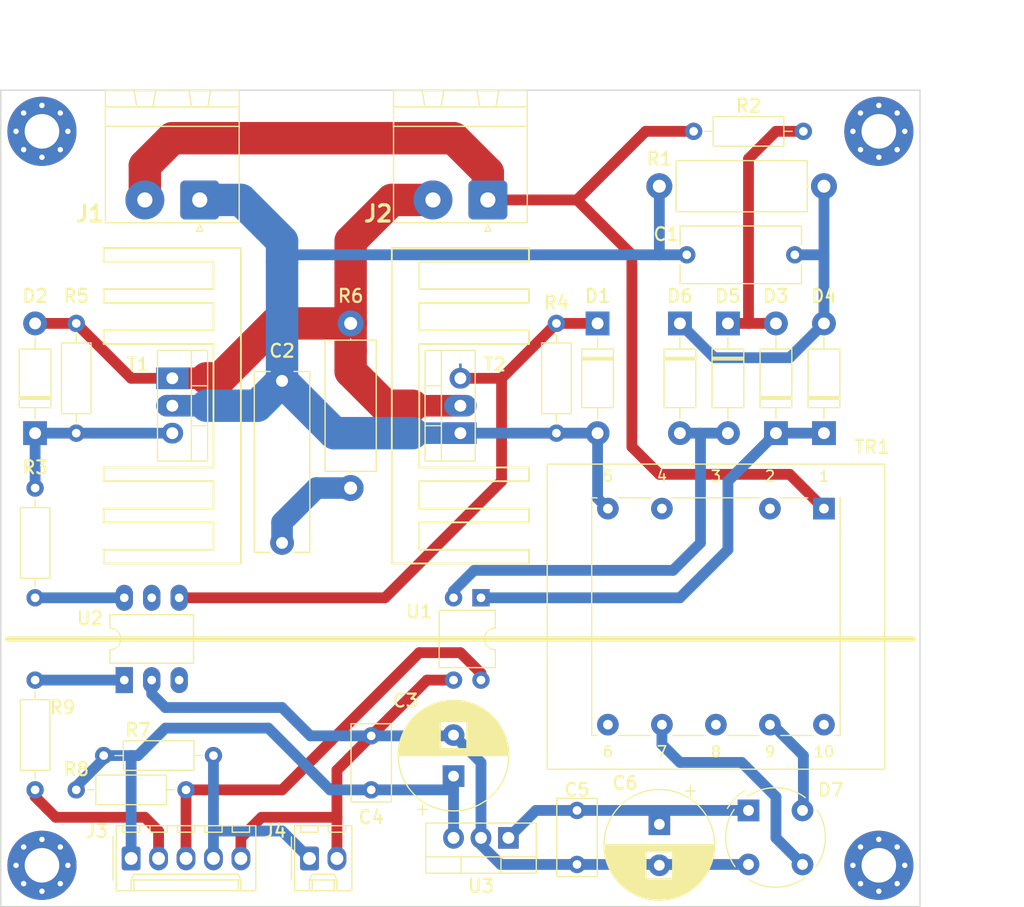
<source format=kicad_pcb>
(kicad_pcb (version 20171130) (host pcbnew 5.1.7-a382d34a8~87~ubuntu18.04.1)

  (general
    (thickness 1.6)
    (drawings 55)
    (tracks 151)
    (zones 0)
    (modules 36)
    (nets 23)
  )

  (page A4)
  (layers
    (0 F.Cu signal)
    (31 B.Cu signal)
    (32 B.Adhes user)
    (33 F.Adhes user)
    (34 B.Paste user)
    (35 F.Paste user)
    (36 B.SilkS user)
    (37 F.SilkS user)
    (38 B.Mask user)
    (39 F.Mask user)
    (40 Dwgs.User user)
    (41 Cmts.User user)
    (42 Eco1.User user)
    (43 Eco2.User user)
    (44 Edge.Cuts user)
    (45 Margin user)
    (46 B.CrtYd user)
    (47 F.CrtYd user hide)
    (48 B.Fab user)
    (49 F.Fab user hide)
  )

  (setup
    (last_trace_width 0.25)
    (user_trace_width 1)
    (user_trace_width 2)
    (user_trace_width 3)
    (trace_clearance 0.2)
    (zone_clearance 0.508)
    (zone_45_only no)
    (trace_min 0.2)
    (via_size 0.8)
    (via_drill 0.4)
    (via_min_size 0.4)
    (via_min_drill 0.3)
    (uvia_size 0.3)
    (uvia_drill 0.1)
    (uvias_allowed no)
    (uvia_min_size 0.2)
    (uvia_min_drill 0.1)
    (edge_width 0.05)
    (segment_width 0.2)
    (pcb_text_width 0.3)
    (pcb_text_size 1.5 1.5)
    (mod_edge_width 0.12)
    (mod_text_size 1 1)
    (mod_text_width 0.15)
    (pad_size 2 3)
    (pad_drill 1.1)
    (pad_to_mask_clearance 0)
    (aux_axis_origin 0 0)
    (visible_elements FFFFFF7F)
    (pcbplotparams
      (layerselection 0x010fc_ffffffff)
      (usegerberextensions false)
      (usegerberattributes true)
      (usegerberadvancedattributes true)
      (creategerberjobfile true)
      (excludeedgelayer true)
      (linewidth 0.100000)
      (plotframeref false)
      (viasonmask false)
      (mode 1)
      (useauxorigin false)
      (hpglpennumber 1)
      (hpglpenspeed 20)
      (hpglpendiameter 15.000000)
      (psnegative false)
      (psa4output false)
      (plotreference true)
      (plotvalue true)
      (plotinvisibletext false)
      (padsonsilk false)
      (subtractmaskfromsilk false)
      (outputformat 1)
      (mirror false)
      (drillshape 1)
      (scaleselection 1)
      (outputdirectory ""))
  )

  (net 0 "")
  (net 1 "Net-(C1-Pad2)")
  (net 2 "Net-(C1-Pad1)")
  (net 3 "Net-(C2-Pad1)")
  (net 4 GND)
  (net 5 VCC)
  (net 6 "Net-(C5-Pad1)")
  (net 7 "Net-(D1-Pad1)")
  (net 8 "Net-(D2-Pad2)")
  (net 9 "Net-(D2-Pad1)")
  (net 10 "Net-(D3-Pad2)")
  (net 11 "Net-(D3-Pad1)")
  (net 12 "Net-(D5-Pad2)")
  (net 13 "Net-(D7-Pad3)")
  (net 14 "Net-(D7-Pad4)")
  (net 15 "Net-(J1-Pad2)")
  (net 16 "Net-(J3-Pad4)")
  (net 17 "Net-(J3-Pad3)")
  (net 18 "Net-(J3-Pad2)")
  (net 19 "Net-(R3-Pad2)")
  (net 20 "Net-(R9-Pad1)")
  (net 21 "Net-(U2-Pad3)")
  (net 22 "Net-(U2-Pad5)")

  (net_class Default "This is the default net class."
    (clearance 0.2)
    (trace_width 0.25)
    (via_dia 0.8)
    (via_drill 0.4)
    (uvia_dia 0.3)
    (uvia_drill 0.1)
    (add_net GND)
    (add_net "Net-(C1-Pad1)")
    (add_net "Net-(C1-Pad2)")
    (add_net "Net-(C2-Pad1)")
    (add_net "Net-(C5-Pad1)")
    (add_net "Net-(D1-Pad1)")
    (add_net "Net-(D2-Pad1)")
    (add_net "Net-(D2-Pad2)")
    (add_net "Net-(D3-Pad1)")
    (add_net "Net-(D3-Pad2)")
    (add_net "Net-(D5-Pad2)")
    (add_net "Net-(D7-Pad3)")
    (add_net "Net-(D7-Pad4)")
    (add_net "Net-(J1-Pad2)")
    (add_net "Net-(J3-Pad2)")
    (add_net "Net-(J3-Pad3)")
    (add_net "Net-(J3-Pad4)")
    (add_net "Net-(R3-Pad2)")
    (add_net "Net-(R9-Pad1)")
    (add_net "Net-(U2-Pad3)")
    (add_net "Net-(U2-Pad5)")
    (add_net VCC)
  )

  (module Capacitor_THT:C_Rect_L7.0mm_W3.5mm_P5.00mm (layer F.Cu) (tedit 5AE50EF0) (tstamp 6081F10D)
    (at 126.365 109.22 90)
    (descr "C, Rect series, Radial, pin pitch=5.00mm, , length*width=7*3.5mm^2, Capacitor")
    (tags "C Rect series Radial pin pitch 5.00mm  length 7mm width 3.5mm Capacitor")
    (path /5FF99C09)
    (fp_text reference C4 (at -2.54 0 180) (layer F.SilkS)
      (effects (font (size 1.2 1.2) (thickness 0.2)))
    )
    (fp_text value 100nF (at 2.5 3 90) (layer F.Fab)
      (effects (font (size 1 1) (thickness 0.15)))
    )
    (fp_line (start -1 -1.75) (end -1 1.75) (layer F.Fab) (width 0.1))
    (fp_line (start -1 1.75) (end 6 1.75) (layer F.Fab) (width 0.1))
    (fp_line (start 6 1.75) (end 6 -1.75) (layer F.Fab) (width 0.1))
    (fp_line (start 6 -1.75) (end -1 -1.75) (layer F.Fab) (width 0.1))
    (fp_line (start -1.12 -1.87) (end 6.12 -1.87) (layer F.SilkS) (width 0.12))
    (fp_line (start -1.12 1.87) (end 6.12 1.87) (layer F.SilkS) (width 0.12))
    (fp_line (start -1.12 -1.87) (end -1.12 1.87) (layer F.SilkS) (width 0.12))
    (fp_line (start 6.12 -1.87) (end 6.12 1.87) (layer F.SilkS) (width 0.12))
    (fp_line (start -1.25 -2) (end -1.25 2) (layer F.CrtYd) (width 0.05))
    (fp_line (start -1.25 2) (end 6.25 2) (layer F.CrtYd) (width 0.05))
    (fp_line (start 6.25 2) (end 6.25 -2) (layer F.CrtYd) (width 0.05))
    (fp_line (start 6.25 -2) (end -1.25 -2) (layer F.CrtYd) (width 0.05))
    (fp_text user %R (at 2.5 0 90) (layer F.Fab)
      (effects (font (size 1 1) (thickness 0.15)))
    )
    (pad 2 thru_hole circle (at 5 0 90) (size 1.6 1.6) (drill 0.8) (layers *.Cu *.Mask)
      (net 4 GND))
    (pad 1 thru_hole circle (at 0 0 90) (size 1.6 1.6) (drill 0.8) (layers *.Cu *.Mask)
      (net 5 VCC))
    (model ${KISYS3DMOD}/Capacitor_THT.3dshapes/C_Rect_L7.0mm_W3.5mm_P5.00mm.wrl
      (at (xyz 0 0 0))
      (scale (xyz 1 1 1))
      (rotate (xyz 0 0 0))
    )
  )

  (module MountingHole:MountingHole_3.2mm_M3_Pad_Via (layer F.Cu) (tedit 56DDBCCA) (tstamp 607AD9CB)
    (at 173.355 48.26)
    (descr "Mounting Hole 3.2mm, M3")
    (tags "mounting hole 3.2mm m3")
    (attr virtual)
    (fp_text reference REF** (at 0 -4.2) (layer F.SilkS) hide
      (effects (font (size 1 1) (thickness 0.15)))
    )
    (fp_text value MountingHole_3.2mm_M3_Pad_Via (at 0 4.2) (layer F.Fab)
      (effects (font (size 1 1) (thickness 0.15)))
    )
    (fp_circle (center 0 0) (end 3.45 0) (layer F.CrtYd) (width 0.05))
    (fp_circle (center 0 0) (end 3.2 0) (layer Cmts.User) (width 0.15))
    (fp_text user %R (at 0.3 0) (layer F.Fab)
      (effects (font (size 1 1) (thickness 0.15)))
    )
    (pad 1 thru_hole circle (at 0 0) (size 6.4 6.4) (drill 3.2) (layers *.Cu *.Mask))
    (pad 1 thru_hole circle (at 2.4 0) (size 0.8 0.8) (drill 0.5) (layers *.Cu *.Mask))
    (pad 1 thru_hole circle (at 1.697056 1.697056) (size 0.8 0.8) (drill 0.5) (layers *.Cu *.Mask))
    (pad 1 thru_hole circle (at 0 2.4) (size 0.8 0.8) (drill 0.5) (layers *.Cu *.Mask))
    (pad 1 thru_hole circle (at -1.697056 1.697056) (size 0.8 0.8) (drill 0.5) (layers *.Cu *.Mask))
    (pad 1 thru_hole circle (at -2.4 0) (size 0.8 0.8) (drill 0.5) (layers *.Cu *.Mask))
    (pad 1 thru_hole circle (at -1.697056 -1.697056) (size 0.8 0.8) (drill 0.5) (layers *.Cu *.Mask))
    (pad 1 thru_hole circle (at 0 -2.4) (size 0.8 0.8) (drill 0.5) (layers *.Cu *.Mask))
    (pad 1 thru_hole circle (at 1.697056 -1.697056) (size 0.8 0.8) (drill 0.5) (layers *.Cu *.Mask))
  )

  (module MountingHole:MountingHole_3.2mm_M3_Pad_Via (layer F.Cu) (tedit 56DDBCCA) (tstamp 607AD9CB)
    (at 95.885 48.26)
    (descr "Mounting Hole 3.2mm, M3")
    (tags "mounting hole 3.2mm m3")
    (attr virtual)
    (fp_text reference REF** (at 0 -4.2) (layer F.SilkS) hide
      (effects (font (size 1 1) (thickness 0.15)))
    )
    (fp_text value MountingHole_3.2mm_M3_Pad_Via (at 0 4.2) (layer F.Fab)
      (effects (font (size 1 1) (thickness 0.15)))
    )
    (fp_circle (center 0 0) (end 3.45 0) (layer F.CrtYd) (width 0.05))
    (fp_circle (center 0 0) (end 3.2 0) (layer Cmts.User) (width 0.15))
    (fp_text user %R (at 0.3 0) (layer F.Fab)
      (effects (font (size 1 1) (thickness 0.15)))
    )
    (pad 1 thru_hole circle (at 0 0) (size 6.4 6.4) (drill 3.2) (layers *.Cu *.Mask))
    (pad 1 thru_hole circle (at 2.4 0) (size 0.8 0.8) (drill 0.5) (layers *.Cu *.Mask))
    (pad 1 thru_hole circle (at 1.697056 1.697056) (size 0.8 0.8) (drill 0.5) (layers *.Cu *.Mask))
    (pad 1 thru_hole circle (at 0 2.4) (size 0.8 0.8) (drill 0.5) (layers *.Cu *.Mask))
    (pad 1 thru_hole circle (at -1.697056 1.697056) (size 0.8 0.8) (drill 0.5) (layers *.Cu *.Mask))
    (pad 1 thru_hole circle (at -2.4 0) (size 0.8 0.8) (drill 0.5) (layers *.Cu *.Mask))
    (pad 1 thru_hole circle (at -1.697056 -1.697056) (size 0.8 0.8) (drill 0.5) (layers *.Cu *.Mask))
    (pad 1 thru_hole circle (at 0 -2.4) (size 0.8 0.8) (drill 0.5) (layers *.Cu *.Mask))
    (pad 1 thru_hole circle (at 1.697056 -1.697056) (size 0.8 0.8) (drill 0.5) (layers *.Cu *.Mask))
  )

  (module MountingHole:MountingHole_3.2mm_M3_Pad_Via (layer F.Cu) (tedit 56DDBCCA) (tstamp 607AD9CB)
    (at 95.885 116.205)
    (descr "Mounting Hole 3.2mm, M3")
    (tags "mounting hole 3.2mm m3")
    (attr virtual)
    (fp_text reference REF** (at 0 -4.2) (layer F.SilkS) hide
      (effects (font (size 1 1) (thickness 0.15)))
    )
    (fp_text value MountingHole_3.2mm_M3_Pad_Via (at 0 4.2) (layer F.Fab)
      (effects (font (size 1 1) (thickness 0.15)))
    )
    (fp_circle (center 0 0) (end 3.45 0) (layer F.CrtYd) (width 0.05))
    (fp_circle (center 0 0) (end 3.2 0) (layer Cmts.User) (width 0.15))
    (fp_text user %R (at 0.3 0) (layer F.Fab)
      (effects (font (size 1 1) (thickness 0.15)))
    )
    (pad 1 thru_hole circle (at 0 0) (size 6.4 6.4) (drill 3.2) (layers *.Cu *.Mask))
    (pad 1 thru_hole circle (at 2.4 0) (size 0.8 0.8) (drill 0.5) (layers *.Cu *.Mask))
    (pad 1 thru_hole circle (at 1.697056 1.697056) (size 0.8 0.8) (drill 0.5) (layers *.Cu *.Mask))
    (pad 1 thru_hole circle (at 0 2.4) (size 0.8 0.8) (drill 0.5) (layers *.Cu *.Mask))
    (pad 1 thru_hole circle (at -1.697056 1.697056) (size 0.8 0.8) (drill 0.5) (layers *.Cu *.Mask))
    (pad 1 thru_hole circle (at -2.4 0) (size 0.8 0.8) (drill 0.5) (layers *.Cu *.Mask))
    (pad 1 thru_hole circle (at -1.697056 -1.697056) (size 0.8 0.8) (drill 0.5) (layers *.Cu *.Mask))
    (pad 1 thru_hole circle (at 0 -2.4) (size 0.8 0.8) (drill 0.5) (layers *.Cu *.Mask))
    (pad 1 thru_hole circle (at 1.697056 -1.697056) (size 0.8 0.8) (drill 0.5) (layers *.Cu *.Mask))
  )

  (module MountingHole:MountingHole_3.2mm_M3_Pad_Via (layer F.Cu) (tedit 56DDBCCA) (tstamp 607AD838)
    (at 173.355 116.205)
    (descr "Mounting Hole 3.2mm, M3")
    (tags "mounting hole 3.2mm m3")
    (attr virtual)
    (fp_text reference REF** (at 0 -4.2) (layer F.SilkS) hide
      (effects (font (size 1 1) (thickness 0.15)))
    )
    (fp_text value MountingHole_3.2mm_M3_Pad_Via (at 0 4.2) (layer F.Fab)
      (effects (font (size 1 1) (thickness 0.15)))
    )
    (fp_circle (center 0 0) (end 3.45 0) (layer F.CrtYd) (width 0.05))
    (fp_circle (center 0 0) (end 3.2 0) (layer Cmts.User) (width 0.15))
    (fp_text user %R (at 0.3 0) (layer F.Fab)
      (effects (font (size 1 1) (thickness 0.15)))
    )
    (pad 1 thru_hole circle (at 1.697056 -1.697056) (size 0.8 0.8) (drill 0.5) (layers *.Cu *.Mask))
    (pad 1 thru_hole circle (at 0 -2.4) (size 0.8 0.8) (drill 0.5) (layers *.Cu *.Mask))
    (pad 1 thru_hole circle (at -1.697056 -1.697056) (size 0.8 0.8) (drill 0.5) (layers *.Cu *.Mask))
    (pad 1 thru_hole circle (at -2.4 0) (size 0.8 0.8) (drill 0.5) (layers *.Cu *.Mask))
    (pad 1 thru_hole circle (at -1.697056 1.697056) (size 0.8 0.8) (drill 0.5) (layers *.Cu *.Mask))
    (pad 1 thru_hole circle (at 0 2.4) (size 0.8 0.8) (drill 0.5) (layers *.Cu *.Mask))
    (pad 1 thru_hole circle (at 1.697056 1.697056) (size 0.8 0.8) (drill 0.5) (layers *.Cu *.Mask))
    (pad 1 thru_hole circle (at 2.4 0) (size 0.8 0.8) (drill 0.5) (layers *.Cu *.Mask))
    (pad 1 thru_hole circle (at 0 0) (size 6.4 6.4) (drill 3.2) (layers *.Cu *.Mask))
  )

  (module Package_TO_SOT_THT:TO-220-3_Vertical (layer F.Cu) (tedit 5AC8BA0D) (tstamp 6082182E)
    (at 139.065 113.665 180)
    (descr "TO-220-3, Vertical, RM 2.54mm, see https://www.vishay.com/docs/66542/to-220-1.pdf")
    (tags "TO-220-3 Vertical RM 2.54mm")
    (path /5FF9652A)
    (fp_text reference U3 (at 2.54 -4.445) (layer F.SilkS)
      (effects (font (size 1.2 1.2) (thickness 0.2)))
    )
    (fp_text value LM7805_TO220 (at 2.54 2.5) (layer F.Fab)
      (effects (font (size 1 1) (thickness 0.15)))
    )
    (fp_line (start -2.46 -3.15) (end -2.46 1.25) (layer F.Fab) (width 0.1))
    (fp_line (start -2.46 1.25) (end 7.54 1.25) (layer F.Fab) (width 0.1))
    (fp_line (start 7.54 1.25) (end 7.54 -3.15) (layer F.Fab) (width 0.1))
    (fp_line (start 7.54 -3.15) (end -2.46 -3.15) (layer F.Fab) (width 0.1))
    (fp_line (start -2.46 -1.88) (end 7.54 -1.88) (layer F.Fab) (width 0.1))
    (fp_line (start 0.69 -3.15) (end 0.69 -1.88) (layer F.Fab) (width 0.1))
    (fp_line (start 4.39 -3.15) (end 4.39 -1.88) (layer F.Fab) (width 0.1))
    (fp_line (start -2.58 -3.27) (end 7.66 -3.27) (layer F.SilkS) (width 0.12))
    (fp_line (start -2.58 1.371) (end 7.66 1.371) (layer F.SilkS) (width 0.12))
    (fp_line (start -2.58 -3.27) (end -2.58 1.371) (layer F.SilkS) (width 0.12))
    (fp_line (start 7.66 -3.27) (end 7.66 1.371) (layer F.SilkS) (width 0.12))
    (fp_line (start -2.58 -1.76) (end 7.66 -1.76) (layer F.SilkS) (width 0.12))
    (fp_line (start 0.69 -3.27) (end 0.69 -1.76) (layer F.SilkS) (width 0.12))
    (fp_line (start 4.391 -3.27) (end 4.391 -1.76) (layer F.SilkS) (width 0.12))
    (fp_line (start -2.71 -3.4) (end -2.71 1.51) (layer F.CrtYd) (width 0.05))
    (fp_line (start -2.71 1.51) (end 7.79 1.51) (layer F.CrtYd) (width 0.05))
    (fp_line (start 7.79 1.51) (end 7.79 -3.4) (layer F.CrtYd) (width 0.05))
    (fp_line (start 7.79 -3.4) (end -2.71 -3.4) (layer F.CrtYd) (width 0.05))
    (fp_text user %R (at 2.54 -4.27) (layer F.Fab)
      (effects (font (size 1 1) (thickness 0.15)))
    )
    (pad 3 thru_hole oval (at 5.08 0 180) (size 1.905 2) (drill 1.1) (layers *.Cu *.Mask)
      (net 5 VCC))
    (pad 2 thru_hole oval (at 2.54 0 180) (size 1.905 2) (drill 1.1) (layers *.Cu *.Mask)
      (net 4 GND))
    (pad 1 thru_hole rect (at 0 0 180) (size 1.905 2) (drill 1.1) (layers *.Cu *.Mask)
      (net 6 "Net-(C5-Pad1)"))
    (model ${KISYS3DMOD}/Package_TO_SOT_THT.3dshapes/TO-220-3_Vertical.wrl
      (at (xyz 0 0 0))
      (scale (xyz 1 1 1))
      (rotate (xyz 0 0 0))
    )
  )

  (module Package_DIP:DIP-6_W7.62mm_LongPads (layer F.Cu) (tedit 5A02E8C5) (tstamp 607A08B1)
    (at 103.505 99.06 90)
    (descr "6-lead though-hole mounted DIP package, row spacing 7.62 mm (300 mils), LongPads")
    (tags "THT DIP DIL PDIP 2.54mm 7.62mm 300mil LongPads")
    (path /5F8D4962)
    (fp_text reference U2 (at 5.715 -3.175 180) (layer F.SilkS)
      (effects (font (size 1.2 1.2) (thickness 0.2)))
    )
    (fp_text value MOC3021M (at 3.81 7.41 90) (layer F.Fab)
      (effects (font (size 1 1) (thickness 0.15)))
    )
    (fp_line (start 1.635 -1.27) (end 6.985 -1.27) (layer F.Fab) (width 0.1))
    (fp_line (start 6.985 -1.27) (end 6.985 6.35) (layer F.Fab) (width 0.1))
    (fp_line (start 6.985 6.35) (end 0.635 6.35) (layer F.Fab) (width 0.1))
    (fp_line (start 0.635 6.35) (end 0.635 -0.27) (layer F.Fab) (width 0.1))
    (fp_line (start 0.635 -0.27) (end 1.635 -1.27) (layer F.Fab) (width 0.1))
    (fp_line (start 2.81 -1.33) (end 1.56 -1.33) (layer F.SilkS) (width 0.12))
    (fp_line (start 1.56 -1.33) (end 1.56 6.41) (layer F.SilkS) (width 0.12))
    (fp_line (start 1.56 6.41) (end 6.06 6.41) (layer F.SilkS) (width 0.12))
    (fp_line (start 6.06 6.41) (end 6.06 -1.33) (layer F.SilkS) (width 0.12))
    (fp_line (start 6.06 -1.33) (end 4.81 -1.33) (layer F.SilkS) (width 0.12))
    (fp_line (start -1.45 -1.55) (end -1.45 6.6) (layer F.CrtYd) (width 0.05))
    (fp_line (start -1.45 6.6) (end 9.1 6.6) (layer F.CrtYd) (width 0.05))
    (fp_line (start 9.1 6.6) (end 9.1 -1.55) (layer F.CrtYd) (width 0.05))
    (fp_line (start 9.1 -1.55) (end -1.45 -1.55) (layer F.CrtYd) (width 0.05))
    (fp_text user %R (at 3.81 2.54 90) (layer F.Fab)
      (effects (font (size 1 1) (thickness 0.15)))
    )
    (fp_arc (start 3.81 -1.33) (end 2.81 -1.33) (angle -180) (layer F.SilkS) (width 0.12))
    (pad 6 thru_hole oval (at 7.62 0 90) (size 2.4 1.6) (drill 0.8) (layers *.Cu *.Mask)
      (net 19 "Net-(R3-Pad2)"))
    (pad 3 thru_hole oval (at 0 5.08 90) (size 2.4 1.6) (drill 0.8) (layers *.Cu *.Mask)
      (net 21 "Net-(U2-Pad3)"))
    (pad 5 thru_hole oval (at 7.62 2.54 90) (size 2.4 1.6) (drill 0.8) (layers *.Cu *.Mask)
      (net 22 "Net-(U2-Pad5)"))
    (pad 2 thru_hole oval (at 0 2.54 90) (size 2.4 1.6) (drill 0.8) (layers *.Cu *.Mask)
      (net 4 GND))
    (pad 4 thru_hole oval (at 7.62 5.08 90) (size 2.4 1.6) (drill 0.8) (layers *.Cu *.Mask)
      (net 7 "Net-(D1-Pad1)"))
    (pad 1 thru_hole rect (at 0 0 90) (size 2.4 1.6) (drill 0.8) (layers *.Cu *.Mask)
      (net 20 "Net-(R9-Pad1)"))
    (model ${KISYS3DMOD}/Package_DIP.3dshapes/DIP-6_W7.62mm.wrl
      (at (xyz 0 0 0))
      (scale (xyz 1 1 1))
      (rotate (xyz 0 0 0))
    )
  )

  (module Package_DIP:DIP-4_W7.62mm (layer F.Cu) (tedit 5A02E8C5) (tstamp 6081E106)
    (at 136.525 91.44 270)
    (descr "4-lead though-hole mounted DIP package, row spacing 7.62 mm (300 mils)")
    (tags "THT DIP DIL PDIP 2.54mm 7.62mm 300mil")
    (path /5F8E39AD)
    (fp_text reference U1 (at 1.27 5.715 180) (layer F.SilkS)
      (effects (font (size 1.2 1.2) (thickness 0.2)))
    )
    (fp_text value EL817 (at 3.81 4.87 90) (layer F.Fab)
      (effects (font (size 1 1) (thickness 0.15)))
    )
    (fp_line (start 1.635 -1.27) (end 6.985 -1.27) (layer F.Fab) (width 0.1))
    (fp_line (start 6.985 -1.27) (end 6.985 3.81) (layer F.Fab) (width 0.1))
    (fp_line (start 6.985 3.81) (end 0.635 3.81) (layer F.Fab) (width 0.1))
    (fp_line (start 0.635 3.81) (end 0.635 -0.27) (layer F.Fab) (width 0.1))
    (fp_line (start 0.635 -0.27) (end 1.635 -1.27) (layer F.Fab) (width 0.1))
    (fp_line (start 2.81 -1.33) (end 1.16 -1.33) (layer F.SilkS) (width 0.12))
    (fp_line (start 1.16 -1.33) (end 1.16 3.87) (layer F.SilkS) (width 0.12))
    (fp_line (start 1.16 3.87) (end 6.46 3.87) (layer F.SilkS) (width 0.12))
    (fp_line (start 6.46 3.87) (end 6.46 -1.33) (layer F.SilkS) (width 0.12))
    (fp_line (start 6.46 -1.33) (end 4.81 -1.33) (layer F.SilkS) (width 0.12))
    (fp_line (start -1.1 -1.55) (end -1.1 4.1) (layer F.CrtYd) (width 0.05))
    (fp_line (start -1.1 4.1) (end 8.7 4.1) (layer F.CrtYd) (width 0.05))
    (fp_line (start 8.7 4.1) (end 8.7 -1.55) (layer F.CrtYd) (width 0.05))
    (fp_line (start 8.7 -1.55) (end -1.1 -1.55) (layer F.CrtYd) (width 0.05))
    (fp_text user %R (at 3.81 1.27 90) (layer F.Fab)
      (effects (font (size 1 1) (thickness 0.15)))
    )
    (fp_arc (start 3.81 -1.33) (end 2.81 -1.33) (angle -180) (layer F.SilkS) (width 0.12))
    (pad 4 thru_hole oval (at 7.62 0 270) (size 1.6 1.6) (drill 0.8) (layers *.Cu *.Mask)
      (net 17 "Net-(J3-Pad3)"))
    (pad 2 thru_hole oval (at 0 2.54 270) (size 1.6 1.6) (drill 0.8) (layers *.Cu *.Mask)
      (net 12 "Net-(D5-Pad2)"))
    (pad 3 thru_hole oval (at 7.62 2.54 270) (size 1.6 1.6) (drill 0.8) (layers *.Cu *.Mask)
      (net 4 GND))
    (pad 1 thru_hole rect (at 0 0 270) (size 1.6 1.6) (drill 0.8) (layers *.Cu *.Mask)
      (net 11 "Net-(D3-Pad1)"))
    (model ${KISYS3DMOD}/Package_DIP.3dshapes/DIP-4_W7.62mm.wrl
      (at (xyz 0 0 0))
      (scale (xyz 1 1 1))
      (rotate (xyz 0 0 0))
    )
  )

  (module Transformer_THT:Transformer_Breve_TEZ-28x33 (layer F.Cu) (tedit 5A030845) (tstamp 607AEA0A)
    (at 168.275 83.185 180)
    (descr http://www.breve.pl/pdf/ANG/TEZ_ang.pdf)
    (tags "TEZ PCB Transformer")
    (path /5FFDAEEE)
    (fp_text reference TR1 (at -4.445 5.715) (layer F.SilkS)
      (effects (font (size 1.2 1.2) (thickness 0.2)))
    )
    (fp_text value TEZ2.0/D (at 10 -8.5) (layer F.Fab)
      (effects (font (size 1 1) (thickness 0.15)))
    )
    (fp_line (start -1.5 -21) (end -1.5 1) (layer F.Fab) (width 0.1))
    (fp_line (start -1.5 1) (end 21.5 1) (layer F.Fab) (width 0.1))
    (fp_line (start 21.5 1) (end 21.5 -21) (layer F.Fab) (width 0.1))
    (fp_line (start 21.5 -21) (end -1.5 -21) (layer F.Fab) (width 0.1))
    (fp_line (start 16 1) (end 19 1) (layer F.SilkS) (width 0.12))
    (fp_line (start 6 1) (end 14 1) (layer F.SilkS) (width 0.12))
    (fp_line (start 1.5 1) (end 4 1) (layer F.SilkS) (width 0.12))
    (fp_line (start -1 -21) (end -1.5 -21) (layer F.SilkS) (width 0.12))
    (fp_line (start -1.5 -21) (end -1.5 1) (layer F.SilkS) (width 0.12))
    (fp_line (start 4 -21) (end 1 -21) (layer F.SilkS) (width 0.12))
    (fp_line (start 9 -21) (end 6 -21) (layer F.SilkS) (width 0.12))
    (fp_line (start 14 -21) (end 11 -21) (layer F.SilkS) (width 0.12))
    (fp_line (start 19 -21) (end 16 -21) (layer F.SilkS) (width 0.12))
    (fp_line (start 21 1) (end 21.5 1) (layer F.SilkS) (width 0.12))
    (fp_line (start 21.5 1) (end 21.5 -21) (layer F.SilkS) (width 0.12))
    (fp_line (start 21.5 -21) (end 21 -21) (layer F.SilkS) (width 0.12))
    (fp_line (start -5.5 -24) (end 25.5 -24) (layer F.Fab) (width 0.1))
    (fp_line (start 25.5 -24) (end 25.5 4) (layer F.Fab) (width 0.1))
    (fp_line (start 25.5 4) (end -5.5 4) (layer F.Fab) (width 0.1))
    (fp_line (start -5.5 4) (end -5.5 -24) (layer F.Fab) (width 0.1))
    (fp_line (start -5.75 -24.25) (end 25.75 -24.25) (layer F.CrtYd) (width 0.05))
    (fp_line (start -5.75 -24.25) (end -5.75 4.25) (layer F.CrtYd) (width 0.05))
    (fp_line (start 25.75 4.25) (end 25.75 -24.25) (layer F.CrtYd) (width 0.05))
    (fp_line (start 25.75 4.25) (end -5.75 4.25) (layer F.CrtYd) (width 0.05))
    (fp_line (start -5.62 -24.12) (end 25.62 -24.12) (layer F.SilkS) (width 0.12))
    (fp_line (start -5.62 -24.12) (end -5.62 4.12) (layer F.SilkS) (width 0.12))
    (fp_line (start 25.62 4.12) (end 25.62 -24.12) (layer F.SilkS) (width 0.12))
    (fp_line (start 25.62 4.12) (end -5.62 4.12) (layer F.SilkS) (width 0.12))
    (fp_text user %R (at 10 -10) (layer F.Fab)
      (effects (font (size 1 1) (thickness 0.15)))
    )
    (fp_text user 1 (at 0 3) (layer F.SilkS)
      (effects (font (size 1 1) (thickness 0.15)))
    )
    (fp_text user 2 (at 5 3) (layer F.SilkS)
      (effects (font (size 1 1) (thickness 0.15)))
    )
    (fp_text user 3 (at 10 3) (layer F.SilkS)
      (effects (font (size 1 1) (thickness 0.15)))
    )
    (fp_text user 4 (at 15 3) (layer F.SilkS)
      (effects (font (size 1 1) (thickness 0.15)))
    )
    (fp_text user 5 (at 20 3) (layer F.SilkS)
      (effects (font (size 1 1) (thickness 0.15)))
    )
    (fp_text user 6 (at 20 -22.5) (layer F.SilkS)
      (effects (font (size 1 1) (thickness 0.15)))
    )
    (fp_text user 7 (at 15 -22.5) (layer F.SilkS)
      (effects (font (size 1 1) (thickness 0.15)))
    )
    (fp_text user 8 (at 10 -22.5) (layer F.SilkS)
      (effects (font (size 1 1) (thickness 0.15)))
    )
    (fp_text user 9 (at 5 -22.5) (layer F.SilkS)
      (effects (font (size 1 1) (thickness 0.15)))
    )
    (fp_text user 10 (at 0 -22.5) (layer F.SilkS)
      (effects (font (size 1 1) (thickness 0.15)))
    )
    (pad 10 thru_hole circle (at 0 -20 180) (size 2 2) (drill 0.9) (layers *.Cu *.Mask))
    (pad 9 thru_hole circle (at 5 -20 180) (size 2 2) (drill 0.9) (layers *.Cu *.Mask)
      (net 14 "Net-(D7-Pad4)"))
    (pad 8 thru_hole circle (at 10 -20 180) (size 2 2) (drill 0.9) (layers *.Cu *.Mask))
    (pad 7 thru_hole circle (at 15 -20 180) (size 2 2) (drill 0.9) (layers *.Cu *.Mask)
      (net 13 "Net-(D7-Pad3)"))
    (pad 6 thru_hole circle (at 20 -20 180) (size 2 2) (drill 0.9) (layers *.Cu *.Mask))
    (pad 5 thru_hole circle (at 20 0 180) (size 2 2) (drill 0.9) (layers *.Cu *.Mask)
      (net 2 "Net-(C1-Pad1)"))
    (pad 4 thru_hole circle (at 15 0 180) (size 2 2) (drill 0.9) (layers *.Cu *.Mask))
    (pad 2 thru_hole circle (at 5 0 180) (size 2 2) (drill 0.9) (layers *.Cu *.Mask))
    (pad 1 thru_hole rect (at 0 0 180) (size 2 2) (drill 0.9) (layers *.Cu *.Mask)
      (net 15 "Net-(J1-Pad2)"))
    (model ${KISYS3DMOD}/Transformer_THT.3dshapes/Transformer_Breve_TEZ-28x33.wrl
      (at (xyz 0 0 0))
      (scale (xyz 1 1 1))
      (rotate (xyz 0 0 0))
    )
  )

  (module Package_TO_SOT_THT:TO-220-3_Vertical (layer F.Cu) (tedit 6081D505) (tstamp 607A084B)
    (at 134.62 76.2 90)
    (descr "TO-220-3, Vertical, RM 2.54mm, see https://www.vishay.com/docs/66542/to-220-1.pdf")
    (tags "TO-220-3 Vertical RM 2.54mm")
    (path /5F8CC6BE)
    (fp_text reference T2 (at 6.35 3.175 180) (layer F.SilkS)
      (effects (font (size 1.2 1.2) (thickness 0.2)))
    )
    (fp_text value TYN616 (at 2.54 2.5 90) (layer F.Fab)
      (effects (font (size 1 1) (thickness 0.15)))
    )
    (fp_line (start -2.46 -3.15) (end -2.46 1.25) (layer F.Fab) (width 0.1))
    (fp_line (start -2.46 1.25) (end 7.54 1.25) (layer F.Fab) (width 0.1))
    (fp_line (start 7.54 1.25) (end 7.54 -3.15) (layer F.Fab) (width 0.1))
    (fp_line (start 7.54 -3.15) (end -2.46 -3.15) (layer F.Fab) (width 0.1))
    (fp_line (start -2.46 -1.88) (end 7.54 -1.88) (layer F.Fab) (width 0.1))
    (fp_line (start 0.69 -3.15) (end 0.69 -1.88) (layer F.Fab) (width 0.1))
    (fp_line (start 4.39 -3.15) (end 4.39 -1.88) (layer F.Fab) (width 0.1))
    (fp_line (start -2.58 -3.27) (end 7.66 -3.27) (layer F.SilkS) (width 0.12))
    (fp_line (start -2.58 1.371) (end 7.66 1.371) (layer F.SilkS) (width 0.12))
    (fp_line (start -2.58 -3.27) (end -2.58 1.371) (layer F.SilkS) (width 0.12))
    (fp_line (start 7.66 -3.27) (end 7.66 1.371) (layer F.SilkS) (width 0.12))
    (fp_line (start -2.58 -1.76) (end 7.66 -1.76) (layer F.SilkS) (width 0.12))
    (fp_line (start 0.69 -3.27) (end 0.69 -1.76) (layer F.SilkS) (width 0.12))
    (fp_line (start 4.391 -3.27) (end 4.391 -1.76) (layer F.SilkS) (width 0.12))
    (fp_line (start -2.71 -3.4) (end -2.71 1.51) (layer F.CrtYd) (width 0.05))
    (fp_line (start -2.71 1.51) (end 7.79 1.51) (layer F.CrtYd) (width 0.05))
    (fp_line (start 7.79 1.51) (end 7.79 -3.4) (layer F.CrtYd) (width 0.05))
    (fp_line (start 7.79 -3.4) (end -2.71 -3.4) (layer F.CrtYd) (width 0.05))
    (fp_text user %R (at 2.54 -4.27 90) (layer F.Fab)
      (effects (font (size 1 1) (thickness 0.15)))
    )
    (pad 3 thru_hole oval (at 5.08 0 90) (size 1.905 2) (drill 1.1) (layers *.Cu *.Mask)
      (net 7 "Net-(D1-Pad1)"))
    (pad 2 thru_hole oval (at 2.54 0 90) (size 2 3) (drill 1.1) (layers *.Cu *.Mask)
      (net 8 "Net-(D2-Pad2)"))
    (pad 1 thru_hole rect (at 0 0 90) (size 2 3) (drill 1.1) (layers *.Cu *.Mask)
      (net 2 "Net-(C1-Pad1)"))
    (model ${KISYS3DMOD}/Package_TO_SOT_THT.3dshapes/TO-220-3_Vertical.wrl
      (at (xyz 0 0 0))
      (scale (xyz 1 1 1))
      (rotate (xyz 0 0 0))
    )
  )

  (module Package_TO_SOT_THT:TO-220-3_Vertical (layer F.Cu) (tedit 6081D4C8) (tstamp 607A0831)
    (at 107.95 71.12 270)
    (descr "TO-220-3, Vertical, RM 2.54mm, see https://www.vishay.com/docs/66542/to-220-1.pdf")
    (tags "TO-220-3 Vertical RM 2.54mm")
    (path /5F8CBDC7)
    (fp_text reference T1 (at -1.27 3.175 180) (layer F.SilkS)
      (effects (font (size 1.2 1.2) (thickness 0.2)))
    )
    (fp_text value TYN616 (at 2.54 2.5 90) (layer F.Fab)
      (effects (font (size 1 1) (thickness 0.15)))
    )
    (fp_line (start -2.46 -3.15) (end -2.46 1.25) (layer F.Fab) (width 0.1))
    (fp_line (start -2.46 1.25) (end 7.54 1.25) (layer F.Fab) (width 0.1))
    (fp_line (start 7.54 1.25) (end 7.54 -3.15) (layer F.Fab) (width 0.1))
    (fp_line (start 7.54 -3.15) (end -2.46 -3.15) (layer F.Fab) (width 0.1))
    (fp_line (start -2.46 -1.88) (end 7.54 -1.88) (layer F.Fab) (width 0.1))
    (fp_line (start 0.69 -3.15) (end 0.69 -1.88) (layer F.Fab) (width 0.1))
    (fp_line (start 4.39 -3.15) (end 4.39 -1.88) (layer F.Fab) (width 0.1))
    (fp_line (start -2.58 -3.27) (end 7.66 -3.27) (layer F.SilkS) (width 0.12))
    (fp_line (start -2.58 1.371) (end 7.66 1.371) (layer F.SilkS) (width 0.12))
    (fp_line (start -2.58 -3.27) (end -2.58 1.371) (layer F.SilkS) (width 0.12))
    (fp_line (start 7.66 -3.27) (end 7.66 1.371) (layer F.SilkS) (width 0.12))
    (fp_line (start -2.58 -1.76) (end 7.66 -1.76) (layer F.SilkS) (width 0.12))
    (fp_line (start 0.69 -3.27) (end 0.69 -1.76) (layer F.SilkS) (width 0.12))
    (fp_line (start 4.391 -3.27) (end 4.391 -1.76) (layer F.SilkS) (width 0.12))
    (fp_line (start -2.71 -3.4) (end -2.71 1.51) (layer F.CrtYd) (width 0.05))
    (fp_line (start -2.71 1.51) (end 7.79 1.51) (layer F.CrtYd) (width 0.05))
    (fp_line (start 7.79 1.51) (end 7.79 -3.4) (layer F.CrtYd) (width 0.05))
    (fp_line (start 7.79 -3.4) (end -2.71 -3.4) (layer F.CrtYd) (width 0.05))
    (fp_text user %R (at 2.54 -4.27 90) (layer F.Fab)
      (effects (font (size 1 1) (thickness 0.15)))
    )
    (pad 3 thru_hole oval (at 5.08 0 270) (size 1.905 2) (drill 1.1) (layers *.Cu *.Mask)
      (net 9 "Net-(D2-Pad1)"))
    (pad 2 thru_hole oval (at 2.54 0 270) (size 2 3) (drill 1.1) (layers *.Cu *.Mask)
      (net 2 "Net-(C1-Pad1)"))
    (pad 1 thru_hole rect (at 0 0 270) (size 2 3) (drill 1.1) (layers *.Cu *.Mask)
      (net 8 "Net-(D2-Pad2)"))
    (model ${KISYS3DMOD}/Package_TO_SOT_THT.3dshapes/TO-220-3_Vertical.wrl
      (at (xyz 0 0 0))
      (scale (xyz 1 1 1))
      (rotate (xyz 0 0 0))
    )
  )

  (module Resistor_THT:R_Axial_DIN0207_L6.3mm_D2.5mm_P10.16mm_Horizontal (layer F.Cu) (tedit 5AE5139B) (tstamp 60822FA8)
    (at 95.25 99.06 270)
    (descr "Resistor, Axial_DIN0207 series, Axial, Horizontal, pin pitch=10.16mm, 0.25W = 1/4W, length*diameter=6.3*2.5mm^2, http://cdn-reichelt.de/documents/datenblatt/B400/1_4W%23YAG.pdf")
    (tags "Resistor Axial_DIN0207 series Axial Horizontal pin pitch 10.16mm 0.25W = 1/4W length 6.3mm diameter 2.5mm")
    (path /5FFF3C6D)
    (fp_text reference R9 (at 2.54 -2.54 180) (layer F.SilkS)
      (effects (font (size 1.2 1.2) (thickness 0.2)))
    )
    (fp_text value 220 (at 5.08 2.37 90) (layer F.Fab)
      (effects (font (size 1 1) (thickness 0.15)))
    )
    (fp_line (start 1.93 -1.25) (end 1.93 1.25) (layer F.Fab) (width 0.1))
    (fp_line (start 1.93 1.25) (end 8.23 1.25) (layer F.Fab) (width 0.1))
    (fp_line (start 8.23 1.25) (end 8.23 -1.25) (layer F.Fab) (width 0.1))
    (fp_line (start 8.23 -1.25) (end 1.93 -1.25) (layer F.Fab) (width 0.1))
    (fp_line (start 0 0) (end 1.93 0) (layer F.Fab) (width 0.1))
    (fp_line (start 10.16 0) (end 8.23 0) (layer F.Fab) (width 0.1))
    (fp_line (start 1.81 -1.37) (end 1.81 1.37) (layer F.SilkS) (width 0.12))
    (fp_line (start 1.81 1.37) (end 8.35 1.37) (layer F.SilkS) (width 0.12))
    (fp_line (start 8.35 1.37) (end 8.35 -1.37) (layer F.SilkS) (width 0.12))
    (fp_line (start 8.35 -1.37) (end 1.81 -1.37) (layer F.SilkS) (width 0.12))
    (fp_line (start 1.04 0) (end 1.81 0) (layer F.SilkS) (width 0.12))
    (fp_line (start 9.12 0) (end 8.35 0) (layer F.SilkS) (width 0.12))
    (fp_line (start -1.05 -1.5) (end -1.05 1.5) (layer F.CrtYd) (width 0.05))
    (fp_line (start -1.05 1.5) (end 11.21 1.5) (layer F.CrtYd) (width 0.05))
    (fp_line (start 11.21 1.5) (end 11.21 -1.5) (layer F.CrtYd) (width 0.05))
    (fp_line (start 11.21 -1.5) (end -1.05 -1.5) (layer F.CrtYd) (width 0.05))
    (fp_text user %R (at 5.08 0 90) (layer F.Fab)
      (effects (font (size 1 1) (thickness 0.15)))
    )
    (pad 2 thru_hole oval (at 10.16 0 270) (size 1.6 1.6) (drill 0.8) (layers *.Cu *.Mask)
      (net 18 "Net-(J3-Pad2)"))
    (pad 1 thru_hole circle (at 0 0 270) (size 1.6 1.6) (drill 0.8) (layers *.Cu *.Mask)
      (net 20 "Net-(R9-Pad1)"))
    (model ${KISYS3DMOD}/Resistor_THT.3dshapes/R_Axial_DIN0207_L6.3mm_D2.5mm_P10.16mm_Horizontal.wrl
      (at (xyz 0 0 0))
      (scale (xyz 1 1 1))
      (rotate (xyz 0 0 0))
    )
  )

  (module Resistor_THT:R_Axial_DIN0207_L6.3mm_D2.5mm_P10.16mm_Horizontal (layer F.Cu) (tedit 5AE5139B) (tstamp 607A0800)
    (at 99.06 109.22)
    (descr "Resistor, Axial_DIN0207 series, Axial, Horizontal, pin pitch=10.16mm, 0.25W = 1/4W, length*diameter=6.3*2.5mm^2, http://cdn-reichelt.de/documents/datenblatt/B400/1_4W%23YAG.pdf")
    (tags "Resistor Axial_DIN0207 series Axial Horizontal pin pitch 10.16mm 0.25W = 1/4W length 6.3mm diameter 2.5mm")
    (path /5FFEEF9C)
    (fp_text reference R8 (at 0 -1.905) (layer F.SilkS)
      (effects (font (size 1.2 1.2) (thickness 0.2)))
    )
    (fp_text value 4k7 (at 5.08 2.37) (layer F.Fab)
      (effects (font (size 1 1) (thickness 0.15)))
    )
    (fp_line (start 1.93 -1.25) (end 1.93 1.25) (layer F.Fab) (width 0.1))
    (fp_line (start 1.93 1.25) (end 8.23 1.25) (layer F.Fab) (width 0.1))
    (fp_line (start 8.23 1.25) (end 8.23 -1.25) (layer F.Fab) (width 0.1))
    (fp_line (start 8.23 -1.25) (end 1.93 -1.25) (layer F.Fab) (width 0.1))
    (fp_line (start 0 0) (end 1.93 0) (layer F.Fab) (width 0.1))
    (fp_line (start 10.16 0) (end 8.23 0) (layer F.Fab) (width 0.1))
    (fp_line (start 1.81 -1.37) (end 1.81 1.37) (layer F.SilkS) (width 0.12))
    (fp_line (start 1.81 1.37) (end 8.35 1.37) (layer F.SilkS) (width 0.12))
    (fp_line (start 8.35 1.37) (end 8.35 -1.37) (layer F.SilkS) (width 0.12))
    (fp_line (start 8.35 -1.37) (end 1.81 -1.37) (layer F.SilkS) (width 0.12))
    (fp_line (start 1.04 0) (end 1.81 0) (layer F.SilkS) (width 0.12))
    (fp_line (start 9.12 0) (end 8.35 0) (layer F.SilkS) (width 0.12))
    (fp_line (start -1.05 -1.5) (end -1.05 1.5) (layer F.CrtYd) (width 0.05))
    (fp_line (start -1.05 1.5) (end 11.21 1.5) (layer F.CrtYd) (width 0.05))
    (fp_line (start 11.21 1.5) (end 11.21 -1.5) (layer F.CrtYd) (width 0.05))
    (fp_line (start 11.21 -1.5) (end -1.05 -1.5) (layer F.CrtYd) (width 0.05))
    (fp_text user %R (at 5.08 0) (layer F.Fab)
      (effects (font (size 1 1) (thickness 0.15)))
    )
    (pad 2 thru_hole oval (at 10.16 0) (size 1.6 1.6) (drill 0.8) (layers *.Cu *.Mask)
      (net 17 "Net-(J3-Pad3)"))
    (pad 1 thru_hole circle (at 0 0) (size 1.6 1.6) (drill 0.8) (layers *.Cu *.Mask)
      (net 5 VCC))
    (model ${KISYS3DMOD}/Resistor_THT.3dshapes/R_Axial_DIN0207_L6.3mm_D2.5mm_P10.16mm_Horizontal.wrl
      (at (xyz 0 0 0))
      (scale (xyz 1 1 1))
      (rotate (xyz 0 0 0))
    )
  )

  (module Resistor_THT:R_Axial_DIN0207_L6.3mm_D2.5mm_P10.16mm_Horizontal (layer F.Cu) (tedit 5AE5139B) (tstamp 607A07E9)
    (at 101.6 106.045)
    (descr "Resistor, Axial_DIN0207 series, Axial, Horizontal, pin pitch=10.16mm, 0.25W = 1/4W, length*diameter=6.3*2.5mm^2, http://cdn-reichelt.de/documents/datenblatt/B400/1_4W%23YAG.pdf")
    (tags "Resistor Axial_DIN0207 series Axial Horizontal pin pitch 10.16mm 0.25W = 1/4W length 6.3mm diameter 2.5mm")
    (path /60068558)
    (fp_text reference R7 (at 3.175 -2.37) (layer F.SilkS)
      (effects (font (size 1.2 1.2) (thickness 0.2)))
    )
    (fp_text value 4k7 (at 5.08 2.37) (layer F.Fab)
      (effects (font (size 1 1) (thickness 0.15)))
    )
    (fp_line (start 1.93 -1.25) (end 1.93 1.25) (layer F.Fab) (width 0.1))
    (fp_line (start 1.93 1.25) (end 8.23 1.25) (layer F.Fab) (width 0.1))
    (fp_line (start 8.23 1.25) (end 8.23 -1.25) (layer F.Fab) (width 0.1))
    (fp_line (start 8.23 -1.25) (end 1.93 -1.25) (layer F.Fab) (width 0.1))
    (fp_line (start 0 0) (end 1.93 0) (layer F.Fab) (width 0.1))
    (fp_line (start 10.16 0) (end 8.23 0) (layer F.Fab) (width 0.1))
    (fp_line (start 1.81 -1.37) (end 1.81 1.37) (layer F.SilkS) (width 0.12))
    (fp_line (start 1.81 1.37) (end 8.35 1.37) (layer F.SilkS) (width 0.12))
    (fp_line (start 8.35 1.37) (end 8.35 -1.37) (layer F.SilkS) (width 0.12))
    (fp_line (start 8.35 -1.37) (end 1.81 -1.37) (layer F.SilkS) (width 0.12))
    (fp_line (start 1.04 0) (end 1.81 0) (layer F.SilkS) (width 0.12))
    (fp_line (start 9.12 0) (end 8.35 0) (layer F.SilkS) (width 0.12))
    (fp_line (start -1.05 -1.5) (end -1.05 1.5) (layer F.CrtYd) (width 0.05))
    (fp_line (start -1.05 1.5) (end 11.21 1.5) (layer F.CrtYd) (width 0.05))
    (fp_line (start 11.21 1.5) (end 11.21 -1.5) (layer F.CrtYd) (width 0.05))
    (fp_line (start 11.21 -1.5) (end -1.05 -1.5) (layer F.CrtYd) (width 0.05))
    (fp_text user %R (at 5.08 0) (layer F.Fab)
      (effects (font (size 1 1) (thickness 0.15)))
    )
    (pad 2 thru_hole oval (at 10.16 0) (size 1.6 1.6) (drill 0.8) (layers *.Cu *.Mask)
      (net 16 "Net-(J3-Pad4)"))
    (pad 1 thru_hole circle (at 0 0) (size 1.6 1.6) (drill 0.8) (layers *.Cu *.Mask)
      (net 5 VCC))
    (model ${KISYS3DMOD}/Resistor_THT.3dshapes/R_Axial_DIN0207_L6.3mm_D2.5mm_P10.16mm_Horizontal.wrl
      (at (xyz 0 0 0))
      (scale (xyz 1 1 1))
      (rotate (xyz 0 0 0))
    )
  )

  (module Resistor_THT:R_Axial_DIN0414_L11.9mm_D4.5mm_P15.24mm_Horizontal (layer F.Cu) (tedit 5AE5139B) (tstamp 6079FABE)
    (at 124.46 81.28 90)
    (descr "Resistor, Axial_DIN0414 series, Axial, Horizontal, pin pitch=15.24mm, 2W, length*diameter=11.9*4.5mm^2, http://www.vishay.com/docs/20128/wkxwrx.pdf")
    (tags "Resistor Axial_DIN0414 series Axial Horizontal pin pitch 15.24mm 2W length 11.9mm diameter 4.5mm")
    (path /5F8D3888)
    (fp_text reference R6 (at 17.78 0 180) (layer F.SilkS)
      (effects (font (size 1.2 1.2) (thickness 0.2)))
    )
    (fp_text value 2k2/2W (at 7.62 3.37 90) (layer F.Fab)
      (effects (font (size 1 1) (thickness 0.15)))
    )
    (fp_line (start 1.67 -2.25) (end 1.67 2.25) (layer F.Fab) (width 0.1))
    (fp_line (start 1.67 2.25) (end 13.57 2.25) (layer F.Fab) (width 0.1))
    (fp_line (start 13.57 2.25) (end 13.57 -2.25) (layer F.Fab) (width 0.1))
    (fp_line (start 13.57 -2.25) (end 1.67 -2.25) (layer F.Fab) (width 0.1))
    (fp_line (start 0 0) (end 1.67 0) (layer F.Fab) (width 0.1))
    (fp_line (start 15.24 0) (end 13.57 0) (layer F.Fab) (width 0.1))
    (fp_line (start 1.55 -2.37) (end 1.55 2.37) (layer F.SilkS) (width 0.12))
    (fp_line (start 1.55 2.37) (end 13.69 2.37) (layer F.SilkS) (width 0.12))
    (fp_line (start 13.69 2.37) (end 13.69 -2.37) (layer F.SilkS) (width 0.12))
    (fp_line (start 13.69 -2.37) (end 1.55 -2.37) (layer F.SilkS) (width 0.12))
    (fp_line (start 1.44 0) (end 1.55 0) (layer F.SilkS) (width 0.12))
    (fp_line (start 13.8 0) (end 13.69 0) (layer F.SilkS) (width 0.12))
    (fp_line (start -1.45 -2.5) (end -1.45 2.5) (layer F.CrtYd) (width 0.05))
    (fp_line (start -1.45 2.5) (end 16.69 2.5) (layer F.CrtYd) (width 0.05))
    (fp_line (start 16.69 2.5) (end 16.69 -2.5) (layer F.CrtYd) (width 0.05))
    (fp_line (start 16.69 -2.5) (end -1.45 -2.5) (layer F.CrtYd) (width 0.05))
    (fp_text user %R (at 7.62 0 90) (layer F.Fab)
      (effects (font (size 1 1) (thickness 0.15)))
    )
    (pad 2 thru_hole oval (at 15.24 0 90) (size 2.4 2.4) (drill 1.2) (layers *.Cu *.Mask)
      (net 8 "Net-(D2-Pad2)"))
    (pad 1 thru_hole circle (at 0 0 90) (size 2.4 2.4) (drill 1.2) (layers *.Cu *.Mask)
      (net 3 "Net-(C2-Pad1)"))
    (model ${KISYS3DMOD}/Resistor_THT.3dshapes/R_Axial_DIN0414_L11.9mm_D4.5mm_P15.24mm_Horizontal.wrl
      (at (xyz 0 0 0))
      (scale (xyz 1 1 1))
      (rotate (xyz 0 0 0))
    )
  )

  (module Resistor_THT:R_Axial_DIN0207_L6.3mm_D2.5mm_P10.16mm_Horizontal (layer F.Cu) (tedit 5AE5139B) (tstamp 607A07BB)
    (at 99.06 76.2 90)
    (descr "Resistor, Axial_DIN0207 series, Axial, Horizontal, pin pitch=10.16mm, 0.25W = 1/4W, length*diameter=6.3*2.5mm^2, http://cdn-reichelt.de/documents/datenblatt/B400/1_4W%23YAG.pdf")
    (tags "Resistor Axial_DIN0207 series Axial Horizontal pin pitch 10.16mm 0.25W = 1/4W length 6.3mm diameter 2.5mm")
    (path /5F8D34CC)
    (fp_text reference R5 (at 12.7 0 180) (layer F.SilkS)
      (effects (font (size 1.2 1.2) (thickness 0.2)))
    )
    (fp_text value 330 (at 5.08 2.37 90) (layer F.Fab)
      (effects (font (size 1 1) (thickness 0.15)))
    )
    (fp_line (start 1.93 -1.25) (end 1.93 1.25) (layer F.Fab) (width 0.1))
    (fp_line (start 1.93 1.25) (end 8.23 1.25) (layer F.Fab) (width 0.1))
    (fp_line (start 8.23 1.25) (end 8.23 -1.25) (layer F.Fab) (width 0.1))
    (fp_line (start 8.23 -1.25) (end 1.93 -1.25) (layer F.Fab) (width 0.1))
    (fp_line (start 0 0) (end 1.93 0) (layer F.Fab) (width 0.1))
    (fp_line (start 10.16 0) (end 8.23 0) (layer F.Fab) (width 0.1))
    (fp_line (start 1.81 -1.37) (end 1.81 1.37) (layer F.SilkS) (width 0.12))
    (fp_line (start 1.81 1.37) (end 8.35 1.37) (layer F.SilkS) (width 0.12))
    (fp_line (start 8.35 1.37) (end 8.35 -1.37) (layer F.SilkS) (width 0.12))
    (fp_line (start 8.35 -1.37) (end 1.81 -1.37) (layer F.SilkS) (width 0.12))
    (fp_line (start 1.04 0) (end 1.81 0) (layer F.SilkS) (width 0.12))
    (fp_line (start 9.12 0) (end 8.35 0) (layer F.SilkS) (width 0.12))
    (fp_line (start -1.05 -1.5) (end -1.05 1.5) (layer F.CrtYd) (width 0.05))
    (fp_line (start -1.05 1.5) (end 11.21 1.5) (layer F.CrtYd) (width 0.05))
    (fp_line (start 11.21 1.5) (end 11.21 -1.5) (layer F.CrtYd) (width 0.05))
    (fp_line (start 11.21 -1.5) (end -1.05 -1.5) (layer F.CrtYd) (width 0.05))
    (fp_text user %R (at 5.08 0 90) (layer F.Fab)
      (effects (font (size 1 1) (thickness 0.15)))
    )
    (pad 2 thru_hole oval (at 10.16 0 90) (size 1.6 1.6) (drill 0.8) (layers *.Cu *.Mask)
      (net 8 "Net-(D2-Pad2)"))
    (pad 1 thru_hole circle (at 0 0 90) (size 1.6 1.6) (drill 0.8) (layers *.Cu *.Mask)
      (net 9 "Net-(D2-Pad1)"))
    (model ${KISYS3DMOD}/Resistor_THT.3dshapes/R_Axial_DIN0207_L6.3mm_D2.5mm_P10.16mm_Horizontal.wrl
      (at (xyz 0 0 0))
      (scale (xyz 1 1 1))
      (rotate (xyz 0 0 0))
    )
  )

  (module Resistor_THT:R_Axial_DIN0207_L6.3mm_D2.5mm_P10.16mm_Horizontal (layer F.Cu) (tedit 5AE5139B) (tstamp 607A07A4)
    (at 143.51 76.2 90)
    (descr "Resistor, Axial_DIN0207 series, Axial, Horizontal, pin pitch=10.16mm, 0.25W = 1/4W, length*diameter=6.3*2.5mm^2, http://cdn-reichelt.de/documents/datenblatt/B400/1_4W%23YAG.pdf")
    (tags "Resistor Axial_DIN0207 series Axial Horizontal pin pitch 10.16mm 0.25W = 1/4W length 6.3mm diameter 2.5mm")
    (path /5F8D3176)
    (fp_text reference R4 (at 12.065 0 180) (layer F.SilkS)
      (effects (font (size 1.2 1.2) (thickness 0.2)))
    )
    (fp_text value 330 (at 5.08 2.37 90) (layer F.Fab)
      (effects (font (size 1 1) (thickness 0.15)))
    )
    (fp_line (start 1.93 -1.25) (end 1.93 1.25) (layer F.Fab) (width 0.1))
    (fp_line (start 1.93 1.25) (end 8.23 1.25) (layer F.Fab) (width 0.1))
    (fp_line (start 8.23 1.25) (end 8.23 -1.25) (layer F.Fab) (width 0.1))
    (fp_line (start 8.23 -1.25) (end 1.93 -1.25) (layer F.Fab) (width 0.1))
    (fp_line (start 0 0) (end 1.93 0) (layer F.Fab) (width 0.1))
    (fp_line (start 10.16 0) (end 8.23 0) (layer F.Fab) (width 0.1))
    (fp_line (start 1.81 -1.37) (end 1.81 1.37) (layer F.SilkS) (width 0.12))
    (fp_line (start 1.81 1.37) (end 8.35 1.37) (layer F.SilkS) (width 0.12))
    (fp_line (start 8.35 1.37) (end 8.35 -1.37) (layer F.SilkS) (width 0.12))
    (fp_line (start 8.35 -1.37) (end 1.81 -1.37) (layer F.SilkS) (width 0.12))
    (fp_line (start 1.04 0) (end 1.81 0) (layer F.SilkS) (width 0.12))
    (fp_line (start 9.12 0) (end 8.35 0) (layer F.SilkS) (width 0.12))
    (fp_line (start -1.05 -1.5) (end -1.05 1.5) (layer F.CrtYd) (width 0.05))
    (fp_line (start -1.05 1.5) (end 11.21 1.5) (layer F.CrtYd) (width 0.05))
    (fp_line (start 11.21 1.5) (end 11.21 -1.5) (layer F.CrtYd) (width 0.05))
    (fp_line (start 11.21 -1.5) (end -1.05 -1.5) (layer F.CrtYd) (width 0.05))
    (fp_text user %R (at 5.08 0 90) (layer F.Fab)
      (effects (font (size 1 1) (thickness 0.15)))
    )
    (pad 2 thru_hole oval (at 10.16 0 90) (size 1.6 1.6) (drill 0.8) (layers *.Cu *.Mask)
      (net 7 "Net-(D1-Pad1)"))
    (pad 1 thru_hole circle (at 0 0 90) (size 1.6 1.6) (drill 0.8) (layers *.Cu *.Mask)
      (net 2 "Net-(C1-Pad1)"))
    (model ${KISYS3DMOD}/Resistor_THT.3dshapes/R_Axial_DIN0207_L6.3mm_D2.5mm_P10.16mm_Horizontal.wrl
      (at (xyz 0 0 0))
      (scale (xyz 1 1 1))
      (rotate (xyz 0 0 0))
    )
  )

  (module Resistor_THT:R_Axial_DIN0207_L6.3mm_D2.5mm_P10.16mm_Horizontal (layer F.Cu) (tedit 5AE5139B) (tstamp 607A078D)
    (at 95.25 81.28 270)
    (descr "Resistor, Axial_DIN0207 series, Axial, Horizontal, pin pitch=10.16mm, 0.25W = 1/4W, length*diameter=6.3*2.5mm^2, http://cdn-reichelt.de/documents/datenblatt/B400/1_4W%23YAG.pdf")
    (tags "Resistor Axial_DIN0207 series Axial Horizontal pin pitch 10.16mm 0.25W = 1/4W length 6.3mm diameter 2.5mm")
    (path /5F8D3D50)
    (fp_text reference R3 (at -1.905 0 180) (layer F.SilkS)
      (effects (font (size 1.2 1.2) (thickness 0.2)))
    )
    (fp_text value 390 (at 5.08 2.37 90) (layer F.Fab)
      (effects (font (size 1 1) (thickness 0.15)))
    )
    (fp_line (start 1.93 -1.25) (end 1.93 1.25) (layer F.Fab) (width 0.1))
    (fp_line (start 1.93 1.25) (end 8.23 1.25) (layer F.Fab) (width 0.1))
    (fp_line (start 8.23 1.25) (end 8.23 -1.25) (layer F.Fab) (width 0.1))
    (fp_line (start 8.23 -1.25) (end 1.93 -1.25) (layer F.Fab) (width 0.1))
    (fp_line (start 0 0) (end 1.93 0) (layer F.Fab) (width 0.1))
    (fp_line (start 10.16 0) (end 8.23 0) (layer F.Fab) (width 0.1))
    (fp_line (start 1.81 -1.37) (end 1.81 1.37) (layer F.SilkS) (width 0.12))
    (fp_line (start 1.81 1.37) (end 8.35 1.37) (layer F.SilkS) (width 0.12))
    (fp_line (start 8.35 1.37) (end 8.35 -1.37) (layer F.SilkS) (width 0.12))
    (fp_line (start 8.35 -1.37) (end 1.81 -1.37) (layer F.SilkS) (width 0.12))
    (fp_line (start 1.04 0) (end 1.81 0) (layer F.SilkS) (width 0.12))
    (fp_line (start 9.12 0) (end 8.35 0) (layer F.SilkS) (width 0.12))
    (fp_line (start -1.05 -1.5) (end -1.05 1.5) (layer F.CrtYd) (width 0.05))
    (fp_line (start -1.05 1.5) (end 11.21 1.5) (layer F.CrtYd) (width 0.05))
    (fp_line (start 11.21 1.5) (end 11.21 -1.5) (layer F.CrtYd) (width 0.05))
    (fp_line (start 11.21 -1.5) (end -1.05 -1.5) (layer F.CrtYd) (width 0.05))
    (fp_text user %R (at 5.08 0 90) (layer F.Fab)
      (effects (font (size 1 1) (thickness 0.15)))
    )
    (pad 2 thru_hole oval (at 10.16 0 270) (size 1.6 1.6) (drill 0.8) (layers *.Cu *.Mask)
      (net 19 "Net-(R3-Pad2)"))
    (pad 1 thru_hole circle (at 0 0 270) (size 1.6 1.6) (drill 0.8) (layers *.Cu *.Mask)
      (net 9 "Net-(D2-Pad1)"))
    (model ${KISYS3DMOD}/Resistor_THT.3dshapes/R_Axial_DIN0207_L6.3mm_D2.5mm_P10.16mm_Horizontal.wrl
      (at (xyz 0 0 0))
      (scale (xyz 1 1 1))
      (rotate (xyz 0 0 0))
    )
  )

  (module Resistor_THT:R_Axial_DIN0207_L6.3mm_D2.5mm_P10.16mm_Horizontal (layer F.Cu) (tedit 5AE5139B) (tstamp 607A0776)
    (at 156.21 48.26)
    (descr "Resistor, Axial_DIN0207 series, Axial, Horizontal, pin pitch=10.16mm, 0.25W = 1/4W, length*diameter=6.3*2.5mm^2, http://cdn-reichelt.de/documents/datenblatt/B400/1_4W%23YAG.pdf")
    (tags "Resistor Axial_DIN0207 series Axial Horizontal pin pitch 10.16mm 0.25W = 1/4W length 6.3mm diameter 2.5mm")
    (path /5F8DA62F)
    (fp_text reference R2 (at 5.08 -2.37) (layer F.SilkS)
      (effects (font (size 1.2 1.2) (thickness 0.2)))
    )
    (fp_text value 330 (at 5.08 2.37) (layer F.Fab)
      (effects (font (size 1 1) (thickness 0.15)))
    )
    (fp_line (start 1.93 -1.25) (end 1.93 1.25) (layer F.Fab) (width 0.1))
    (fp_line (start 1.93 1.25) (end 8.23 1.25) (layer F.Fab) (width 0.1))
    (fp_line (start 8.23 1.25) (end 8.23 -1.25) (layer F.Fab) (width 0.1))
    (fp_line (start 8.23 -1.25) (end 1.93 -1.25) (layer F.Fab) (width 0.1))
    (fp_line (start 0 0) (end 1.93 0) (layer F.Fab) (width 0.1))
    (fp_line (start 10.16 0) (end 8.23 0) (layer F.Fab) (width 0.1))
    (fp_line (start 1.81 -1.37) (end 1.81 1.37) (layer F.SilkS) (width 0.12))
    (fp_line (start 1.81 1.37) (end 8.35 1.37) (layer F.SilkS) (width 0.12))
    (fp_line (start 8.35 1.37) (end 8.35 -1.37) (layer F.SilkS) (width 0.12))
    (fp_line (start 8.35 -1.37) (end 1.81 -1.37) (layer F.SilkS) (width 0.12))
    (fp_line (start 1.04 0) (end 1.81 0) (layer F.SilkS) (width 0.12))
    (fp_line (start 9.12 0) (end 8.35 0) (layer F.SilkS) (width 0.12))
    (fp_line (start -1.05 -1.5) (end -1.05 1.5) (layer F.CrtYd) (width 0.05))
    (fp_line (start -1.05 1.5) (end 11.21 1.5) (layer F.CrtYd) (width 0.05))
    (fp_line (start 11.21 1.5) (end 11.21 -1.5) (layer F.CrtYd) (width 0.05))
    (fp_line (start 11.21 -1.5) (end -1.05 -1.5) (layer F.CrtYd) (width 0.05))
    (fp_text user %R (at 5.08 0) (layer F.Fab)
      (effects (font (size 1 1) (thickness 0.15)))
    )
    (pad 2 thru_hole oval (at 10.16 0) (size 1.6 1.6) (drill 0.8) (layers *.Cu *.Mask)
      (net 10 "Net-(D3-Pad2)"))
    (pad 1 thru_hole circle (at 0 0) (size 1.6 1.6) (drill 0.8) (layers *.Cu *.Mask)
      (net 15 "Net-(J1-Pad2)"))
    (model ${KISYS3DMOD}/Resistor_THT.3dshapes/R_Axial_DIN0207_L6.3mm_D2.5mm_P10.16mm_Horizontal.wrl
      (at (xyz 0 0 0))
      (scale (xyz 1 1 1))
      (rotate (xyz 0 0 0))
    )
  )

  (module Resistor_THT:R_Axial_DIN0414_L11.9mm_D4.5mm_P15.24mm_Horizontal (layer F.Cu) (tedit 5AE5139B) (tstamp 6079F8AE)
    (at 153.035 53.34)
    (descr "Resistor, Axial_DIN0414 series, Axial, Horizontal, pin pitch=15.24mm, 2W, length*diameter=11.9*4.5mm^2, http://www.vishay.com/docs/20128/wkxwrx.pdf")
    (tags "Resistor Axial_DIN0414 series Axial Horizontal pin pitch 15.24mm 2W length 11.9mm diameter 4.5mm")
    (path /5F8DA0FA)
    (fp_text reference R1 (at 0 -2.54) (layer F.SilkS)
      (effects (font (size 1.2 1.2) (thickness 0.2)))
    )
    (fp_text value 1M (at 7.62 3.37) (layer F.Fab)
      (effects (font (size 1 1) (thickness 0.15)))
    )
    (fp_line (start 1.67 -2.25) (end 1.67 2.25) (layer F.Fab) (width 0.1))
    (fp_line (start 1.67 2.25) (end 13.57 2.25) (layer F.Fab) (width 0.1))
    (fp_line (start 13.57 2.25) (end 13.57 -2.25) (layer F.Fab) (width 0.1))
    (fp_line (start 13.57 -2.25) (end 1.67 -2.25) (layer F.Fab) (width 0.1))
    (fp_line (start 0 0) (end 1.67 0) (layer F.Fab) (width 0.1))
    (fp_line (start 15.24 0) (end 13.57 0) (layer F.Fab) (width 0.1))
    (fp_line (start 1.55 -2.37) (end 1.55 2.37) (layer F.SilkS) (width 0.12))
    (fp_line (start 1.55 2.37) (end 13.69 2.37) (layer F.SilkS) (width 0.12))
    (fp_line (start 13.69 2.37) (end 13.69 -2.37) (layer F.SilkS) (width 0.12))
    (fp_line (start 13.69 -2.37) (end 1.55 -2.37) (layer F.SilkS) (width 0.12))
    (fp_line (start 1.44 0) (end 1.55 0) (layer F.SilkS) (width 0.12))
    (fp_line (start 13.8 0) (end 13.69 0) (layer F.SilkS) (width 0.12))
    (fp_line (start -1.45 -2.5) (end -1.45 2.5) (layer F.CrtYd) (width 0.05))
    (fp_line (start -1.45 2.5) (end 16.69 2.5) (layer F.CrtYd) (width 0.05))
    (fp_line (start 16.69 2.5) (end 16.69 -2.5) (layer F.CrtYd) (width 0.05))
    (fp_line (start 16.69 -2.5) (end -1.45 -2.5) (layer F.CrtYd) (width 0.05))
    (fp_text user %R (at 7.62 0) (layer F.Fab)
      (effects (font (size 1 1) (thickness 0.15)))
    )
    (pad 2 thru_hole oval (at 15.24 0) (size 2.4 2.4) (drill 1.2) (layers *.Cu *.Mask)
      (net 1 "Net-(C1-Pad2)"))
    (pad 1 thru_hole circle (at 0 0) (size 2.4 2.4) (drill 1.2) (layers *.Cu *.Mask)
      (net 2 "Net-(C1-Pad1)"))
    (model ${KISYS3DMOD}/Resistor_THT.3dshapes/R_Axial_DIN0414_L11.9mm_D4.5mm_P15.24mm_Horizontal.wrl
      (at (xyz 0 0 0))
      (scale (xyz 1 1 1))
      (rotate (xyz 0 0 0))
    )
  )

  (module Connector_Molex:Molex_KK-254_AE-6410-02A_1x02_P2.54mm_Vertical (layer F.Cu) (tedit 5EA53D3B) (tstamp 607A0748)
    (at 120.65 115.57)
    (descr "Molex KK-254 Interconnect System, old/engineering part number: AE-6410-02A example for new part number: 22-27-2021, 2 Pins (http://www.molex.com/pdm_docs/sd/022272021_sd.pdf), generated with kicad-footprint-generator")
    (tags "connector Molex KK-254 vertical")
    (path /5FFBCB07)
    (fp_text reference J4 (at -3.175 -2.54) (layer F.SilkS)
      (effects (font (size 1.2 1.2) (thickness 0.2)))
    )
    (fp_text value Conn_01x02_Male (at 1.27 4.08) (layer F.Fab)
      (effects (font (size 1 1) (thickness 0.15)))
    )
    (fp_line (start -1.27 -2.92) (end -1.27 2.88) (layer F.Fab) (width 0.1))
    (fp_line (start -1.27 2.88) (end 3.81 2.88) (layer F.Fab) (width 0.1))
    (fp_line (start 3.81 2.88) (end 3.81 -2.92) (layer F.Fab) (width 0.1))
    (fp_line (start 3.81 -2.92) (end -1.27 -2.92) (layer F.Fab) (width 0.1))
    (fp_line (start -1.38 -3.03) (end -1.38 2.99) (layer F.SilkS) (width 0.12))
    (fp_line (start -1.38 2.99) (end 3.92 2.99) (layer F.SilkS) (width 0.12))
    (fp_line (start 3.92 2.99) (end 3.92 -3.03) (layer F.SilkS) (width 0.12))
    (fp_line (start 3.92 -3.03) (end -1.38 -3.03) (layer F.SilkS) (width 0.12))
    (fp_line (start -1.67 -2) (end -1.67 2) (layer F.SilkS) (width 0.12))
    (fp_line (start -1.27 -0.5) (end -0.562893 0) (layer F.Fab) (width 0.1))
    (fp_line (start -0.562893 0) (end -1.27 0.5) (layer F.Fab) (width 0.1))
    (fp_line (start 0 2.99) (end 0 1.99) (layer F.SilkS) (width 0.12))
    (fp_line (start 0 1.99) (end 2.54 1.99) (layer F.SilkS) (width 0.12))
    (fp_line (start 2.54 1.99) (end 2.54 2.99) (layer F.SilkS) (width 0.12))
    (fp_line (start 0 1.99) (end 0.25 1.46) (layer F.SilkS) (width 0.12))
    (fp_line (start 0.25 1.46) (end 2.29 1.46) (layer F.SilkS) (width 0.12))
    (fp_line (start 2.29 1.46) (end 2.54 1.99) (layer F.SilkS) (width 0.12))
    (fp_line (start 0.25 2.99) (end 0.25 1.99) (layer F.SilkS) (width 0.12))
    (fp_line (start 2.29 2.99) (end 2.29 1.99) (layer F.SilkS) (width 0.12))
    (fp_line (start -0.8 -3.03) (end -0.8 -2.43) (layer F.SilkS) (width 0.12))
    (fp_line (start -0.8 -2.43) (end 0.8 -2.43) (layer F.SilkS) (width 0.12))
    (fp_line (start 0.8 -2.43) (end 0.8 -3.03) (layer F.SilkS) (width 0.12))
    (fp_line (start 1.74 -3.03) (end 1.74 -2.43) (layer F.SilkS) (width 0.12))
    (fp_line (start 1.74 -2.43) (end 3.34 -2.43) (layer F.SilkS) (width 0.12))
    (fp_line (start 3.34 -2.43) (end 3.34 -3.03) (layer F.SilkS) (width 0.12))
    (fp_line (start -1.77 -3.42) (end -1.77 3.38) (layer F.CrtYd) (width 0.05))
    (fp_line (start -1.77 3.38) (end 4.31 3.38) (layer F.CrtYd) (width 0.05))
    (fp_line (start 4.31 3.38) (end 4.31 -3.42) (layer F.CrtYd) (width 0.05))
    (fp_line (start 4.31 -3.42) (end -1.77 -3.42) (layer F.CrtYd) (width 0.05))
    (fp_text user %R (at 1.27 -2.22) (layer F.Fab)
      (effects (font (size 1 1) (thickness 0.15)))
    )
    (pad 2 thru_hole oval (at 2.54 0) (size 1.74 2.19) (drill 1.19) (layers *.Cu *.Mask)
      (net 4 GND))
    (pad 1 thru_hole roundrect (at 0 0) (size 1.74 2.19) (drill 1.19) (layers *.Cu *.Mask) (roundrect_rratio 0.143678)
      (net 16 "Net-(J3-Pad4)"))
    (model ${KISYS3DMOD}/Connector_Molex.3dshapes/Molex_KK-254_AE-6410-02A_1x02_P2.54mm_Vertical.wrl
      (at (xyz 0 0 0))
      (scale (xyz 1 1 1))
      (rotate (xyz 0 0 0))
    )
  )

  (module Connector_Molex:Molex_KK-254_AE-6410-05A_1x05_P2.54mm_Vertical (layer F.Cu) (tedit 5EA53D3B) (tstamp 607A0724)
    (at 104.14 115.57)
    (descr "Molex KK-254 Interconnect System, old/engineering part number: AE-6410-05A example for new part number: 22-27-2051, 5 Pins (http://www.molex.com/pdm_docs/sd/022272021_sd.pdf), generated with kicad-footprint-generator")
    (tags "connector Molex KK-254 vertical")
    (path /5FFF5E1D)
    (fp_text reference J3 (at -3.175 -2.54) (layer F.SilkS)
      (effects (font (size 1.2 1.2) (thickness 0.2)))
    )
    (fp_text value Conn_01x05_Male (at 5.08 4.08) (layer F.Fab)
      (effects (font (size 1 1) (thickness 0.15)))
    )
    (fp_line (start -1.27 -2.92) (end -1.27 2.88) (layer F.Fab) (width 0.1))
    (fp_line (start -1.27 2.88) (end 11.43 2.88) (layer F.Fab) (width 0.1))
    (fp_line (start 11.43 2.88) (end 11.43 -2.92) (layer F.Fab) (width 0.1))
    (fp_line (start 11.43 -2.92) (end -1.27 -2.92) (layer F.Fab) (width 0.1))
    (fp_line (start -1.38 -3.03) (end -1.38 2.99) (layer F.SilkS) (width 0.12))
    (fp_line (start -1.38 2.99) (end 11.54 2.99) (layer F.SilkS) (width 0.12))
    (fp_line (start 11.54 2.99) (end 11.54 -3.03) (layer F.SilkS) (width 0.12))
    (fp_line (start 11.54 -3.03) (end -1.38 -3.03) (layer F.SilkS) (width 0.12))
    (fp_line (start -1.67 -2) (end -1.67 2) (layer F.SilkS) (width 0.12))
    (fp_line (start -1.27 -0.5) (end -0.562893 0) (layer F.Fab) (width 0.1))
    (fp_line (start -0.562893 0) (end -1.27 0.5) (layer F.Fab) (width 0.1))
    (fp_line (start 0 2.99) (end 0 1.99) (layer F.SilkS) (width 0.12))
    (fp_line (start 0 1.99) (end 10.16 1.99) (layer F.SilkS) (width 0.12))
    (fp_line (start 10.16 1.99) (end 10.16 2.99) (layer F.SilkS) (width 0.12))
    (fp_line (start 0 1.99) (end 0.25 1.46) (layer F.SilkS) (width 0.12))
    (fp_line (start 0.25 1.46) (end 9.91 1.46) (layer F.SilkS) (width 0.12))
    (fp_line (start 9.91 1.46) (end 10.16 1.99) (layer F.SilkS) (width 0.12))
    (fp_line (start 0.25 2.99) (end 0.25 1.99) (layer F.SilkS) (width 0.12))
    (fp_line (start 9.91 2.99) (end 9.91 1.99) (layer F.SilkS) (width 0.12))
    (fp_line (start -0.8 -3.03) (end -0.8 -2.43) (layer F.SilkS) (width 0.12))
    (fp_line (start -0.8 -2.43) (end 0.8 -2.43) (layer F.SilkS) (width 0.12))
    (fp_line (start 0.8 -2.43) (end 0.8 -3.03) (layer F.SilkS) (width 0.12))
    (fp_line (start 1.74 -3.03) (end 1.74 -2.43) (layer F.SilkS) (width 0.12))
    (fp_line (start 1.74 -2.43) (end 3.34 -2.43) (layer F.SilkS) (width 0.12))
    (fp_line (start 3.34 -2.43) (end 3.34 -3.03) (layer F.SilkS) (width 0.12))
    (fp_line (start 4.28 -3.03) (end 4.28 -2.43) (layer F.SilkS) (width 0.12))
    (fp_line (start 4.28 -2.43) (end 5.88 -2.43) (layer F.SilkS) (width 0.12))
    (fp_line (start 5.88 -2.43) (end 5.88 -3.03) (layer F.SilkS) (width 0.12))
    (fp_line (start 6.82 -3.03) (end 6.82 -2.43) (layer F.SilkS) (width 0.12))
    (fp_line (start 6.82 -2.43) (end 8.42 -2.43) (layer F.SilkS) (width 0.12))
    (fp_line (start 8.42 -2.43) (end 8.42 -3.03) (layer F.SilkS) (width 0.12))
    (fp_line (start 9.36 -3.03) (end 9.36 -2.43) (layer F.SilkS) (width 0.12))
    (fp_line (start 9.36 -2.43) (end 10.96 -2.43) (layer F.SilkS) (width 0.12))
    (fp_line (start 10.96 -2.43) (end 10.96 -3.03) (layer F.SilkS) (width 0.12))
    (fp_line (start -1.77 -3.42) (end -1.77 3.38) (layer F.CrtYd) (width 0.05))
    (fp_line (start -1.77 3.38) (end 11.93 3.38) (layer F.CrtYd) (width 0.05))
    (fp_line (start 11.93 3.38) (end 11.93 -3.42) (layer F.CrtYd) (width 0.05))
    (fp_line (start 11.93 -3.42) (end -1.77 -3.42) (layer F.CrtYd) (width 0.05))
    (fp_text user %R (at 5.08 -2.22) (layer F.Fab)
      (effects (font (size 1 1) (thickness 0.15)))
    )
    (pad 5 thru_hole oval (at 10.16 0) (size 1.74 2.19) (drill 1.19) (layers *.Cu *.Mask)
      (net 4 GND))
    (pad 4 thru_hole oval (at 7.62 0) (size 1.74 2.19) (drill 1.19) (layers *.Cu *.Mask)
      (net 16 "Net-(J3-Pad4)"))
    (pad 3 thru_hole oval (at 5.08 0) (size 1.74 2.19) (drill 1.19) (layers *.Cu *.Mask)
      (net 17 "Net-(J3-Pad3)"))
    (pad 2 thru_hole oval (at 2.54 0) (size 1.74 2.19) (drill 1.19) (layers *.Cu *.Mask)
      (net 18 "Net-(J3-Pad2)"))
    (pad 1 thru_hole roundrect (at 0 0) (size 1.74 2.19) (drill 1.19) (layers *.Cu *.Mask) (roundrect_rratio 0.143678)
      (net 5 VCC))
    (model ${KISYS3DMOD}/Connector_Molex.3dshapes/Molex_KK-254_AE-6410-05A_1x05_P2.54mm_Vertical.wrl
      (at (xyz 0 0 0))
      (scale (xyz 1 1 1))
      (rotate (xyz 0 0 0))
    )
  )

  (module Connector_Phoenix_MSTB:PhoenixContact_MSTBA_2,5_2-G-5,08_1x02_P5.08mm_Horizontal (layer F.Cu) (tedit 6081D48F) (tstamp 607A06F4)
    (at 137.16 54.61 180)
    (descr "Generic Phoenix Contact connector footprint for: MSTBA_2,5/2-G-5,08; number of pins: 02; pin pitch: 5.08mm; Angled || order number: 1757242 12A || order number: 1923869 16A (HC)")
    (tags "phoenix_contact connector MSTBA_01x02_G_5.08mm")
    (path /5F92C318)
    (fp_text reference J2 (at 10.16 -1.27) (layer F.SilkS)
      (effects (font (size 1.5 1.5) (thickness 0.3)))
    )
    (fp_text value ToTransformer (at 2.54 11.2) (layer F.Fab)
      (effects (font (size 1 1) (thickness 0.15)))
    )
    (fp_line (start -3.65 -2.11) (end -3.65 10.11) (layer F.SilkS) (width 0.12))
    (fp_line (start -3.65 10.11) (end 8.73 10.11) (layer F.SilkS) (width 0.12))
    (fp_line (start 8.73 10.11) (end 8.73 -2.11) (layer F.SilkS) (width 0.12))
    (fp_line (start 8.73 -2.11) (end -3.65 -2.11) (layer F.SilkS) (width 0.12))
    (fp_line (start -3.54 -2) (end -3.54 10) (layer F.Fab) (width 0.1))
    (fp_line (start -3.54 10) (end 8.62 10) (layer F.Fab) (width 0.1))
    (fp_line (start 8.62 10) (end 8.62 -2) (layer F.Fab) (width 0.1))
    (fp_line (start 8.62 -2) (end -3.54 -2) (layer F.Fab) (width 0.1))
    (fp_line (start -3.65 8.61) (end -3.65 6.81) (layer F.SilkS) (width 0.12))
    (fp_line (start -3.65 6.81) (end 8.73 6.81) (layer F.SilkS) (width 0.12))
    (fp_line (start 8.73 6.81) (end 8.73 8.61) (layer F.SilkS) (width 0.12))
    (fp_line (start 8.73 8.61) (end -3.65 8.61) (layer F.SilkS) (width 0.12))
    (fp_line (start -1 10.11) (end 1 10.11) (layer F.SilkS) (width 0.12))
    (fp_line (start 1 10.11) (end 0.75 8.61) (layer F.SilkS) (width 0.12))
    (fp_line (start 0.75 8.61) (end -0.75 8.61) (layer F.SilkS) (width 0.12))
    (fp_line (start -0.75 8.61) (end -1 10.11) (layer F.SilkS) (width 0.12))
    (fp_line (start 4.08 10.11) (end 6.08 10.11) (layer F.SilkS) (width 0.12))
    (fp_line (start 6.08 10.11) (end 5.83 8.61) (layer F.SilkS) (width 0.12))
    (fp_line (start 5.83 8.61) (end 4.33 8.61) (layer F.SilkS) (width 0.12))
    (fp_line (start 4.33 8.61) (end 4.08 10.11) (layer F.SilkS) (width 0.12))
    (fp_line (start -4.04 -2.5) (end -4.04 10.5) (layer F.CrtYd) (width 0.05))
    (fp_line (start -4.04 10.5) (end 9.12 10.5) (layer F.CrtYd) (width 0.05))
    (fp_line (start 9.12 10.5) (end 9.12 -2.5) (layer F.CrtYd) (width 0.05))
    (fp_line (start 9.12 -2.5) (end -4.04 -2.5) (layer F.CrtYd) (width 0.05))
    (fp_line (start 0.3 -2.91) (end 0 -2.31) (layer F.SilkS) (width 0.12))
    (fp_line (start 0 -2.31) (end -0.3 -2.91) (layer F.SilkS) (width 0.12))
    (fp_line (start -0.3 -2.91) (end 0.3 -2.91) (layer F.SilkS) (width 0.12))
    (fp_line (start 0.95 -2) (end 0 -0.5) (layer F.Fab) (width 0.1))
    (fp_line (start 0 -0.5) (end -0.95 -2) (layer F.Fab) (width 0.1))
    (fp_text user %R (at 2.54 -1.3) (layer F.Fab)
      (effects (font (size 1 1) (thickness 0.15)))
    )
    (pad 2 thru_hole oval (at 5.08 0 180) (size 3.6 3.6) (drill 1.4) (layers *.Cu *.Mask)
      (net 8 "Net-(D2-Pad2)"))
    (pad 1 thru_hole roundrect (at 0 0 180) (size 3.6 3.6) (drill 1.4) (layers *.Cu *.Mask) (roundrect_rratio 0.12)
      (net 15 "Net-(J1-Pad2)"))
    (model ${KISYS3DMOD}/Connector_Phoenix_MSTB.3dshapes/PhoenixContact_MSTBA_2,5_2-G-5,08_1x02_P5.08mm_Horizontal.wrl
      (at (xyz 0 0 0))
      (scale (xyz 1 1 1))
      (rotate (xyz 0 0 0))
    )
  )

  (module Connector_Phoenix_MSTB:PhoenixContact_MSTBA_2,5_2-G-5,08_1x02_P5.08mm_Horizontal (layer F.Cu) (tedit 6081D480) (tstamp 607A06D0)
    (at 110.49 54.61 180)
    (descr "Generic Phoenix Contact connector footprint for: MSTBA_2,5/2-G-5,08; number of pins: 02; pin pitch: 5.08mm; Angled || order number: 1757242 12A || order number: 1923869 16A (HC)")
    (tags "phoenix_contact connector MSTBA_01x02_G_5.08mm")
    (path /5F92556B)
    (fp_text reference J1 (at 10.16 -1.27) (layer F.SilkS)
      (effects (font (size 1.5 1.5) (thickness 0.3)))
    )
    (fp_text value 230VAC (at 2.54 11.2) (layer F.Fab)
      (effects (font (size 1 1) (thickness 0.15)))
    )
    (fp_line (start -3.65 -2.11) (end -3.65 10.11) (layer F.SilkS) (width 0.12))
    (fp_line (start -3.65 10.11) (end 8.73 10.11) (layer F.SilkS) (width 0.12))
    (fp_line (start 8.73 10.11) (end 8.73 -2.11) (layer F.SilkS) (width 0.12))
    (fp_line (start 8.73 -2.11) (end -3.65 -2.11) (layer F.SilkS) (width 0.12))
    (fp_line (start -3.54 -2) (end -3.54 10) (layer F.Fab) (width 0.1))
    (fp_line (start -3.54 10) (end 8.62 10) (layer F.Fab) (width 0.1))
    (fp_line (start 8.62 10) (end 8.62 -2) (layer F.Fab) (width 0.1))
    (fp_line (start 8.62 -2) (end -3.54 -2) (layer F.Fab) (width 0.1))
    (fp_line (start -3.65 8.61) (end -3.65 6.81) (layer F.SilkS) (width 0.12))
    (fp_line (start -3.65 6.81) (end 8.73 6.81) (layer F.SilkS) (width 0.12))
    (fp_line (start 8.73 6.81) (end 8.73 8.61) (layer F.SilkS) (width 0.12))
    (fp_line (start 8.73 8.61) (end -3.65 8.61) (layer F.SilkS) (width 0.12))
    (fp_line (start -1 10.11) (end 1 10.11) (layer F.SilkS) (width 0.12))
    (fp_line (start 1 10.11) (end 0.75 8.61) (layer F.SilkS) (width 0.12))
    (fp_line (start 0.75 8.61) (end -0.75 8.61) (layer F.SilkS) (width 0.12))
    (fp_line (start -0.75 8.61) (end -1 10.11) (layer F.SilkS) (width 0.12))
    (fp_line (start 4.08 10.11) (end 6.08 10.11) (layer F.SilkS) (width 0.12))
    (fp_line (start 6.08 10.11) (end 5.83 8.61) (layer F.SilkS) (width 0.12))
    (fp_line (start 5.83 8.61) (end 4.33 8.61) (layer F.SilkS) (width 0.12))
    (fp_line (start 4.33 8.61) (end 4.08 10.11) (layer F.SilkS) (width 0.12))
    (fp_line (start -4.04 -2.5) (end -4.04 10.5) (layer F.CrtYd) (width 0.05))
    (fp_line (start -4.04 10.5) (end 9.12 10.5) (layer F.CrtYd) (width 0.05))
    (fp_line (start 9.12 10.5) (end 9.12 -2.5) (layer F.CrtYd) (width 0.05))
    (fp_line (start 9.12 -2.5) (end -4.04 -2.5) (layer F.CrtYd) (width 0.05))
    (fp_line (start 0.3 -2.91) (end 0 -2.31) (layer F.SilkS) (width 0.12))
    (fp_line (start 0 -2.31) (end -0.3 -2.91) (layer F.SilkS) (width 0.12))
    (fp_line (start -0.3 -2.91) (end 0.3 -2.91) (layer F.SilkS) (width 0.12))
    (fp_line (start 0.95 -2) (end 0 -0.5) (layer F.Fab) (width 0.1))
    (fp_line (start 0 -0.5) (end -0.95 -2) (layer F.Fab) (width 0.1))
    (fp_text user %R (at 2.54 -1.3) (layer F.Fab)
      (effects (font (size 1 1) (thickness 0.15)))
    )
    (pad 2 thru_hole oval (at 5.08 0 180) (size 3.6 3.6) (drill 1.4) (layers *.Cu *.Mask)
      (net 15 "Net-(J1-Pad2)"))
    (pad 1 thru_hole roundrect (at 0 0 180) (size 3.6 3.6) (drill 1.4) (layers *.Cu *.Mask) (roundrect_rratio 0.12)
      (net 2 "Net-(C1-Pad1)"))
    (model ${KISYS3DMOD}/Connector_Phoenix_MSTB.3dshapes/PhoenixContact_MSTBA_2,5_2-G-5,08_1x02_P5.08mm_Horizontal.wrl
      (at (xyz 0 0 0))
      (scale (xyz 1 1 1))
      (rotate (xyz 0 0 0))
    )
  )

  (module Diode_THT:Diode_Bridge_Round_D9.0mm (layer F.Cu) (tedit 5A4E75FD) (tstamp 6081F608)
    (at 161.29 111.125)
    (descr "4-lead round diode bridge package, diameter 9.0mm, pin pitch 5.0mm, see https://diotec.com/tl_files/diotec/files/pdf/datasheets/b40r.pdf")
    (tags "diode bridge 9.0mm 8.85mm WOB pitch 5.0mm")
    (path /5FFB4421)
    (fp_text reference D7 (at 7.62 -1.905) (layer F.SilkS)
      (effects (font (size 1.2 1.2) (thickness 0.2)))
    )
    (fp_text value D_Bridge_+-AA (at 2.794 8.128) (layer F.Fab)
      (effects (font (size 1 1) (thickness 0.15)))
    )
    (fp_circle (center 2.5 2.5) (end -1.3 -1.2) (layer F.CrtYd) (width 0.05))
    (fp_arc (start 2.5 2.5) (end -2 2.5) (angle 360) (layer F.Fab) (width 0.12))
    (fp_arc (start 2.5 2.5) (end -0.1 -1.3) (angle 71.12781967) (layer F.SilkS) (width 0.12))
    (fp_arc (start 2.5 2.5) (end 6.35 -0.05) (angle 69.27189832) (layer F.SilkS) (width 0.12))
    (fp_arc (start 2.5 2.5) (end 5.25 6.2) (angle 69.33515029) (layer F.SilkS) (width 0.12))
    (fp_text user %R (at 2.5 2.5) (layer F.Fab)
      (effects (font (size 1 1) (thickness 0.15)))
    )
    (fp_arc (start 2.5 2.5) (end -1.25 5.2) (angle 69.7860092) (layer F.SilkS) (width 0.12))
    (fp_arc (start 2.5 2.5) (end -0.35 -1.85) (angle -25.7) (layer F.SilkS) (width 0.12))
    (pad 1 thru_hole rect (at 0 0) (size 2 2) (drill 1) (layers *.Cu *.Mask)
      (net 6 "Net-(C5-Pad1)"))
    (pad 3 thru_hole oval (at 5 5) (size 2 2) (drill 1) (layers *.Cu *.Mask)
      (net 13 "Net-(D7-Pad3)"))
    (pad 2 thru_hole oval (at 0 5) (size 2 2) (drill 1) (layers *.Cu *.Mask)
      (net 4 GND))
    (pad 4 thru_hole oval (at 5 0) (size 2 2) (drill 1) (layers *.Cu *.Mask)
      (net 14 "Net-(D7-Pad4)"))
    (model ${KISYS3DMOD}/Diode_THT.3dshapes/Diode_Bridge_Round_D9.0mm.wrl
      (at (xyz 0 0 0))
      (scale (xyz 1 1 1))
      (rotate (xyz 0 0 0))
    )
  )

  (module Diode_THT:D_DO-41_SOD81_P10.16mm_Horizontal (layer F.Cu) (tedit 5AE50CD5) (tstamp 607A069C)
    (at 154.94 66.04 270)
    (descr "Diode, DO-41_SOD81 series, Axial, Horizontal, pin pitch=10.16mm, , length*diameter=5.2*2.7mm^2, , http://www.diodes.com/_files/packages/DO-41%20(Plastic).pdf")
    (tags "Diode DO-41_SOD81 series Axial Horizontal pin pitch 10.16mm  length 5.2mm diameter 2.7mm")
    (path /5F8EE993)
    (fp_text reference D6 (at -2.54 0 180) (layer F.SilkS)
      (effects (font (size 1.2 1.2) (thickness 0.2)))
    )
    (fp_text value 1N4007 (at 5.08 2.47 90) (layer F.Fab)
      (effects (font (size 1 1) (thickness 0.15)))
    )
    (fp_line (start 2.48 -1.35) (end 2.48 1.35) (layer F.Fab) (width 0.1))
    (fp_line (start 2.48 1.35) (end 7.68 1.35) (layer F.Fab) (width 0.1))
    (fp_line (start 7.68 1.35) (end 7.68 -1.35) (layer F.Fab) (width 0.1))
    (fp_line (start 7.68 -1.35) (end 2.48 -1.35) (layer F.Fab) (width 0.1))
    (fp_line (start 0 0) (end 2.48 0) (layer F.Fab) (width 0.1))
    (fp_line (start 10.16 0) (end 7.68 0) (layer F.Fab) (width 0.1))
    (fp_line (start 3.26 -1.35) (end 3.26 1.35) (layer F.Fab) (width 0.1))
    (fp_line (start 3.36 -1.35) (end 3.36 1.35) (layer F.Fab) (width 0.1))
    (fp_line (start 3.16 -1.35) (end 3.16 1.35) (layer F.Fab) (width 0.1))
    (fp_line (start 2.36 -1.47) (end 2.36 1.47) (layer F.SilkS) (width 0.12))
    (fp_line (start 2.36 1.47) (end 7.8 1.47) (layer F.SilkS) (width 0.12))
    (fp_line (start 7.8 1.47) (end 7.8 -1.47) (layer F.SilkS) (width 0.12))
    (fp_line (start 7.8 -1.47) (end 2.36 -1.47) (layer F.SilkS) (width 0.12))
    (fp_line (start 1.34 0) (end 2.36 0) (layer F.SilkS) (width 0.12))
    (fp_line (start 8.82 0) (end 7.8 0) (layer F.SilkS) (width 0.12))
    (fp_line (start 3.26 -1.47) (end 3.26 1.47) (layer F.SilkS) (width 0.12))
    (fp_line (start 3.38 -1.47) (end 3.38 1.47) (layer F.SilkS) (width 0.12))
    (fp_line (start 3.14 -1.47) (end 3.14 1.47) (layer F.SilkS) (width 0.12))
    (fp_line (start -1.35 -1.6) (end -1.35 1.6) (layer F.CrtYd) (width 0.05))
    (fp_line (start -1.35 1.6) (end 11.51 1.6) (layer F.CrtYd) (width 0.05))
    (fp_line (start 11.51 1.6) (end 11.51 -1.6) (layer F.CrtYd) (width 0.05))
    (fp_line (start 11.51 -1.6) (end -1.35 -1.6) (layer F.CrtYd) (width 0.05))
    (fp_text user K (at 0 -2.1 90) (layer F.SilkS) hide
      (effects (font (size 1 1) (thickness 0.15)))
    )
    (fp_text user K (at 0 -2.1 90) (layer F.Fab)
      (effects (font (size 1 1) (thickness 0.15)))
    )
    (fp_text user %R (at 5.47 0 90) (layer F.Fab)
      (effects (font (size 1 1) (thickness 0.15)))
    )
    (pad 2 thru_hole oval (at 10.16 0 270) (size 2.2 2.2) (drill 1.1) (layers *.Cu *.Mask)
      (net 12 "Net-(D5-Pad2)"))
    (pad 1 thru_hole rect (at 0 0 270) (size 2.2 2.2) (drill 1.1) (layers *.Cu *.Mask)
      (net 1 "Net-(C1-Pad2)"))
    (model ${KISYS3DMOD}/Diode_THT.3dshapes/D_DO-41_SOD81_P10.16mm_Horizontal.wrl
      (at (xyz 0 0 0))
      (scale (xyz 1 1 1))
      (rotate (xyz 0 0 0))
    )
  )

  (module Diode_THT:D_DO-41_SOD81_P10.16mm_Horizontal (layer F.Cu) (tedit 5AE50CD5) (tstamp 6082B4B4)
    (at 159.385 66.04 270)
    (descr "Diode, DO-41_SOD81 series, Axial, Horizontal, pin pitch=10.16mm, , length*diameter=5.2*2.7mm^2, , http://www.diodes.com/_files/packages/DO-41%20(Plastic).pdf")
    (tags "Diode DO-41_SOD81 series Axial Horizontal pin pitch 10.16mm  length 5.2mm diameter 2.7mm")
    (path /5F8EE49C)
    (fp_text reference D5 (at -2.54 0 180) (layer F.SilkS)
      (effects (font (size 1.2 1.2) (thickness 0.2)))
    )
    (fp_text value 1N4007 (at 5.08 2.47 90) (layer F.Fab)
      (effects (font (size 1 1) (thickness 0.15)))
    )
    (fp_line (start 2.48 -1.35) (end 2.48 1.35) (layer F.Fab) (width 0.1))
    (fp_line (start 2.48 1.35) (end 7.68 1.35) (layer F.Fab) (width 0.1))
    (fp_line (start 7.68 1.35) (end 7.68 -1.35) (layer F.Fab) (width 0.1))
    (fp_line (start 7.68 -1.35) (end 2.48 -1.35) (layer F.Fab) (width 0.1))
    (fp_line (start 0 0) (end 2.48 0) (layer F.Fab) (width 0.1))
    (fp_line (start 10.16 0) (end 7.68 0) (layer F.Fab) (width 0.1))
    (fp_line (start 3.26 -1.35) (end 3.26 1.35) (layer F.Fab) (width 0.1))
    (fp_line (start 3.36 -1.35) (end 3.36 1.35) (layer F.Fab) (width 0.1))
    (fp_line (start 3.16 -1.35) (end 3.16 1.35) (layer F.Fab) (width 0.1))
    (fp_line (start 2.36 -1.47) (end 2.36 1.47) (layer F.SilkS) (width 0.12))
    (fp_line (start 2.36 1.47) (end 7.8 1.47) (layer F.SilkS) (width 0.12))
    (fp_line (start 7.8 1.47) (end 7.8 -1.47) (layer F.SilkS) (width 0.12))
    (fp_line (start 7.8 -1.47) (end 2.36 -1.47) (layer F.SilkS) (width 0.12))
    (fp_line (start 1.34 0) (end 2.36 0) (layer F.SilkS) (width 0.12))
    (fp_line (start 8.82 0) (end 7.8 0) (layer F.SilkS) (width 0.12))
    (fp_line (start 3.26 -1.47) (end 3.26 1.47) (layer F.SilkS) (width 0.12))
    (fp_line (start 3.38 -1.47) (end 3.38 1.47) (layer F.SilkS) (width 0.12))
    (fp_line (start 3.14 -1.47) (end 3.14 1.47) (layer F.SilkS) (width 0.12))
    (fp_line (start -1.35 -1.6) (end -1.35 1.6) (layer F.CrtYd) (width 0.05))
    (fp_line (start -1.35 1.6) (end 11.51 1.6) (layer F.CrtYd) (width 0.05))
    (fp_line (start 11.51 1.6) (end 11.51 -1.6) (layer F.CrtYd) (width 0.05))
    (fp_line (start 11.51 -1.6) (end -1.35 -1.6) (layer F.CrtYd) (width 0.05))
    (fp_text user K (at 0 -2.1 90) (layer F.SilkS) hide
      (effects (font (size 1 1) (thickness 0.15)))
    )
    (fp_text user K (at 0 -2.1 90) (layer F.Fab)
      (effects (font (size 1 1) (thickness 0.15)))
    )
    (fp_text user %R (at 5.47 0 90) (layer F.Fab)
      (effects (font (size 1 1) (thickness 0.15)))
    )
    (pad 2 thru_hole oval (at 10.16 0 270) (size 2.2 2.2) (drill 1.1) (layers *.Cu *.Mask)
      (net 12 "Net-(D5-Pad2)"))
    (pad 1 thru_hole rect (at 0 0 270) (size 2.2 2.2) (drill 1.1) (layers *.Cu *.Mask)
      (net 10 "Net-(D3-Pad2)"))
    (model ${KISYS3DMOD}/Diode_THT.3dshapes/D_DO-41_SOD81_P10.16mm_Horizontal.wrl
      (at (xyz 0 0 0))
      (scale (xyz 1 1 1))
      (rotate (xyz 0 0 0))
    )
  )

  (module Diode_THT:D_DO-41_SOD81_P10.16mm_Horizontal (layer F.Cu) (tedit 5AE50CD5) (tstamp 6081DBB9)
    (at 168.275 76.2 90)
    (descr "Diode, DO-41_SOD81 series, Axial, Horizontal, pin pitch=10.16mm, , length*diameter=5.2*2.7mm^2, , http://www.diodes.com/_files/packages/DO-41%20(Plastic).pdf")
    (tags "Diode DO-41_SOD81 series Axial Horizontal pin pitch 10.16mm  length 5.2mm diameter 2.7mm")
    (path /5F8ECA07)
    (fp_text reference D4 (at 12.7 0 180) (layer F.SilkS)
      (effects (font (size 1.2 1.2) (thickness 0.2)))
    )
    (fp_text value 1N4007 (at 5.08 2.47 90) (layer F.Fab)
      (effects (font (size 1 1) (thickness 0.15)))
    )
    (fp_line (start 2.48 -1.35) (end 2.48 1.35) (layer F.Fab) (width 0.1))
    (fp_line (start 2.48 1.35) (end 7.68 1.35) (layer F.Fab) (width 0.1))
    (fp_line (start 7.68 1.35) (end 7.68 -1.35) (layer F.Fab) (width 0.1))
    (fp_line (start 7.68 -1.35) (end 2.48 -1.35) (layer F.Fab) (width 0.1))
    (fp_line (start 0 0) (end 2.48 0) (layer F.Fab) (width 0.1))
    (fp_line (start 10.16 0) (end 7.68 0) (layer F.Fab) (width 0.1))
    (fp_line (start 3.26 -1.35) (end 3.26 1.35) (layer F.Fab) (width 0.1))
    (fp_line (start 3.36 -1.35) (end 3.36 1.35) (layer F.Fab) (width 0.1))
    (fp_line (start 3.16 -1.35) (end 3.16 1.35) (layer F.Fab) (width 0.1))
    (fp_line (start 2.36 -1.47) (end 2.36 1.47) (layer F.SilkS) (width 0.12))
    (fp_line (start 2.36 1.47) (end 7.8 1.47) (layer F.SilkS) (width 0.12))
    (fp_line (start 7.8 1.47) (end 7.8 -1.47) (layer F.SilkS) (width 0.12))
    (fp_line (start 7.8 -1.47) (end 2.36 -1.47) (layer F.SilkS) (width 0.12))
    (fp_line (start 1.34 0) (end 2.36 0) (layer F.SilkS) (width 0.12))
    (fp_line (start 8.82 0) (end 7.8 0) (layer F.SilkS) (width 0.12))
    (fp_line (start 3.26 -1.47) (end 3.26 1.47) (layer F.SilkS) (width 0.12))
    (fp_line (start 3.38 -1.47) (end 3.38 1.47) (layer F.SilkS) (width 0.12))
    (fp_line (start 3.14 -1.47) (end 3.14 1.47) (layer F.SilkS) (width 0.12))
    (fp_line (start -1.35 -1.6) (end -1.35 1.6) (layer F.CrtYd) (width 0.05))
    (fp_line (start -1.35 1.6) (end 11.51 1.6) (layer F.CrtYd) (width 0.05))
    (fp_line (start 11.51 1.6) (end 11.51 -1.6) (layer F.CrtYd) (width 0.05))
    (fp_line (start 11.51 -1.6) (end -1.35 -1.6) (layer F.CrtYd) (width 0.05))
    (fp_text user K (at 0 -2.1 90) (layer F.SilkS) hide
      (effects (font (size 1 1) (thickness 0.15)))
    )
    (fp_text user K (at 0 -2.1 90) (layer F.Fab)
      (effects (font (size 1 1) (thickness 0.15)))
    )
    (fp_text user %R (at 5.47 0 90) (layer F.Fab)
      (effects (font (size 1 1) (thickness 0.15)))
    )
    (pad 2 thru_hole oval (at 10.16 0 90) (size 2.2 2.2) (drill 1.1) (layers *.Cu *.Mask)
      (net 1 "Net-(C1-Pad2)"))
    (pad 1 thru_hole rect (at 0 0 90) (size 2.2 2.2) (drill 1.1) (layers *.Cu *.Mask)
      (net 11 "Net-(D3-Pad1)"))
    (model ${KISYS3DMOD}/Diode_THT.3dshapes/D_DO-41_SOD81_P10.16mm_Horizontal.wrl
      (at (xyz 0 0 0))
      (scale (xyz 1 1 1))
      (rotate (xyz 0 0 0))
    )
  )

  (module Diode_THT:D_DO-41_SOD81_P10.16mm_Horizontal (layer F.Cu) (tedit 5AE50CD5) (tstamp 607A063F)
    (at 163.83 76.2 90)
    (descr "Diode, DO-41_SOD81 series, Axial, Horizontal, pin pitch=10.16mm, , length*diameter=5.2*2.7mm^2, , http://www.diodes.com/_files/packages/DO-41%20(Plastic).pdf")
    (tags "Diode DO-41_SOD81 series Axial Horizontal pin pitch 10.16mm  length 5.2mm diameter 2.7mm")
    (path /5F8EE1AC)
    (fp_text reference D3 (at 12.7 0 180) (layer F.SilkS)
      (effects (font (size 1.2 1.2) (thickness 0.2)))
    )
    (fp_text value 1N4007 (at 5.08 2.47 90) (layer F.Fab)
      (effects (font (size 1 1) (thickness 0.15)))
    )
    (fp_line (start 2.48 -1.35) (end 2.48 1.35) (layer F.Fab) (width 0.1))
    (fp_line (start 2.48 1.35) (end 7.68 1.35) (layer F.Fab) (width 0.1))
    (fp_line (start 7.68 1.35) (end 7.68 -1.35) (layer F.Fab) (width 0.1))
    (fp_line (start 7.68 -1.35) (end 2.48 -1.35) (layer F.Fab) (width 0.1))
    (fp_line (start 0 0) (end 2.48 0) (layer F.Fab) (width 0.1))
    (fp_line (start 10.16 0) (end 7.68 0) (layer F.Fab) (width 0.1))
    (fp_line (start 3.26 -1.35) (end 3.26 1.35) (layer F.Fab) (width 0.1))
    (fp_line (start 3.36 -1.35) (end 3.36 1.35) (layer F.Fab) (width 0.1))
    (fp_line (start 3.16 -1.35) (end 3.16 1.35) (layer F.Fab) (width 0.1))
    (fp_line (start 2.36 -1.47) (end 2.36 1.47) (layer F.SilkS) (width 0.12))
    (fp_line (start 2.36 1.47) (end 7.8 1.47) (layer F.SilkS) (width 0.12))
    (fp_line (start 7.8 1.47) (end 7.8 -1.47) (layer F.SilkS) (width 0.12))
    (fp_line (start 7.8 -1.47) (end 2.36 -1.47) (layer F.SilkS) (width 0.12))
    (fp_line (start 1.34 0) (end 2.36 0) (layer F.SilkS) (width 0.12))
    (fp_line (start 8.82 0) (end 7.8 0) (layer F.SilkS) (width 0.12))
    (fp_line (start 3.26 -1.47) (end 3.26 1.47) (layer F.SilkS) (width 0.12))
    (fp_line (start 3.38 -1.47) (end 3.38 1.47) (layer F.SilkS) (width 0.12))
    (fp_line (start 3.14 -1.47) (end 3.14 1.47) (layer F.SilkS) (width 0.12))
    (fp_line (start -1.35 -1.6) (end -1.35 1.6) (layer F.CrtYd) (width 0.05))
    (fp_line (start -1.35 1.6) (end 11.51 1.6) (layer F.CrtYd) (width 0.05))
    (fp_line (start 11.51 1.6) (end 11.51 -1.6) (layer F.CrtYd) (width 0.05))
    (fp_line (start 11.51 -1.6) (end -1.35 -1.6) (layer F.CrtYd) (width 0.05))
    (fp_text user K (at 0 -2.1 90) (layer F.SilkS) hide
      (effects (font (size 1 1) (thickness 0.15)))
    )
    (fp_text user K (at 0 -2.1 90) (layer F.Fab)
      (effects (font (size 1 1) (thickness 0.15)))
    )
    (fp_text user %R (at 5.47 0 90) (layer F.Fab)
      (effects (font (size 1 1) (thickness 0.15)))
    )
    (pad 2 thru_hole oval (at 10.16 0 90) (size 2.2 2.2) (drill 1.1) (layers *.Cu *.Mask)
      (net 10 "Net-(D3-Pad2)"))
    (pad 1 thru_hole rect (at 0 0 90) (size 2.2 2.2) (drill 1.1) (layers *.Cu *.Mask)
      (net 11 "Net-(D3-Pad1)"))
    (model ${KISYS3DMOD}/Diode_THT.3dshapes/D_DO-41_SOD81_P10.16mm_Horizontal.wrl
      (at (xyz 0 0 0))
      (scale (xyz 1 1 1))
      (rotate (xyz 0 0 0))
    )
  )

  (module Diode_THT:D_DO-41_SOD81_P10.16mm_Horizontal (layer F.Cu) (tedit 5AE50CD5) (tstamp 6079F75B)
    (at 95.25 76.2 90)
    (descr "Diode, DO-41_SOD81 series, Axial, Horizontal, pin pitch=10.16mm, , length*diameter=5.2*2.7mm^2, , http://www.diodes.com/_files/packages/DO-41%20(Plastic).pdf")
    (tags "Diode DO-41_SOD81 series Axial Horizontal pin pitch 10.16mm  length 5.2mm diameter 2.7mm")
    (path /5F8CF2FC)
    (fp_text reference D2 (at 12.7 0) (layer F.SilkS)
      (effects (font (size 1.2 1.2) (thickness 0.2)))
    )
    (fp_text value 1N4007 (at 5.08 2.47 90) (layer F.Fab)
      (effects (font (size 1 1) (thickness 0.15)))
    )
    (fp_line (start 2.48 -1.35) (end 2.48 1.35) (layer F.Fab) (width 0.1))
    (fp_line (start 2.48 1.35) (end 7.68 1.35) (layer F.Fab) (width 0.1))
    (fp_line (start 7.68 1.35) (end 7.68 -1.35) (layer F.Fab) (width 0.1))
    (fp_line (start 7.68 -1.35) (end 2.48 -1.35) (layer F.Fab) (width 0.1))
    (fp_line (start 0 0) (end 2.48 0) (layer F.Fab) (width 0.1))
    (fp_line (start 10.16 0) (end 7.68 0) (layer F.Fab) (width 0.1))
    (fp_line (start 3.26 -1.35) (end 3.26 1.35) (layer F.Fab) (width 0.1))
    (fp_line (start 3.36 -1.35) (end 3.36 1.35) (layer F.Fab) (width 0.1))
    (fp_line (start 3.16 -1.35) (end 3.16 1.35) (layer F.Fab) (width 0.1))
    (fp_line (start 2.36 -1.47) (end 2.36 1.47) (layer F.SilkS) (width 0.12))
    (fp_line (start 2.36 1.47) (end 7.8 1.47) (layer F.SilkS) (width 0.12))
    (fp_line (start 7.8 1.47) (end 7.8 -1.47) (layer F.SilkS) (width 0.12))
    (fp_line (start 7.8 -1.47) (end 2.36 -1.47) (layer F.SilkS) (width 0.12))
    (fp_line (start 1.34 0) (end 2.36 0) (layer F.SilkS) (width 0.12))
    (fp_line (start 8.82 0) (end 7.8 0) (layer F.SilkS) (width 0.12))
    (fp_line (start 3.26 -1.47) (end 3.26 1.47) (layer F.SilkS) (width 0.12))
    (fp_line (start 3.38 -1.47) (end 3.38 1.47) (layer F.SilkS) (width 0.12))
    (fp_line (start 3.14 -1.47) (end 3.14 1.47) (layer F.SilkS) (width 0.12))
    (fp_line (start -1.35 -1.6) (end -1.35 1.6) (layer F.CrtYd) (width 0.05))
    (fp_line (start -1.35 1.6) (end 11.51 1.6) (layer F.CrtYd) (width 0.05))
    (fp_line (start 11.51 1.6) (end 11.51 -1.6) (layer F.CrtYd) (width 0.05))
    (fp_line (start 11.51 -1.6) (end -1.35 -1.6) (layer F.CrtYd) (width 0.05))
    (fp_text user K (at 0 -2.1 90) (layer F.SilkS) hide
      (effects (font (size 1 1) (thickness 0.15)))
    )
    (fp_text user K (at 0 -2.1 90) (layer F.Fab)
      (effects (font (size 1 1) (thickness 0.15)))
    )
    (fp_text user %R (at 5.47 0 90) (layer F.Fab)
      (effects (font (size 1 1) (thickness 0.15)))
    )
    (pad 2 thru_hole oval (at 10.16 0 90) (size 2.2 2.2) (drill 1.1) (layers *.Cu *.Mask)
      (net 8 "Net-(D2-Pad2)"))
    (pad 1 thru_hole rect (at 0 0 90) (size 2.2 2.2) (drill 1.1) (layers *.Cu *.Mask)
      (net 9 "Net-(D2-Pad1)"))
    (model ${KISYS3DMOD}/Diode_THT.3dshapes/D_DO-41_SOD81_P10.16mm_Horizontal.wrl
      (at (xyz 0 0 0))
      (scale (xyz 1 1 1))
      (rotate (xyz 0 0 0))
    )
  )

  (module Diode_THT:D_DO-41_SOD81_P10.16mm_Horizontal (layer F.Cu) (tedit 5AE50CD5) (tstamp 607A0601)
    (at 147.32 66.04 270)
    (descr "Diode, DO-41_SOD81 series, Axial, Horizontal, pin pitch=10.16mm, , length*diameter=5.2*2.7mm^2, , http://www.diodes.com/_files/packages/DO-41%20(Plastic).pdf")
    (tags "Diode DO-41_SOD81 series Axial Horizontal pin pitch 10.16mm  length 5.2mm diameter 2.7mm")
    (path /5F8CD31A)
    (fp_text reference D1 (at -2.54 0 180) (layer F.SilkS)
      (effects (font (size 1.2 1.2) (thickness 0.2)))
    )
    (fp_text value 1N4007 (at 5.08 2.47 90) (layer F.Fab)
      (effects (font (size 1 1) (thickness 0.15)))
    )
    (fp_line (start 2.48 -1.35) (end 2.48 1.35) (layer F.Fab) (width 0.1))
    (fp_line (start 2.48 1.35) (end 7.68 1.35) (layer F.Fab) (width 0.1))
    (fp_line (start 7.68 1.35) (end 7.68 -1.35) (layer F.Fab) (width 0.1))
    (fp_line (start 7.68 -1.35) (end 2.48 -1.35) (layer F.Fab) (width 0.1))
    (fp_line (start 0 0) (end 2.48 0) (layer F.Fab) (width 0.1))
    (fp_line (start 10.16 0) (end 7.68 0) (layer F.Fab) (width 0.1))
    (fp_line (start 3.26 -1.35) (end 3.26 1.35) (layer F.Fab) (width 0.1))
    (fp_line (start 3.36 -1.35) (end 3.36 1.35) (layer F.Fab) (width 0.1))
    (fp_line (start 3.16 -1.35) (end 3.16 1.35) (layer F.Fab) (width 0.1))
    (fp_line (start 2.36 -1.47) (end 2.36 1.47) (layer F.SilkS) (width 0.12))
    (fp_line (start 2.36 1.47) (end 7.8 1.47) (layer F.SilkS) (width 0.12))
    (fp_line (start 7.8 1.47) (end 7.8 -1.47) (layer F.SilkS) (width 0.12))
    (fp_line (start 7.8 -1.47) (end 2.36 -1.47) (layer F.SilkS) (width 0.12))
    (fp_line (start 1.34 0) (end 2.36 0) (layer F.SilkS) (width 0.12))
    (fp_line (start 8.82 0) (end 7.8 0) (layer F.SilkS) (width 0.12))
    (fp_line (start 3.26 -1.47) (end 3.26 1.47) (layer F.SilkS) (width 0.12))
    (fp_line (start 3.38 -1.47) (end 3.38 1.47) (layer F.SilkS) (width 0.12))
    (fp_line (start 3.14 -1.47) (end 3.14 1.47) (layer F.SilkS) (width 0.12))
    (fp_line (start -1.35 -1.6) (end -1.35 1.6) (layer F.CrtYd) (width 0.05))
    (fp_line (start -1.35 1.6) (end 11.51 1.6) (layer F.CrtYd) (width 0.05))
    (fp_line (start 11.51 1.6) (end 11.51 -1.6) (layer F.CrtYd) (width 0.05))
    (fp_line (start 11.51 -1.6) (end -1.35 -1.6) (layer F.CrtYd) (width 0.05))
    (fp_text user K (at 0 -2.1 90) (layer F.SilkS) hide
      (effects (font (size 1 1) (thickness 0.15)))
    )
    (fp_text user K (at 0 -2.1 90) (layer F.Fab)
      (effects (font (size 1 1) (thickness 0.15)))
    )
    (fp_text user %R (at 5.47 0 90) (layer F.Fab)
      (effects (font (size 1 1) (thickness 0.15)))
    )
    (pad 2 thru_hole oval (at 10.16 0 270) (size 2.2 2.2) (drill 1.1) (layers *.Cu *.Mask)
      (net 2 "Net-(C1-Pad1)"))
    (pad 1 thru_hole rect (at 0 0 270) (size 2.2 2.2) (drill 1.1) (layers *.Cu *.Mask)
      (net 7 "Net-(D1-Pad1)"))
    (model ${KISYS3DMOD}/Diode_THT.3dshapes/D_DO-41_SOD81_P10.16mm_Horizontal.wrl
      (at (xyz 0 0 0))
      (scale (xyz 1 1 1))
      (rotate (xyz 0 0 0))
    )
  )

  (module Capacitor_THT:CP_Radial_D10.0mm_P3.80mm (layer F.Cu) (tedit 5AE50EF1) (tstamp 6081F460)
    (at 153.035 112.405 270)
    (descr "CP, Radial series, Radial, pin pitch=3.80mm, , diameter=10mm, Electrolytic Capacitor")
    (tags "CP Radial series Radial pin pitch 3.80mm  diameter 10mm Electrolytic Capacitor")
    (path /5FF92637)
    (fp_text reference C6 (at -3.82 3.175 180) (layer F.SilkS)
      (effects (font (size 1.2 1.2) (thickness 0.2)))
    )
    (fp_text value 470uF (at 1.9 6.25 90) (layer F.Fab)
      (effects (font (size 1 1) (thickness 0.15)))
    )
    (fp_circle (center 1.9 0) (end 6.9 0) (layer F.Fab) (width 0.1))
    (fp_circle (center 1.9 0) (end 7.02 0) (layer F.SilkS) (width 0.12))
    (fp_circle (center 1.9 0) (end 7.15 0) (layer F.CrtYd) (width 0.05))
    (fp_line (start -2.388861 -2.1875) (end -1.388861 -2.1875) (layer F.Fab) (width 0.1))
    (fp_line (start -1.888861 -2.6875) (end -1.888861 -1.6875) (layer F.Fab) (width 0.1))
    (fp_line (start 1.9 -5.08) (end 1.9 5.08) (layer F.SilkS) (width 0.12))
    (fp_line (start 1.94 -5.08) (end 1.94 5.08) (layer F.SilkS) (width 0.12))
    (fp_line (start 1.98 -5.08) (end 1.98 5.08) (layer F.SilkS) (width 0.12))
    (fp_line (start 2.02 -5.079) (end 2.02 5.079) (layer F.SilkS) (width 0.12))
    (fp_line (start 2.06 -5.078) (end 2.06 5.078) (layer F.SilkS) (width 0.12))
    (fp_line (start 2.1 -5.077) (end 2.1 5.077) (layer F.SilkS) (width 0.12))
    (fp_line (start 2.14 -5.075) (end 2.14 5.075) (layer F.SilkS) (width 0.12))
    (fp_line (start 2.18 -5.073) (end 2.18 5.073) (layer F.SilkS) (width 0.12))
    (fp_line (start 2.22 -5.07) (end 2.22 5.07) (layer F.SilkS) (width 0.12))
    (fp_line (start 2.26 -5.068) (end 2.26 5.068) (layer F.SilkS) (width 0.12))
    (fp_line (start 2.3 -5.065) (end 2.3 5.065) (layer F.SilkS) (width 0.12))
    (fp_line (start 2.34 -5.062) (end 2.34 5.062) (layer F.SilkS) (width 0.12))
    (fp_line (start 2.38 -5.058) (end 2.38 5.058) (layer F.SilkS) (width 0.12))
    (fp_line (start 2.42 -5.054) (end 2.42 5.054) (layer F.SilkS) (width 0.12))
    (fp_line (start 2.46 -5.05) (end 2.46 5.05) (layer F.SilkS) (width 0.12))
    (fp_line (start 2.5 -5.045) (end 2.5 5.045) (layer F.SilkS) (width 0.12))
    (fp_line (start 2.54 -5.04) (end 2.54 5.04) (layer F.SilkS) (width 0.12))
    (fp_line (start 2.58 -5.035) (end 2.58 -1.241) (layer F.SilkS) (width 0.12))
    (fp_line (start 2.58 1.241) (end 2.58 5.035) (layer F.SilkS) (width 0.12))
    (fp_line (start 2.621 -5.03) (end 2.621 -1.241) (layer F.SilkS) (width 0.12))
    (fp_line (start 2.621 1.241) (end 2.621 5.03) (layer F.SilkS) (width 0.12))
    (fp_line (start 2.661 -5.024) (end 2.661 -1.241) (layer F.SilkS) (width 0.12))
    (fp_line (start 2.661 1.241) (end 2.661 5.024) (layer F.SilkS) (width 0.12))
    (fp_line (start 2.701 -5.018) (end 2.701 -1.241) (layer F.SilkS) (width 0.12))
    (fp_line (start 2.701 1.241) (end 2.701 5.018) (layer F.SilkS) (width 0.12))
    (fp_line (start 2.741 -5.011) (end 2.741 -1.241) (layer F.SilkS) (width 0.12))
    (fp_line (start 2.741 1.241) (end 2.741 5.011) (layer F.SilkS) (width 0.12))
    (fp_line (start 2.781 -5.004) (end 2.781 -1.241) (layer F.SilkS) (width 0.12))
    (fp_line (start 2.781 1.241) (end 2.781 5.004) (layer F.SilkS) (width 0.12))
    (fp_line (start 2.821 -4.997) (end 2.821 -1.241) (layer F.SilkS) (width 0.12))
    (fp_line (start 2.821 1.241) (end 2.821 4.997) (layer F.SilkS) (width 0.12))
    (fp_line (start 2.861 -4.99) (end 2.861 -1.241) (layer F.SilkS) (width 0.12))
    (fp_line (start 2.861 1.241) (end 2.861 4.99) (layer F.SilkS) (width 0.12))
    (fp_line (start 2.901 -4.982) (end 2.901 -1.241) (layer F.SilkS) (width 0.12))
    (fp_line (start 2.901 1.241) (end 2.901 4.982) (layer F.SilkS) (width 0.12))
    (fp_line (start 2.941 -4.974) (end 2.941 -1.241) (layer F.SilkS) (width 0.12))
    (fp_line (start 2.941 1.241) (end 2.941 4.974) (layer F.SilkS) (width 0.12))
    (fp_line (start 2.981 -4.965) (end 2.981 -1.241) (layer F.SilkS) (width 0.12))
    (fp_line (start 2.981 1.241) (end 2.981 4.965) (layer F.SilkS) (width 0.12))
    (fp_line (start 3.021 -4.956) (end 3.021 -1.241) (layer F.SilkS) (width 0.12))
    (fp_line (start 3.021 1.241) (end 3.021 4.956) (layer F.SilkS) (width 0.12))
    (fp_line (start 3.061 -4.947) (end 3.061 -1.241) (layer F.SilkS) (width 0.12))
    (fp_line (start 3.061 1.241) (end 3.061 4.947) (layer F.SilkS) (width 0.12))
    (fp_line (start 3.101 -4.938) (end 3.101 -1.241) (layer F.SilkS) (width 0.12))
    (fp_line (start 3.101 1.241) (end 3.101 4.938) (layer F.SilkS) (width 0.12))
    (fp_line (start 3.141 -4.928) (end 3.141 -1.241) (layer F.SilkS) (width 0.12))
    (fp_line (start 3.141 1.241) (end 3.141 4.928) (layer F.SilkS) (width 0.12))
    (fp_line (start 3.181 -4.918) (end 3.181 -1.241) (layer F.SilkS) (width 0.12))
    (fp_line (start 3.181 1.241) (end 3.181 4.918) (layer F.SilkS) (width 0.12))
    (fp_line (start 3.221 -4.907) (end 3.221 -1.241) (layer F.SilkS) (width 0.12))
    (fp_line (start 3.221 1.241) (end 3.221 4.907) (layer F.SilkS) (width 0.12))
    (fp_line (start 3.261 -4.897) (end 3.261 -1.241) (layer F.SilkS) (width 0.12))
    (fp_line (start 3.261 1.241) (end 3.261 4.897) (layer F.SilkS) (width 0.12))
    (fp_line (start 3.301 -4.885) (end 3.301 -1.241) (layer F.SilkS) (width 0.12))
    (fp_line (start 3.301 1.241) (end 3.301 4.885) (layer F.SilkS) (width 0.12))
    (fp_line (start 3.341 -4.874) (end 3.341 -1.241) (layer F.SilkS) (width 0.12))
    (fp_line (start 3.341 1.241) (end 3.341 4.874) (layer F.SilkS) (width 0.12))
    (fp_line (start 3.381 -4.862) (end 3.381 -1.241) (layer F.SilkS) (width 0.12))
    (fp_line (start 3.381 1.241) (end 3.381 4.862) (layer F.SilkS) (width 0.12))
    (fp_line (start 3.421 -4.85) (end 3.421 -1.241) (layer F.SilkS) (width 0.12))
    (fp_line (start 3.421 1.241) (end 3.421 4.85) (layer F.SilkS) (width 0.12))
    (fp_line (start 3.461 -4.837) (end 3.461 -1.241) (layer F.SilkS) (width 0.12))
    (fp_line (start 3.461 1.241) (end 3.461 4.837) (layer F.SilkS) (width 0.12))
    (fp_line (start 3.501 -4.824) (end 3.501 -1.241) (layer F.SilkS) (width 0.12))
    (fp_line (start 3.501 1.241) (end 3.501 4.824) (layer F.SilkS) (width 0.12))
    (fp_line (start 3.541 -4.811) (end 3.541 -1.241) (layer F.SilkS) (width 0.12))
    (fp_line (start 3.541 1.241) (end 3.541 4.811) (layer F.SilkS) (width 0.12))
    (fp_line (start 3.581 -4.797) (end 3.581 -1.241) (layer F.SilkS) (width 0.12))
    (fp_line (start 3.581 1.241) (end 3.581 4.797) (layer F.SilkS) (width 0.12))
    (fp_line (start 3.621 -4.783) (end 3.621 -1.241) (layer F.SilkS) (width 0.12))
    (fp_line (start 3.621 1.241) (end 3.621 4.783) (layer F.SilkS) (width 0.12))
    (fp_line (start 3.661 -4.768) (end 3.661 -1.241) (layer F.SilkS) (width 0.12))
    (fp_line (start 3.661 1.241) (end 3.661 4.768) (layer F.SilkS) (width 0.12))
    (fp_line (start 3.701 -4.754) (end 3.701 -1.241) (layer F.SilkS) (width 0.12))
    (fp_line (start 3.701 1.241) (end 3.701 4.754) (layer F.SilkS) (width 0.12))
    (fp_line (start 3.741 -4.738) (end 3.741 -1.241) (layer F.SilkS) (width 0.12))
    (fp_line (start 3.741 1.241) (end 3.741 4.738) (layer F.SilkS) (width 0.12))
    (fp_line (start 3.781 -4.723) (end 3.781 -1.241) (layer F.SilkS) (width 0.12))
    (fp_line (start 3.781 1.241) (end 3.781 4.723) (layer F.SilkS) (width 0.12))
    (fp_line (start 3.821 -4.707) (end 3.821 -1.241) (layer F.SilkS) (width 0.12))
    (fp_line (start 3.821 1.241) (end 3.821 4.707) (layer F.SilkS) (width 0.12))
    (fp_line (start 3.861 -4.69) (end 3.861 -1.241) (layer F.SilkS) (width 0.12))
    (fp_line (start 3.861 1.241) (end 3.861 4.69) (layer F.SilkS) (width 0.12))
    (fp_line (start 3.901 -4.674) (end 3.901 -1.241) (layer F.SilkS) (width 0.12))
    (fp_line (start 3.901 1.241) (end 3.901 4.674) (layer F.SilkS) (width 0.12))
    (fp_line (start 3.941 -4.657) (end 3.941 -1.241) (layer F.SilkS) (width 0.12))
    (fp_line (start 3.941 1.241) (end 3.941 4.657) (layer F.SilkS) (width 0.12))
    (fp_line (start 3.981 -4.639) (end 3.981 -1.241) (layer F.SilkS) (width 0.12))
    (fp_line (start 3.981 1.241) (end 3.981 4.639) (layer F.SilkS) (width 0.12))
    (fp_line (start 4.021 -4.621) (end 4.021 -1.241) (layer F.SilkS) (width 0.12))
    (fp_line (start 4.021 1.241) (end 4.021 4.621) (layer F.SilkS) (width 0.12))
    (fp_line (start 4.061 -4.603) (end 4.061 -1.241) (layer F.SilkS) (width 0.12))
    (fp_line (start 4.061 1.241) (end 4.061 4.603) (layer F.SilkS) (width 0.12))
    (fp_line (start 4.101 -4.584) (end 4.101 -1.241) (layer F.SilkS) (width 0.12))
    (fp_line (start 4.101 1.241) (end 4.101 4.584) (layer F.SilkS) (width 0.12))
    (fp_line (start 4.141 -4.564) (end 4.141 -1.241) (layer F.SilkS) (width 0.12))
    (fp_line (start 4.141 1.241) (end 4.141 4.564) (layer F.SilkS) (width 0.12))
    (fp_line (start 4.181 -4.545) (end 4.181 -1.241) (layer F.SilkS) (width 0.12))
    (fp_line (start 4.181 1.241) (end 4.181 4.545) (layer F.SilkS) (width 0.12))
    (fp_line (start 4.221 -4.525) (end 4.221 -1.241) (layer F.SilkS) (width 0.12))
    (fp_line (start 4.221 1.241) (end 4.221 4.525) (layer F.SilkS) (width 0.12))
    (fp_line (start 4.261 -4.504) (end 4.261 -1.241) (layer F.SilkS) (width 0.12))
    (fp_line (start 4.261 1.241) (end 4.261 4.504) (layer F.SilkS) (width 0.12))
    (fp_line (start 4.301 -4.483) (end 4.301 -1.241) (layer F.SilkS) (width 0.12))
    (fp_line (start 4.301 1.241) (end 4.301 4.483) (layer F.SilkS) (width 0.12))
    (fp_line (start 4.341 -4.462) (end 4.341 -1.241) (layer F.SilkS) (width 0.12))
    (fp_line (start 4.341 1.241) (end 4.341 4.462) (layer F.SilkS) (width 0.12))
    (fp_line (start 4.381 -4.44) (end 4.381 -1.241) (layer F.SilkS) (width 0.12))
    (fp_line (start 4.381 1.241) (end 4.381 4.44) (layer F.SilkS) (width 0.12))
    (fp_line (start 4.421 -4.417) (end 4.421 -1.241) (layer F.SilkS) (width 0.12))
    (fp_line (start 4.421 1.241) (end 4.421 4.417) (layer F.SilkS) (width 0.12))
    (fp_line (start 4.461 -4.395) (end 4.461 -1.241) (layer F.SilkS) (width 0.12))
    (fp_line (start 4.461 1.241) (end 4.461 4.395) (layer F.SilkS) (width 0.12))
    (fp_line (start 4.501 -4.371) (end 4.501 -1.241) (layer F.SilkS) (width 0.12))
    (fp_line (start 4.501 1.241) (end 4.501 4.371) (layer F.SilkS) (width 0.12))
    (fp_line (start 4.541 -4.347) (end 4.541 -1.241) (layer F.SilkS) (width 0.12))
    (fp_line (start 4.541 1.241) (end 4.541 4.347) (layer F.SilkS) (width 0.12))
    (fp_line (start 4.581 -4.323) (end 4.581 -1.241) (layer F.SilkS) (width 0.12))
    (fp_line (start 4.581 1.241) (end 4.581 4.323) (layer F.SilkS) (width 0.12))
    (fp_line (start 4.621 -4.298) (end 4.621 -1.241) (layer F.SilkS) (width 0.12))
    (fp_line (start 4.621 1.241) (end 4.621 4.298) (layer F.SilkS) (width 0.12))
    (fp_line (start 4.661 -4.273) (end 4.661 -1.241) (layer F.SilkS) (width 0.12))
    (fp_line (start 4.661 1.241) (end 4.661 4.273) (layer F.SilkS) (width 0.12))
    (fp_line (start 4.701 -4.247) (end 4.701 -1.241) (layer F.SilkS) (width 0.12))
    (fp_line (start 4.701 1.241) (end 4.701 4.247) (layer F.SilkS) (width 0.12))
    (fp_line (start 4.741 -4.221) (end 4.741 -1.241) (layer F.SilkS) (width 0.12))
    (fp_line (start 4.741 1.241) (end 4.741 4.221) (layer F.SilkS) (width 0.12))
    (fp_line (start 4.781 -4.194) (end 4.781 -1.241) (layer F.SilkS) (width 0.12))
    (fp_line (start 4.781 1.241) (end 4.781 4.194) (layer F.SilkS) (width 0.12))
    (fp_line (start 4.821 -4.166) (end 4.821 -1.241) (layer F.SilkS) (width 0.12))
    (fp_line (start 4.821 1.241) (end 4.821 4.166) (layer F.SilkS) (width 0.12))
    (fp_line (start 4.861 -4.138) (end 4.861 -1.241) (layer F.SilkS) (width 0.12))
    (fp_line (start 4.861 1.241) (end 4.861 4.138) (layer F.SilkS) (width 0.12))
    (fp_line (start 4.901 -4.11) (end 4.901 -1.241) (layer F.SilkS) (width 0.12))
    (fp_line (start 4.901 1.241) (end 4.901 4.11) (layer F.SilkS) (width 0.12))
    (fp_line (start 4.941 -4.08) (end 4.941 -1.241) (layer F.SilkS) (width 0.12))
    (fp_line (start 4.941 1.241) (end 4.941 4.08) (layer F.SilkS) (width 0.12))
    (fp_line (start 4.981 -4.05) (end 4.981 -1.241) (layer F.SilkS) (width 0.12))
    (fp_line (start 4.981 1.241) (end 4.981 4.05) (layer F.SilkS) (width 0.12))
    (fp_line (start 5.021 -4.02) (end 5.021 -1.241) (layer F.SilkS) (width 0.12))
    (fp_line (start 5.021 1.241) (end 5.021 4.02) (layer F.SilkS) (width 0.12))
    (fp_line (start 5.061 -3.989) (end 5.061 3.989) (layer F.SilkS) (width 0.12))
    (fp_line (start 5.101 -3.957) (end 5.101 3.957) (layer F.SilkS) (width 0.12))
    (fp_line (start 5.141 -3.925) (end 5.141 3.925) (layer F.SilkS) (width 0.12))
    (fp_line (start 5.181 -3.892) (end 5.181 3.892) (layer F.SilkS) (width 0.12))
    (fp_line (start 5.221 -3.858) (end 5.221 3.858) (layer F.SilkS) (width 0.12))
    (fp_line (start 5.261 -3.824) (end 5.261 3.824) (layer F.SilkS) (width 0.12))
    (fp_line (start 5.301 -3.789) (end 5.301 3.789) (layer F.SilkS) (width 0.12))
    (fp_line (start 5.341 -3.753) (end 5.341 3.753) (layer F.SilkS) (width 0.12))
    (fp_line (start 5.381 -3.716) (end 5.381 3.716) (layer F.SilkS) (width 0.12))
    (fp_line (start 5.421 -3.679) (end 5.421 3.679) (layer F.SilkS) (width 0.12))
    (fp_line (start 5.461 -3.64) (end 5.461 3.64) (layer F.SilkS) (width 0.12))
    (fp_line (start 5.501 -3.601) (end 5.501 3.601) (layer F.SilkS) (width 0.12))
    (fp_line (start 5.541 -3.561) (end 5.541 3.561) (layer F.SilkS) (width 0.12))
    (fp_line (start 5.581 -3.52) (end 5.581 3.52) (layer F.SilkS) (width 0.12))
    (fp_line (start 5.621 -3.478) (end 5.621 3.478) (layer F.SilkS) (width 0.12))
    (fp_line (start 5.661 -3.436) (end 5.661 3.436) (layer F.SilkS) (width 0.12))
    (fp_line (start 5.701 -3.392) (end 5.701 3.392) (layer F.SilkS) (width 0.12))
    (fp_line (start 5.741 -3.347) (end 5.741 3.347) (layer F.SilkS) (width 0.12))
    (fp_line (start 5.781 -3.301) (end 5.781 3.301) (layer F.SilkS) (width 0.12))
    (fp_line (start 5.821 -3.254) (end 5.821 3.254) (layer F.SilkS) (width 0.12))
    (fp_line (start 5.861 -3.206) (end 5.861 3.206) (layer F.SilkS) (width 0.12))
    (fp_line (start 5.901 -3.156) (end 5.901 3.156) (layer F.SilkS) (width 0.12))
    (fp_line (start 5.941 -3.106) (end 5.941 3.106) (layer F.SilkS) (width 0.12))
    (fp_line (start 5.981 -3.054) (end 5.981 3.054) (layer F.SilkS) (width 0.12))
    (fp_line (start 6.021 -3) (end 6.021 3) (layer F.SilkS) (width 0.12))
    (fp_line (start 6.061 -2.945) (end 6.061 2.945) (layer F.SilkS) (width 0.12))
    (fp_line (start 6.101 -2.889) (end 6.101 2.889) (layer F.SilkS) (width 0.12))
    (fp_line (start 6.141 -2.83) (end 6.141 2.83) (layer F.SilkS) (width 0.12))
    (fp_line (start 6.181 -2.77) (end 6.181 2.77) (layer F.SilkS) (width 0.12))
    (fp_line (start 6.221 -2.709) (end 6.221 2.709) (layer F.SilkS) (width 0.12))
    (fp_line (start 6.261 -2.645) (end 6.261 2.645) (layer F.SilkS) (width 0.12))
    (fp_line (start 6.301 -2.579) (end 6.301 2.579) (layer F.SilkS) (width 0.12))
    (fp_line (start 6.341 -2.51) (end 6.341 2.51) (layer F.SilkS) (width 0.12))
    (fp_line (start 6.381 -2.439) (end 6.381 2.439) (layer F.SilkS) (width 0.12))
    (fp_line (start 6.421 -2.365) (end 6.421 2.365) (layer F.SilkS) (width 0.12))
    (fp_line (start 6.461 -2.289) (end 6.461 2.289) (layer F.SilkS) (width 0.12))
    (fp_line (start 6.501 -2.209) (end 6.501 2.209) (layer F.SilkS) (width 0.12))
    (fp_line (start 6.541 -2.125) (end 6.541 2.125) (layer F.SilkS) (width 0.12))
    (fp_line (start 6.581 -2.037) (end 6.581 2.037) (layer F.SilkS) (width 0.12))
    (fp_line (start 6.621 -1.944) (end 6.621 1.944) (layer F.SilkS) (width 0.12))
    (fp_line (start 6.661 -1.846) (end 6.661 1.846) (layer F.SilkS) (width 0.12))
    (fp_line (start 6.701 -1.742) (end 6.701 1.742) (layer F.SilkS) (width 0.12))
    (fp_line (start 6.741 -1.63) (end 6.741 1.63) (layer F.SilkS) (width 0.12))
    (fp_line (start 6.781 -1.51) (end 6.781 1.51) (layer F.SilkS) (width 0.12))
    (fp_line (start 6.821 -1.378) (end 6.821 1.378) (layer F.SilkS) (width 0.12))
    (fp_line (start 6.861 -1.23) (end 6.861 1.23) (layer F.SilkS) (width 0.12))
    (fp_line (start 6.901 -1.062) (end 6.901 1.062) (layer F.SilkS) (width 0.12))
    (fp_line (start 6.941 -0.862) (end 6.941 0.862) (layer F.SilkS) (width 0.12))
    (fp_line (start 6.981 -0.599) (end 6.981 0.599) (layer F.SilkS) (width 0.12))
    (fp_line (start -3.579646 -2.875) (end -2.579646 -2.875) (layer F.SilkS) (width 0.12))
    (fp_line (start -3.079646 -3.375) (end -3.079646 -2.375) (layer F.SilkS) (width 0.12))
    (fp_text user %R (at 1.9 0 90) (layer F.Fab)
      (effects (font (size 1 1) (thickness 0.15)))
    )
    (pad 2 thru_hole circle (at 3.8 0 270) (size 2 2) (drill 1) (layers *.Cu *.Mask)
      (net 4 GND))
    (pad 1 thru_hole rect (at 0 0 270) (size 2 2) (drill 1) (layers *.Cu *.Mask)
      (net 6 "Net-(C5-Pad1)"))
    (model ${KISYS3DMOD}/Capacitor_THT.3dshapes/CP_Radial_D10.0mm_P3.80mm.wrl
      (at (xyz 0 0 0))
      (scale (xyz 1 1 1))
      (rotate (xyz 0 0 0))
    )
  )

  (module Capacitor_THT:C_Rect_L7.0mm_W3.5mm_P5.00mm (layer F.Cu) (tedit 5AE50EF0) (tstamp 6081F0D7)
    (at 145.415 111.125 270)
    (descr "C, Rect series, Radial, pin pitch=5.00mm, , length*width=7*3.5mm^2, Capacitor")
    (tags "C Rect series Radial pin pitch 5.00mm  length 7mm width 3.5mm Capacitor")
    (path /5FF94A89)
    (fp_text reference C5 (at -1.905 0 180) (layer F.SilkS)
      (effects (font (size 1.2 1.2) (thickness 0.2)))
    )
    (fp_text value 100nF (at 2.5 3 90) (layer F.Fab)
      (effects (font (size 1 1) (thickness 0.15)))
    )
    (fp_line (start -1 -1.75) (end -1 1.75) (layer F.Fab) (width 0.1))
    (fp_line (start -1 1.75) (end 6 1.75) (layer F.Fab) (width 0.1))
    (fp_line (start 6 1.75) (end 6 -1.75) (layer F.Fab) (width 0.1))
    (fp_line (start 6 -1.75) (end -1 -1.75) (layer F.Fab) (width 0.1))
    (fp_line (start -1.12 -1.87) (end 6.12 -1.87) (layer F.SilkS) (width 0.12))
    (fp_line (start -1.12 1.87) (end 6.12 1.87) (layer F.SilkS) (width 0.12))
    (fp_line (start -1.12 -1.87) (end -1.12 1.87) (layer F.SilkS) (width 0.12))
    (fp_line (start 6.12 -1.87) (end 6.12 1.87) (layer F.SilkS) (width 0.12))
    (fp_line (start -1.25 -2) (end -1.25 2) (layer F.CrtYd) (width 0.05))
    (fp_line (start -1.25 2) (end 6.25 2) (layer F.CrtYd) (width 0.05))
    (fp_line (start 6.25 2) (end 6.25 -2) (layer F.CrtYd) (width 0.05))
    (fp_line (start 6.25 -2) (end -1.25 -2) (layer F.CrtYd) (width 0.05))
    (fp_text user %R (at 2.5 0 90) (layer F.Fab)
      (effects (font (size 1 1) (thickness 0.15)))
    )
    (pad 2 thru_hole circle (at 5 0 270) (size 1.6 1.6) (drill 0.8) (layers *.Cu *.Mask)
      (net 4 GND))
    (pad 1 thru_hole circle (at 0 0 270) (size 1.6 1.6) (drill 0.8) (layers *.Cu *.Mask)
      (net 6 "Net-(C5-Pad1)"))
    (model ${KISYS3DMOD}/Capacitor_THT.3dshapes/C_Rect_L7.0mm_W3.5mm_P5.00mm.wrl
      (at (xyz 0 0 0))
      (scale (xyz 1 1 1))
      (rotate (xyz 0 0 0))
    )
  )

  (module Capacitor_THT:CP_Radial_D10.0mm_P3.80mm (layer F.Cu) (tedit 5AE50EF1) (tstamp 6081F1FF)
    (at 133.985 107.95 90)
    (descr "CP, Radial series, Radial, pin pitch=3.80mm, , diameter=10mm, Electrolytic Capacitor")
    (tags "CP Radial series Radial pin pitch 3.80mm  diameter 10mm Electrolytic Capacitor")
    (path /5FF9A3B7)
    (fp_text reference C3 (at 6.985 -4.445 180) (layer F.SilkS)
      (effects (font (size 1.2 1.2) (thickness 0.2)))
    )
    (fp_text value 100uF (at 1.9 6.25 90) (layer F.Fab)
      (effects (font (size 1 1) (thickness 0.15)))
    )
    (fp_circle (center 1.9 0) (end 6.9 0) (layer F.Fab) (width 0.1))
    (fp_circle (center 1.9 0) (end 7.02 0) (layer F.SilkS) (width 0.12))
    (fp_circle (center 1.9 0) (end 7.15 0) (layer F.CrtYd) (width 0.05))
    (fp_line (start -2.388861 -2.1875) (end -1.388861 -2.1875) (layer F.Fab) (width 0.1))
    (fp_line (start -1.888861 -2.6875) (end -1.888861 -1.6875) (layer F.Fab) (width 0.1))
    (fp_line (start 1.9 -5.08) (end 1.9 5.08) (layer F.SilkS) (width 0.12))
    (fp_line (start 1.94 -5.08) (end 1.94 5.08) (layer F.SilkS) (width 0.12))
    (fp_line (start 1.98 -5.08) (end 1.98 5.08) (layer F.SilkS) (width 0.12))
    (fp_line (start 2.02 -5.079) (end 2.02 5.079) (layer F.SilkS) (width 0.12))
    (fp_line (start 2.06 -5.078) (end 2.06 5.078) (layer F.SilkS) (width 0.12))
    (fp_line (start 2.1 -5.077) (end 2.1 5.077) (layer F.SilkS) (width 0.12))
    (fp_line (start 2.14 -5.075) (end 2.14 5.075) (layer F.SilkS) (width 0.12))
    (fp_line (start 2.18 -5.073) (end 2.18 5.073) (layer F.SilkS) (width 0.12))
    (fp_line (start 2.22 -5.07) (end 2.22 5.07) (layer F.SilkS) (width 0.12))
    (fp_line (start 2.26 -5.068) (end 2.26 5.068) (layer F.SilkS) (width 0.12))
    (fp_line (start 2.3 -5.065) (end 2.3 5.065) (layer F.SilkS) (width 0.12))
    (fp_line (start 2.34 -5.062) (end 2.34 5.062) (layer F.SilkS) (width 0.12))
    (fp_line (start 2.38 -5.058) (end 2.38 5.058) (layer F.SilkS) (width 0.12))
    (fp_line (start 2.42 -5.054) (end 2.42 5.054) (layer F.SilkS) (width 0.12))
    (fp_line (start 2.46 -5.05) (end 2.46 5.05) (layer F.SilkS) (width 0.12))
    (fp_line (start 2.5 -5.045) (end 2.5 5.045) (layer F.SilkS) (width 0.12))
    (fp_line (start 2.54 -5.04) (end 2.54 5.04) (layer F.SilkS) (width 0.12))
    (fp_line (start 2.58 -5.035) (end 2.58 -1.241) (layer F.SilkS) (width 0.12))
    (fp_line (start 2.58 1.241) (end 2.58 5.035) (layer F.SilkS) (width 0.12))
    (fp_line (start 2.621 -5.03) (end 2.621 -1.241) (layer F.SilkS) (width 0.12))
    (fp_line (start 2.621 1.241) (end 2.621 5.03) (layer F.SilkS) (width 0.12))
    (fp_line (start 2.661 -5.024) (end 2.661 -1.241) (layer F.SilkS) (width 0.12))
    (fp_line (start 2.661 1.241) (end 2.661 5.024) (layer F.SilkS) (width 0.12))
    (fp_line (start 2.701 -5.018) (end 2.701 -1.241) (layer F.SilkS) (width 0.12))
    (fp_line (start 2.701 1.241) (end 2.701 5.018) (layer F.SilkS) (width 0.12))
    (fp_line (start 2.741 -5.011) (end 2.741 -1.241) (layer F.SilkS) (width 0.12))
    (fp_line (start 2.741 1.241) (end 2.741 5.011) (layer F.SilkS) (width 0.12))
    (fp_line (start 2.781 -5.004) (end 2.781 -1.241) (layer F.SilkS) (width 0.12))
    (fp_line (start 2.781 1.241) (end 2.781 5.004) (layer F.SilkS) (width 0.12))
    (fp_line (start 2.821 -4.997) (end 2.821 -1.241) (layer F.SilkS) (width 0.12))
    (fp_line (start 2.821 1.241) (end 2.821 4.997) (layer F.SilkS) (width 0.12))
    (fp_line (start 2.861 -4.99) (end 2.861 -1.241) (layer F.SilkS) (width 0.12))
    (fp_line (start 2.861 1.241) (end 2.861 4.99) (layer F.SilkS) (width 0.12))
    (fp_line (start 2.901 -4.982) (end 2.901 -1.241) (layer F.SilkS) (width 0.12))
    (fp_line (start 2.901 1.241) (end 2.901 4.982) (layer F.SilkS) (width 0.12))
    (fp_line (start 2.941 -4.974) (end 2.941 -1.241) (layer F.SilkS) (width 0.12))
    (fp_line (start 2.941 1.241) (end 2.941 4.974) (layer F.SilkS) (width 0.12))
    (fp_line (start 2.981 -4.965) (end 2.981 -1.241) (layer F.SilkS) (width 0.12))
    (fp_line (start 2.981 1.241) (end 2.981 4.965) (layer F.SilkS) (width 0.12))
    (fp_line (start 3.021 -4.956) (end 3.021 -1.241) (layer F.SilkS) (width 0.12))
    (fp_line (start 3.021 1.241) (end 3.021 4.956) (layer F.SilkS) (width 0.12))
    (fp_line (start 3.061 -4.947) (end 3.061 -1.241) (layer F.SilkS) (width 0.12))
    (fp_line (start 3.061 1.241) (end 3.061 4.947) (layer F.SilkS) (width 0.12))
    (fp_line (start 3.101 -4.938) (end 3.101 -1.241) (layer F.SilkS) (width 0.12))
    (fp_line (start 3.101 1.241) (end 3.101 4.938) (layer F.SilkS) (width 0.12))
    (fp_line (start 3.141 -4.928) (end 3.141 -1.241) (layer F.SilkS) (width 0.12))
    (fp_line (start 3.141 1.241) (end 3.141 4.928) (layer F.SilkS) (width 0.12))
    (fp_line (start 3.181 -4.918) (end 3.181 -1.241) (layer F.SilkS) (width 0.12))
    (fp_line (start 3.181 1.241) (end 3.181 4.918) (layer F.SilkS) (width 0.12))
    (fp_line (start 3.221 -4.907) (end 3.221 -1.241) (layer F.SilkS) (width 0.12))
    (fp_line (start 3.221 1.241) (end 3.221 4.907) (layer F.SilkS) (width 0.12))
    (fp_line (start 3.261 -4.897) (end 3.261 -1.241) (layer F.SilkS) (width 0.12))
    (fp_line (start 3.261 1.241) (end 3.261 4.897) (layer F.SilkS) (width 0.12))
    (fp_line (start 3.301 -4.885) (end 3.301 -1.241) (layer F.SilkS) (width 0.12))
    (fp_line (start 3.301 1.241) (end 3.301 4.885) (layer F.SilkS) (width 0.12))
    (fp_line (start 3.341 -4.874) (end 3.341 -1.241) (layer F.SilkS) (width 0.12))
    (fp_line (start 3.341 1.241) (end 3.341 4.874) (layer F.SilkS) (width 0.12))
    (fp_line (start 3.381 -4.862) (end 3.381 -1.241) (layer F.SilkS) (width 0.12))
    (fp_line (start 3.381 1.241) (end 3.381 4.862) (layer F.SilkS) (width 0.12))
    (fp_line (start 3.421 -4.85) (end 3.421 -1.241) (layer F.SilkS) (width 0.12))
    (fp_line (start 3.421 1.241) (end 3.421 4.85) (layer F.SilkS) (width 0.12))
    (fp_line (start 3.461 -4.837) (end 3.461 -1.241) (layer F.SilkS) (width 0.12))
    (fp_line (start 3.461 1.241) (end 3.461 4.837) (layer F.SilkS) (width 0.12))
    (fp_line (start 3.501 -4.824) (end 3.501 -1.241) (layer F.SilkS) (width 0.12))
    (fp_line (start 3.501 1.241) (end 3.501 4.824) (layer F.SilkS) (width 0.12))
    (fp_line (start 3.541 -4.811) (end 3.541 -1.241) (layer F.SilkS) (width 0.12))
    (fp_line (start 3.541 1.241) (end 3.541 4.811) (layer F.SilkS) (width 0.12))
    (fp_line (start 3.581 -4.797) (end 3.581 -1.241) (layer F.SilkS) (width 0.12))
    (fp_line (start 3.581 1.241) (end 3.581 4.797) (layer F.SilkS) (width 0.12))
    (fp_line (start 3.621 -4.783) (end 3.621 -1.241) (layer F.SilkS) (width 0.12))
    (fp_line (start 3.621 1.241) (end 3.621 4.783) (layer F.SilkS) (width 0.12))
    (fp_line (start 3.661 -4.768) (end 3.661 -1.241) (layer F.SilkS) (width 0.12))
    (fp_line (start 3.661 1.241) (end 3.661 4.768) (layer F.SilkS) (width 0.12))
    (fp_line (start 3.701 -4.754) (end 3.701 -1.241) (layer F.SilkS) (width 0.12))
    (fp_line (start 3.701 1.241) (end 3.701 4.754) (layer F.SilkS) (width 0.12))
    (fp_line (start 3.741 -4.738) (end 3.741 -1.241) (layer F.SilkS) (width 0.12))
    (fp_line (start 3.741 1.241) (end 3.741 4.738) (layer F.SilkS) (width 0.12))
    (fp_line (start 3.781 -4.723) (end 3.781 -1.241) (layer F.SilkS) (width 0.12))
    (fp_line (start 3.781 1.241) (end 3.781 4.723) (layer F.SilkS) (width 0.12))
    (fp_line (start 3.821 -4.707) (end 3.821 -1.241) (layer F.SilkS) (width 0.12))
    (fp_line (start 3.821 1.241) (end 3.821 4.707) (layer F.SilkS) (width 0.12))
    (fp_line (start 3.861 -4.69) (end 3.861 -1.241) (layer F.SilkS) (width 0.12))
    (fp_line (start 3.861 1.241) (end 3.861 4.69) (layer F.SilkS) (width 0.12))
    (fp_line (start 3.901 -4.674) (end 3.901 -1.241) (layer F.SilkS) (width 0.12))
    (fp_line (start 3.901 1.241) (end 3.901 4.674) (layer F.SilkS) (width 0.12))
    (fp_line (start 3.941 -4.657) (end 3.941 -1.241) (layer F.SilkS) (width 0.12))
    (fp_line (start 3.941 1.241) (end 3.941 4.657) (layer F.SilkS) (width 0.12))
    (fp_line (start 3.981 -4.639) (end 3.981 -1.241) (layer F.SilkS) (width 0.12))
    (fp_line (start 3.981 1.241) (end 3.981 4.639) (layer F.SilkS) (width 0.12))
    (fp_line (start 4.021 -4.621) (end 4.021 -1.241) (layer F.SilkS) (width 0.12))
    (fp_line (start 4.021 1.241) (end 4.021 4.621) (layer F.SilkS) (width 0.12))
    (fp_line (start 4.061 -4.603) (end 4.061 -1.241) (layer F.SilkS) (width 0.12))
    (fp_line (start 4.061 1.241) (end 4.061 4.603) (layer F.SilkS) (width 0.12))
    (fp_line (start 4.101 -4.584) (end 4.101 -1.241) (layer F.SilkS) (width 0.12))
    (fp_line (start 4.101 1.241) (end 4.101 4.584) (layer F.SilkS) (width 0.12))
    (fp_line (start 4.141 -4.564) (end 4.141 -1.241) (layer F.SilkS) (width 0.12))
    (fp_line (start 4.141 1.241) (end 4.141 4.564) (layer F.SilkS) (width 0.12))
    (fp_line (start 4.181 -4.545) (end 4.181 -1.241) (layer F.SilkS) (width 0.12))
    (fp_line (start 4.181 1.241) (end 4.181 4.545) (layer F.SilkS) (width 0.12))
    (fp_line (start 4.221 -4.525) (end 4.221 -1.241) (layer F.SilkS) (width 0.12))
    (fp_line (start 4.221 1.241) (end 4.221 4.525) (layer F.SilkS) (width 0.12))
    (fp_line (start 4.261 -4.504) (end 4.261 -1.241) (layer F.SilkS) (width 0.12))
    (fp_line (start 4.261 1.241) (end 4.261 4.504) (layer F.SilkS) (width 0.12))
    (fp_line (start 4.301 -4.483) (end 4.301 -1.241) (layer F.SilkS) (width 0.12))
    (fp_line (start 4.301 1.241) (end 4.301 4.483) (layer F.SilkS) (width 0.12))
    (fp_line (start 4.341 -4.462) (end 4.341 -1.241) (layer F.SilkS) (width 0.12))
    (fp_line (start 4.341 1.241) (end 4.341 4.462) (layer F.SilkS) (width 0.12))
    (fp_line (start 4.381 -4.44) (end 4.381 -1.241) (layer F.SilkS) (width 0.12))
    (fp_line (start 4.381 1.241) (end 4.381 4.44) (layer F.SilkS) (width 0.12))
    (fp_line (start 4.421 -4.417) (end 4.421 -1.241) (layer F.SilkS) (width 0.12))
    (fp_line (start 4.421 1.241) (end 4.421 4.417) (layer F.SilkS) (width 0.12))
    (fp_line (start 4.461 -4.395) (end 4.461 -1.241) (layer F.SilkS) (width 0.12))
    (fp_line (start 4.461 1.241) (end 4.461 4.395) (layer F.SilkS) (width 0.12))
    (fp_line (start 4.501 -4.371) (end 4.501 -1.241) (layer F.SilkS) (width 0.12))
    (fp_line (start 4.501 1.241) (end 4.501 4.371) (layer F.SilkS) (width 0.12))
    (fp_line (start 4.541 -4.347) (end 4.541 -1.241) (layer F.SilkS) (width 0.12))
    (fp_line (start 4.541 1.241) (end 4.541 4.347) (layer F.SilkS) (width 0.12))
    (fp_line (start 4.581 -4.323) (end 4.581 -1.241) (layer F.SilkS) (width 0.12))
    (fp_line (start 4.581 1.241) (end 4.581 4.323) (layer F.SilkS) (width 0.12))
    (fp_line (start 4.621 -4.298) (end 4.621 -1.241) (layer F.SilkS) (width 0.12))
    (fp_line (start 4.621 1.241) (end 4.621 4.298) (layer F.SilkS) (width 0.12))
    (fp_line (start 4.661 -4.273) (end 4.661 -1.241) (layer F.SilkS) (width 0.12))
    (fp_line (start 4.661 1.241) (end 4.661 4.273) (layer F.SilkS) (width 0.12))
    (fp_line (start 4.701 -4.247) (end 4.701 -1.241) (layer F.SilkS) (width 0.12))
    (fp_line (start 4.701 1.241) (end 4.701 4.247) (layer F.SilkS) (width 0.12))
    (fp_line (start 4.741 -4.221) (end 4.741 -1.241) (layer F.SilkS) (width 0.12))
    (fp_line (start 4.741 1.241) (end 4.741 4.221) (layer F.SilkS) (width 0.12))
    (fp_line (start 4.781 -4.194) (end 4.781 -1.241) (layer F.SilkS) (width 0.12))
    (fp_line (start 4.781 1.241) (end 4.781 4.194) (layer F.SilkS) (width 0.12))
    (fp_line (start 4.821 -4.166) (end 4.821 -1.241) (layer F.SilkS) (width 0.12))
    (fp_line (start 4.821 1.241) (end 4.821 4.166) (layer F.SilkS) (width 0.12))
    (fp_line (start 4.861 -4.138) (end 4.861 -1.241) (layer F.SilkS) (width 0.12))
    (fp_line (start 4.861 1.241) (end 4.861 4.138) (layer F.SilkS) (width 0.12))
    (fp_line (start 4.901 -4.11) (end 4.901 -1.241) (layer F.SilkS) (width 0.12))
    (fp_line (start 4.901 1.241) (end 4.901 4.11) (layer F.SilkS) (width 0.12))
    (fp_line (start 4.941 -4.08) (end 4.941 -1.241) (layer F.SilkS) (width 0.12))
    (fp_line (start 4.941 1.241) (end 4.941 4.08) (layer F.SilkS) (width 0.12))
    (fp_line (start 4.981 -4.05) (end 4.981 -1.241) (layer F.SilkS) (width 0.12))
    (fp_line (start 4.981 1.241) (end 4.981 4.05) (layer F.SilkS) (width 0.12))
    (fp_line (start 5.021 -4.02) (end 5.021 -1.241) (layer F.SilkS) (width 0.12))
    (fp_line (start 5.021 1.241) (end 5.021 4.02) (layer F.SilkS) (width 0.12))
    (fp_line (start 5.061 -3.989) (end 5.061 3.989) (layer F.SilkS) (width 0.12))
    (fp_line (start 5.101 -3.957) (end 5.101 3.957) (layer F.SilkS) (width 0.12))
    (fp_line (start 5.141 -3.925) (end 5.141 3.925) (layer F.SilkS) (width 0.12))
    (fp_line (start 5.181 -3.892) (end 5.181 3.892) (layer F.SilkS) (width 0.12))
    (fp_line (start 5.221 -3.858) (end 5.221 3.858) (layer F.SilkS) (width 0.12))
    (fp_line (start 5.261 -3.824) (end 5.261 3.824) (layer F.SilkS) (width 0.12))
    (fp_line (start 5.301 -3.789) (end 5.301 3.789) (layer F.SilkS) (width 0.12))
    (fp_line (start 5.341 -3.753) (end 5.341 3.753) (layer F.SilkS) (width 0.12))
    (fp_line (start 5.381 -3.716) (end 5.381 3.716) (layer F.SilkS) (width 0.12))
    (fp_line (start 5.421 -3.679) (end 5.421 3.679) (layer F.SilkS) (width 0.12))
    (fp_line (start 5.461 -3.64) (end 5.461 3.64) (layer F.SilkS) (width 0.12))
    (fp_line (start 5.501 -3.601) (end 5.501 3.601) (layer F.SilkS) (width 0.12))
    (fp_line (start 5.541 -3.561) (end 5.541 3.561) (layer F.SilkS) (width 0.12))
    (fp_line (start 5.581 -3.52) (end 5.581 3.52) (layer F.SilkS) (width 0.12))
    (fp_line (start 5.621 -3.478) (end 5.621 3.478) (layer F.SilkS) (width 0.12))
    (fp_line (start 5.661 -3.436) (end 5.661 3.436) (layer F.SilkS) (width 0.12))
    (fp_line (start 5.701 -3.392) (end 5.701 3.392) (layer F.SilkS) (width 0.12))
    (fp_line (start 5.741 -3.347) (end 5.741 3.347) (layer F.SilkS) (width 0.12))
    (fp_line (start 5.781 -3.301) (end 5.781 3.301) (layer F.SilkS) (width 0.12))
    (fp_line (start 5.821 -3.254) (end 5.821 3.254) (layer F.SilkS) (width 0.12))
    (fp_line (start 5.861 -3.206) (end 5.861 3.206) (layer F.SilkS) (width 0.12))
    (fp_line (start 5.901 -3.156) (end 5.901 3.156) (layer F.SilkS) (width 0.12))
    (fp_line (start 5.941 -3.106) (end 5.941 3.106) (layer F.SilkS) (width 0.12))
    (fp_line (start 5.981 -3.054) (end 5.981 3.054) (layer F.SilkS) (width 0.12))
    (fp_line (start 6.021 -3) (end 6.021 3) (layer F.SilkS) (width 0.12))
    (fp_line (start 6.061 -2.945) (end 6.061 2.945) (layer F.SilkS) (width 0.12))
    (fp_line (start 6.101 -2.889) (end 6.101 2.889) (layer F.SilkS) (width 0.12))
    (fp_line (start 6.141 -2.83) (end 6.141 2.83) (layer F.SilkS) (width 0.12))
    (fp_line (start 6.181 -2.77) (end 6.181 2.77) (layer F.SilkS) (width 0.12))
    (fp_line (start 6.221 -2.709) (end 6.221 2.709) (layer F.SilkS) (width 0.12))
    (fp_line (start 6.261 -2.645) (end 6.261 2.645) (layer F.SilkS) (width 0.12))
    (fp_line (start 6.301 -2.579) (end 6.301 2.579) (layer F.SilkS) (width 0.12))
    (fp_line (start 6.341 -2.51) (end 6.341 2.51) (layer F.SilkS) (width 0.12))
    (fp_line (start 6.381 -2.439) (end 6.381 2.439) (layer F.SilkS) (width 0.12))
    (fp_line (start 6.421 -2.365) (end 6.421 2.365) (layer F.SilkS) (width 0.12))
    (fp_line (start 6.461 -2.289) (end 6.461 2.289) (layer F.SilkS) (width 0.12))
    (fp_line (start 6.501 -2.209) (end 6.501 2.209) (layer F.SilkS) (width 0.12))
    (fp_line (start 6.541 -2.125) (end 6.541 2.125) (layer F.SilkS) (width 0.12))
    (fp_line (start 6.581 -2.037) (end 6.581 2.037) (layer F.SilkS) (width 0.12))
    (fp_line (start 6.621 -1.944) (end 6.621 1.944) (layer F.SilkS) (width 0.12))
    (fp_line (start 6.661 -1.846) (end 6.661 1.846) (layer F.SilkS) (width 0.12))
    (fp_line (start 6.701 -1.742) (end 6.701 1.742) (layer F.SilkS) (width 0.12))
    (fp_line (start 6.741 -1.63) (end 6.741 1.63) (layer F.SilkS) (width 0.12))
    (fp_line (start 6.781 -1.51) (end 6.781 1.51) (layer F.SilkS) (width 0.12))
    (fp_line (start 6.821 -1.378) (end 6.821 1.378) (layer F.SilkS) (width 0.12))
    (fp_line (start 6.861 -1.23) (end 6.861 1.23) (layer F.SilkS) (width 0.12))
    (fp_line (start 6.901 -1.062) (end 6.901 1.062) (layer F.SilkS) (width 0.12))
    (fp_line (start 6.941 -0.862) (end 6.941 0.862) (layer F.SilkS) (width 0.12))
    (fp_line (start 6.981 -0.599) (end 6.981 0.599) (layer F.SilkS) (width 0.12))
    (fp_line (start -3.579646 -2.875) (end -2.579646 -2.875) (layer F.SilkS) (width 0.12))
    (fp_line (start -3.079646 -3.375) (end -3.079646 -2.375) (layer F.SilkS) (width 0.12))
    (fp_text user %R (at 1.9 0 90) (layer F.Fab)
      (effects (font (size 1 1) (thickness 0.15)))
    )
    (pad 2 thru_hole circle (at 3.8 0 90) (size 2 2) (drill 1) (layers *.Cu *.Mask)
      (net 4 GND))
    (pad 1 thru_hole rect (at 0 0 90) (size 2 2) (drill 1) (layers *.Cu *.Mask)
      (net 5 VCC))
    (model ${KISYS3DMOD}/Capacitor_THT.3dshapes/CP_Radial_D10.0mm_P3.80mm.wrl
      (at (xyz 0 0 0))
      (scale (xyz 1 1 1))
      (rotate (xyz 0 0 0))
    )
  )

  (module Capacitor_THT:C_Rect_L16.5mm_W4.9mm_P15.00mm_MKT (layer F.Cu) (tedit 5AE50EF0) (tstamp 607A0424)
    (at 118.11 86.36 90)
    (descr "C, Rect series, Radial, pin pitch=15.00mm, , length*width=16.5*4.9mm^2, Capacitor, https://en.tdk.eu/inf/20/20/db/fc_2009/MKT_B32560_564.pdf")
    (tags "C Rect series Radial pin pitch 15.00mm  length 16.5mm width 4.9mm Capacitor")
    (path /5F8DBDC4)
    (fp_text reference C2 (at 17.78 0 180) (layer F.SilkS)
      (effects (font (size 1.2 1.2) (thickness 0.2)))
    )
    (fp_text value 100nF/400V (at 7.5 3.7 90) (layer F.Fab)
      (effects (font (size 1 1) (thickness 0.15)))
    )
    (fp_line (start -0.75 -2.45) (end -0.75 2.45) (layer F.Fab) (width 0.1))
    (fp_line (start -0.75 2.45) (end 15.75 2.45) (layer F.Fab) (width 0.1))
    (fp_line (start 15.75 2.45) (end 15.75 -2.45) (layer F.Fab) (width 0.1))
    (fp_line (start 15.75 -2.45) (end -0.75 -2.45) (layer F.Fab) (width 0.1))
    (fp_line (start -0.87 -2.571) (end 15.87 -2.571) (layer F.SilkS) (width 0.12))
    (fp_line (start -0.87 2.571) (end 15.87 2.571) (layer F.SilkS) (width 0.12))
    (fp_line (start -0.87 -2.571) (end -0.87 -1.104) (layer F.SilkS) (width 0.12))
    (fp_line (start -0.87 1.104) (end -0.87 2.571) (layer F.SilkS) (width 0.12))
    (fp_line (start 15.87 -2.571) (end 15.87 -1.104) (layer F.SilkS) (width 0.12))
    (fp_line (start 15.87 1.104) (end 15.87 2.571) (layer F.SilkS) (width 0.12))
    (fp_line (start -1.35 -2.7) (end -1.35 2.7) (layer F.CrtYd) (width 0.05))
    (fp_line (start -1.35 2.7) (end 16.35 2.7) (layer F.CrtYd) (width 0.05))
    (fp_line (start 16.35 2.7) (end 16.35 -2.7) (layer F.CrtYd) (width 0.05))
    (fp_line (start 16.35 -2.7) (end -1.35 -2.7) (layer F.CrtYd) (width 0.05))
    (fp_text user %R (at 7.5 0 90) (layer F.Fab)
      (effects (font (size 1 1) (thickness 0.15)))
    )
    (pad 2 thru_hole circle (at 15 0 90) (size 2.2 2.2) (drill 1.1) (layers *.Cu *.Mask)
      (net 2 "Net-(C1-Pad1)"))
    (pad 1 thru_hole circle (at 0 0 90) (size 2.2 2.2) (drill 1.1) (layers *.Cu *.Mask)
      (net 3 "Net-(C2-Pad1)"))
    (model ${KISYS3DMOD}/Capacitor_THT.3dshapes/C_Rect_L16.5mm_W4.9mm_P15.00mm_MKT.wrl
      (at (xyz 0 0 0))
      (scale (xyz 1 1 1))
      (rotate (xyz 0 0 0))
    )
  )

  (module Capacitor_THT:C_Rect_L11.0mm_W5.1mm_P10.00mm_MKT (layer F.Cu) (tedit 5AE50EF0) (tstamp 607A040F)
    (at 155.575 59.69)
    (descr "C, Rect series, Radial, pin pitch=10.00mm, , length*width=11.0*5.1mm^2, Capacitor, https://en.tdk.eu/inf/20/20/db/fc_2009/MKT_B32560_564.pdf")
    (tags "C Rect series Radial pin pitch 10.00mm  length 11.0mm width 5.1mm Capacitor")
    (path /5F8DADC2)
    (fp_text reference C1 (at -1.905 -1.905) (layer F.SilkS)
      (effects (font (size 1.2 1.2) (thickness 0.2)))
    )
    (fp_text value 47nF/400V (at 5 3.8) (layer F.Fab)
      (effects (font (size 1 1) (thickness 0.15)))
    )
    (fp_line (start -0.5 -2.55) (end -0.5 2.55) (layer F.Fab) (width 0.1))
    (fp_line (start -0.5 2.55) (end 10.5 2.55) (layer F.Fab) (width 0.1))
    (fp_line (start 10.5 2.55) (end 10.5 -2.55) (layer F.Fab) (width 0.1))
    (fp_line (start 10.5 -2.55) (end -0.5 -2.55) (layer F.Fab) (width 0.1))
    (fp_line (start -0.62 -2.67) (end 10.62 -2.67) (layer F.SilkS) (width 0.12))
    (fp_line (start -0.62 2.67) (end 10.62 2.67) (layer F.SilkS) (width 0.12))
    (fp_line (start -0.62 -2.67) (end -0.62 -0.925) (layer F.SilkS) (width 0.12))
    (fp_line (start -0.62 0.925) (end -0.62 2.67) (layer F.SilkS) (width 0.12))
    (fp_line (start 10.62 -2.67) (end 10.62 -0.925) (layer F.SilkS) (width 0.12))
    (fp_line (start 10.62 0.925) (end 10.62 2.67) (layer F.SilkS) (width 0.12))
    (fp_line (start -1.05 -2.8) (end -1.05 2.8) (layer F.CrtYd) (width 0.05))
    (fp_line (start -1.05 2.8) (end 11.05 2.8) (layer F.CrtYd) (width 0.05))
    (fp_line (start 11.05 2.8) (end 11.05 -2.8) (layer F.CrtYd) (width 0.05))
    (fp_line (start 11.05 -2.8) (end -1.05 -2.8) (layer F.CrtYd) (width 0.05))
    (fp_text user %R (at 5 0) (layer F.Fab)
      (effects (font (size 1 1) (thickness 0.15)))
    )
    (pad 2 thru_hole circle (at 10 0) (size 1.6 1.6) (drill 0.8) (layers *.Cu *.Mask)
      (net 1 "Net-(C1-Pad2)"))
    (pad 1 thru_hole circle (at 0 0) (size 1.6 1.6) (drill 0.8) (layers *.Cu *.Mask)
      (net 2 "Net-(C1-Pad1)"))
    (model ${KISYS3DMOD}/Capacitor_THT.3dshapes/C_Rect_L11.0mm_W5.1mm_P10.00mm_MKT.wrl
      (at (xyz 0 0 0))
      (scale (xyz 1 1 1))
      (rotate (xyz 0 0 0))
    )
  )

  (dimension 75.565 (width 0.15) (layer Dwgs.User)
    (gr_text "75,565 mm" (at 185.45 82.2325 270) (layer Dwgs.User)
      (effects (font (size 1 1) (thickness 0.15)))
    )
    (feature1 (pts (xy 177.165 120.015) (xy 184.736421 120.015)))
    (feature2 (pts (xy 177.165 44.45) (xy 184.736421 44.45)))
    (crossbar (pts (xy 184.15 44.45) (xy 184.15 120.015)))
    (arrow1a (pts (xy 184.15 120.015) (xy 183.563579 118.888496)))
    (arrow1b (pts (xy 184.15 120.015) (xy 184.736421 118.888496)))
    (arrow2a (pts (xy 184.15 44.45) (xy 183.563579 45.576504)))
    (arrow2b (pts (xy 184.15 44.45) (xy 184.736421 45.576504)))
  )
  (dimension 85.09 (width 0.15) (layer Dwgs.User)
    (gr_text "85,090 mm" (at 134.62 36.8) (layer Dwgs.User)
      (effects (font (size 1 1) (thickness 0.15)))
    )
    (feature1 (pts (xy 177.165 44.45) (xy 177.165 37.513579)))
    (feature2 (pts (xy 92.075 44.45) (xy 92.075 37.513579)))
    (crossbar (pts (xy 92.075 38.1) (xy 177.165 38.1)))
    (arrow1a (pts (xy 177.165 38.1) (xy 176.038496 38.686421)))
    (arrow1b (pts (xy 177.165 38.1) (xy 176.038496 37.513579)))
    (arrow2a (pts (xy 92.075 38.1) (xy 93.201504 38.686421)))
    (arrow2b (pts (xy 92.075 38.1) (xy 93.201504 37.513579)))
  )
  (gr_line (start 92.075 44.45) (end 92.075 120.015) (layer Edge.Cuts) (width 0.1))
  (gr_line (start 177.165 120.015) (end 92.075 120.015) (layer Edge.Cuts) (width 0.1) (tstamp 6081F5F7))
  (gr_line (start 177.165 44.45) (end 177.165 120.015) (layer Edge.Cuts) (width 0.1))
  (gr_line (start 92.075 44.45) (end 177.165 44.45) (layer Edge.Cuts) (width 0.1))
  (gr_line (start 92.71 95.25) (end 176.53 95.25) (layer F.SilkS) (width 0.5) (tstamp 607A3D99))
  (gr_line (start 140.97 64.135) (end 130.81 64.135) (layer F.SilkS) (width 0.17) (tstamp 607A0C43))
  (gr_line (start 130.81 79.375) (end 130.81 67.945) (layer F.SilkS) (width 0.17) (tstamp 607A0C42))
  (gr_line (start 140.97 88.265) (end 128.27 88.265) (layer F.SilkS) (width 0.17) (tstamp 607A0C41))
  (gr_line (start 140.97 66.675) (end 140.97 67.945) (layer F.SilkS) (width 0.17) (tstamp 607A0C40))
  (gr_line (start 130.81 60.325) (end 130.81 62.865) (layer F.SilkS) (width 0.17) (tstamp 607A0C3F))
  (gr_line (start 130.81 64.135) (end 130.81 66.675) (layer F.SilkS) (width 0.17) (tstamp 607A0C3E))
  (gr_line (start 130.81 60.325) (end 140.97 60.325) (layer F.SilkS) (width 0.17) (tstamp 607A0C3D))
  (gr_line (start 140.97 80.645) (end 140.97 79.375) (layer F.SilkS) (width 0.17) (tstamp 607A0C3C))
  (gr_line (start 140.97 62.865) (end 140.97 64.135) (layer F.SilkS) (width 0.17) (tstamp 607A0C3B))
  (gr_line (start 130.81 84.455) (end 130.81 86.995) (layer F.SilkS) (width 0.17) (tstamp 607A0C3A))
  (gr_line (start 130.81 86.995) (end 140.97 86.995) (layer F.SilkS) (width 0.17) (tstamp 607A0C39))
  (gr_line (start 140.97 86.995) (end 140.97 88.265) (layer F.SilkS) (width 0.17) (tstamp 607A0C38))
  (gr_line (start 130.81 80.645) (end 140.97 80.645) (layer F.SilkS) (width 0.17) (tstamp 607A0C37))
  (gr_line (start 140.97 67.945) (end 130.81 67.945) (layer F.SilkS) (width 0.17) (tstamp 607A0C36))
  (gr_line (start 128.27 88.265) (end 128.27 59.055) (layer F.SilkS) (width 0.17) (tstamp 607A0C35))
  (gr_line (start 140.97 84.455) (end 130.81 84.455) (layer F.SilkS) (width 0.17) (tstamp 607A0C34))
  (gr_line (start 130.81 80.645) (end 130.81 83.185) (layer F.SilkS) (width 0.17) (tstamp 607A0C33))
  (gr_line (start 130.81 66.675) (end 140.97 66.675) (layer F.SilkS) (width 0.17) (tstamp 607A0C32))
  (gr_line (start 140.97 60.325) (end 140.97 59.055) (layer F.SilkS) (width 0.17) (tstamp 607A0C31))
  (gr_line (start 130.81 62.865) (end 140.97 62.865) (layer F.SilkS) (width 0.17) (tstamp 607A0C30))
  (gr_line (start 130.81 83.185) (end 140.97 83.185) (layer F.SilkS) (width 0.17) (tstamp 607A0C2F))
  (gr_line (start 140.97 79.375) (end 130.81 79.375) (layer F.SilkS) (width 0.17) (tstamp 607A0C2E))
  (gr_line (start 128.27 59.055) (end 140.97 59.055) (layer F.SilkS) (width 0.17) (tstamp 607A0C2D))
  (gr_line (start 140.97 83.185) (end 140.97 84.455) (layer F.SilkS) (width 0.17) (tstamp 607A0C2C))
  (gr_line (start 101.6 83.185) (end 111.76 83.185) (layer F.SilkS) (width 0.17) (tstamp 607A0C43))
  (gr_line (start 111.76 67.945) (end 111.76 79.375) (layer F.SilkS) (width 0.17) (tstamp 607A0C42))
  (gr_line (start 101.6 59.055) (end 114.3 59.055) (layer F.SilkS) (width 0.17) (tstamp 607A0C41))
  (gr_line (start 101.6 80.645) (end 101.6 79.375) (layer F.SilkS) (width 0.17) (tstamp 607A0C40))
  (gr_line (start 111.76 86.995) (end 111.76 84.455) (layer F.SilkS) (width 0.17) (tstamp 607A0C3F))
  (gr_line (start 111.76 83.185) (end 111.76 80.645) (layer F.SilkS) (width 0.17) (tstamp 607A0C3E))
  (gr_line (start 111.76 86.995) (end 101.6 86.995) (layer F.SilkS) (width 0.17) (tstamp 607A0C3D))
  (gr_line (start 101.6 66.675) (end 101.6 67.945) (layer F.SilkS) (width 0.17) (tstamp 607A0C3C))
  (gr_line (start 101.6 84.455) (end 101.6 83.185) (layer F.SilkS) (width 0.17) (tstamp 607A0C3B))
  (gr_line (start 111.76 62.865) (end 111.76 60.325) (layer F.SilkS) (width 0.17) (tstamp 607A0C3A))
  (gr_line (start 111.76 60.325) (end 101.6 60.325) (layer F.SilkS) (width 0.17) (tstamp 607A0C39))
  (gr_line (start 101.6 60.325) (end 101.6 59.055) (layer F.SilkS) (width 0.17) (tstamp 607A0C38))
  (gr_line (start 111.76 66.675) (end 101.6 66.675) (layer F.SilkS) (width 0.17) (tstamp 607A0C37))
  (gr_line (start 101.6 79.375) (end 111.76 79.375) (layer F.SilkS) (width 0.17) (tstamp 607A0C36))
  (gr_line (start 114.3 59.055) (end 114.3 88.265) (layer F.SilkS) (width 0.17) (tstamp 607A0C35))
  (gr_line (start 101.6 62.865) (end 111.76 62.865) (layer F.SilkS) (width 0.17) (tstamp 607A0C34))
  (gr_line (start 111.76 66.675) (end 111.76 64.135) (layer F.SilkS) (width 0.17) (tstamp 607A0C33))
  (gr_line (start 111.76 80.645) (end 101.6 80.645) (layer F.SilkS) (width 0.17) (tstamp 607A0C32))
  (gr_line (start 101.6 86.995) (end 101.6 88.265) (layer F.SilkS) (width 0.17) (tstamp 607A0C31))
  (gr_line (start 111.76 84.455) (end 101.6 84.455) (layer F.SilkS) (width 0.17) (tstamp 607A0C30))
  (gr_line (start 111.76 64.135) (end 101.6 64.135) (layer F.SilkS) (width 0.17) (tstamp 607A0C2F))
  (gr_line (start 101.6 67.945) (end 111.76 67.945) (layer F.SilkS) (width 0.17) (tstamp 607A0C2E))
  (gr_line (start 114.3 88.265) (end 101.6 88.265) (layer F.SilkS) (width 0.17) (tstamp 607A0C2D))
  (gr_line (start 101.6 64.135) (end 101.6 62.865) (layer F.SilkS) (width 0.17) (tstamp 607A0C2C))

  (segment (start 165.1 69.215) (end 168.275 66.04) (width 1) (layer B.Cu) (net 1))
  (segment (start 158.115 69.215) (end 165.1 69.215) (width 1) (layer B.Cu) (net 1))
  (segment (start 154.94 66.04) (end 158.115 69.215) (width 1) (layer B.Cu) (net 1))
  (segment (start 165.575 59.69) (end 168.275 59.69) (width 1) (layer B.Cu) (net 1))
  (segment (start 168.275 59.69) (end 168.275 53.34) (width 1) (layer B.Cu) (net 1))
  (segment (start 168.275 66.04) (end 168.275 59.69) (width 1) (layer B.Cu) (net 1))
  (segment (start 122.95 76.2) (end 118.11 71.36) (width 3) (layer B.Cu) (net 2))
  (segment (start 115.81 73.66) (end 118.11 71.36) (width 3) (layer B.Cu) (net 2))
  (segment (start 110.49 54.61) (end 114.3 54.61) (width 3) (layer B.Cu) (net 2))
  (segment (start 114.3 54.61) (end 118.11 58.42) (width 3) (layer B.Cu) (net 2))
  (segment (start 115.81 73.66) (end 111.125 73.66) (width 3) (layer B.Cu) (net 2))
  (segment (start 111.125 73.66) (end 107.95 73.66) (width 2) (layer B.Cu) (net 2))
  (segment (start 122.95 76.2) (end 130.175 76.2) (width 3) (layer B.Cu) (net 2))
  (segment (start 130.175 76.2) (end 134.62 76.2) (width 2) (layer B.Cu) (net 2))
  (segment (start 134.62 76.2) (end 147.32 76.2) (width 1) (layer B.Cu) (net 2))
  (segment (start 118.745 59.69) (end 118.11 60.325) (width 1) (layer B.Cu) (net 2))
  (segment (start 118.11 60.325) (end 118.11 71.36) (width 3) (layer B.Cu) (net 2))
  (segment (start 118.11 58.42) (end 118.11 60.325) (width 3) (layer B.Cu) (net 2))
  (segment (start 147.32 82.23) (end 148.275 83.185) (width 1) (layer B.Cu) (net 2))
  (segment (start 147.32 76.2) (end 147.32 82.23) (width 1) (layer B.Cu) (net 2))
  (segment (start 119.38 59.69) (end 118.11 58.42) (width 1) (layer B.Cu) (net 2))
  (segment (start 153.035 53.34) (end 153.035 59.69) (width 1) (layer B.Cu) (net 2))
  (segment (start 153.035 59.69) (end 119.38 59.69) (width 1) (layer B.Cu) (net 2))
  (segment (start 155.575 59.69) (end 153.035 59.69) (width 1) (layer B.Cu) (net 2))
  (segment (start 121.285 81.28) (end 118.11 84.455) (width 2) (layer B.Cu) (net 3))
  (segment (start 124.46 81.28) (end 121.285 81.28) (width 2) (layer B.Cu) (net 3))
  (segment (start 118.11 86.36) (end 118.11 84.455) (width 2) (layer B.Cu) (net 3))
  (segment (start 133.905 99.14) (end 133.985 99.06) (width 1) (layer B.Cu) (net 4))
  (segment (start 106.045 99.695) (end 106.045 99.06) (width 1) (layer B.Cu) (net 4))
  (segment (start 114.3 115.57) (end 114.3 113.665) (width 1) (layer F.Cu) (net 4))
  (segment (start 116.205 111.76) (end 123.19 111.76) (width 1) (layer F.Cu) (net 4))
  (segment (start 114.3 113.665) (end 116.205 111.76) (width 1) (layer F.Cu) (net 4))
  (segment (start 123.19 115.57) (end 123.19 111.76) (width 1) (layer F.Cu) (net 4))
  (segment (start 145.415 116.125) (end 145.495 116.125) (width 1) (layer B.Cu) (net 4))
  (segment (start 107.315 101.6) (end 106.045 100.33) (width 1) (layer B.Cu) (net 4))
  (segment (start 118.11 101.6) (end 107.315 101.6) (width 1) (layer B.Cu) (net 4))
  (segment (start 106.045 100.33) (end 106.045 99.06) (width 1) (layer B.Cu) (net 4))
  (segment (start 145.415 116.125) (end 161.29 116.125) (width 1) (layer B.Cu) (net 4))
  (segment (start 136.525 114.3) (end 136.525 113.665) (width 1) (layer B.Cu) (net 4))
  (segment (start 138.35 116.125) (end 136.525 114.3) (width 1) (layer B.Cu) (net 4))
  (segment (start 145.415 116.125) (end 138.35 116.125) (width 1) (layer B.Cu) (net 4))
  (segment (start 133.915 104.22) (end 133.985 104.15) (width 1) (layer B.Cu) (net 4))
  (segment (start 126.365 104.22) (end 133.915 104.22) (width 1) (layer B.Cu) (net 4))
  (segment (start 136.525 106.69) (end 133.985 104.15) (width 1) (layer B.Cu) (net 4))
  (segment (start 136.525 113.665) (end 136.525 106.69) (width 1) (layer B.Cu) (net 4))
  (segment (start 120.73 104.22) (end 118.11 101.6) (width 1) (layer B.Cu) (net 4))
  (segment (start 126.365 104.22) (end 120.73 104.22) (width 1) (layer B.Cu) (net 4))
  (segment (start 123.19 107.395) (end 126.365 104.22) (width 1) (layer F.Cu) (net 4))
  (segment (start 123.19 111.76) (end 123.19 107.395) (width 1) (layer F.Cu) (net 4))
  (segment (start 126.365 104.22) (end 131.525 99.06) (width 1) (layer F.Cu) (net 4))
  (segment (start 131.525 99.06) (end 133.985 99.06) (width 1) (layer F.Cu) (net 4))
  (segment (start 107.315 103.505) (end 104.775 106.045) (width 1) (layer B.Cu) (net 5))
  (segment (start 116.84 103.505) (end 107.315 103.505) (width 1) (layer B.Cu) (net 5))
  (segment (start 104.14 115.57) (end 104.14 106.045) (width 1) (layer B.Cu) (net 5))
  (segment (start 104.14 106.045) (end 104.775 106.045) (width 1) (layer B.Cu) (net 5))
  (segment (start 101.6 106.045) (end 104.14 106.045) (width 1) (layer B.Cu) (net 5))
  (segment (start 101.6 106.3625) (end 101.6 106.045) (width 1) (layer B.Cu) (net 5))
  (segment (start 99.06 108.9025) (end 101.6 106.3625) (width 1) (layer B.Cu) (net 5))
  (segment (start 99.06 109.22) (end 99.06 108.9025) (width 1) (layer B.Cu) (net 5))
  (segment (start 126.365 109.22) (end 133.985 109.22) (width 1) (layer B.Cu) (net 5))
  (segment (start 133.985 109.22) (end 133.985 107.95) (width 1) (layer B.Cu) (net 5))
  (segment (start 133.985 113.665) (end 133.985 109.22) (width 1) (layer B.Cu) (net 5))
  (segment (start 122.555 109.22) (end 116.84 103.505) (width 1) (layer B.Cu) (net 5))
  (segment (start 126.365 109.22) (end 122.555 109.22) (width 1) (layer B.Cu) (net 5))
  (segment (start 153.035 112.405) (end 153.035 111.125) (width 1) (layer B.Cu) (net 6))
  (segment (start 153.035 111.125) (end 145.415 111.125) (width 1) (layer B.Cu) (net 6))
  (segment (start 161.29 111.125) (end 153.035 111.125) (width 1) (layer B.Cu) (net 6))
  (segment (start 141.605 111.125) (end 139.065 113.665) (width 1) (layer B.Cu) (net 6))
  (segment (start 145.415 111.125) (end 141.605 111.125) (width 1) (layer B.Cu) (net 6))
  (segment (start 134.62 71.12) (end 134.62 69.85) (width 0.25) (layer B.Cu) (net 7))
  (segment (start 138.43 71.12) (end 143.51 66.04) (width 1) (layer F.Cu) (net 7))
  (segment (start 134.62 71.12) (end 138.43 71.12) (width 1) (layer F.Cu) (net 7))
  (segment (start 143.51 66.04) (end 147.32 66.04) (width 1) (layer F.Cu) (net 7))
  (segment (start 108.585 91.44) (end 127.635 91.44) (width 1) (layer F.Cu) (net 7))
  (segment (start 138.43 80.645) (end 138.43 71.12) (width 1) (layer F.Cu) (net 7))
  (segment (start 127.635 91.44) (end 138.43 80.645) (width 1) (layer F.Cu) (net 7))
  (segment (start 132.08 54.61) (end 128.27 54.61) (width 3) (layer F.Cu) (net 8))
  (segment (start 124.46 58.42) (end 124.46 66.04) (width 3) (layer F.Cu) (net 8))
  (segment (start 128.27 54.61) (end 124.46 58.42) (width 3) (layer F.Cu) (net 8))
  (segment (start 124.46 66.04) (end 124.46 68.58) (width 3) (layer F.Cu) (net 8))
  (segment (start 124.46 68.58) (end 124.46 70.485) (width 3) (layer F.Cu) (net 8))
  (segment (start 124.46 70.485) (end 127.635 73.66) (width 3) (layer F.Cu) (net 8))
  (segment (start 127.635 73.66) (end 130.175 73.66) (width 3) (layer F.Cu) (net 8))
  (segment (start 130.175 73.66) (end 130.81 73.66) (width 2) (layer F.Cu) (net 8))
  (segment (start 130.81 73.66) (end 134.62 73.66) (width 2) (layer F.Cu) (net 8))
  (segment (start 107.95 71.12) (end 109.855 71.12) (width 2) (layer F.Cu) (net 8))
  (segment (start 104.14 71.12) (end 99.06 66.04) (width 1) (layer F.Cu) (net 8))
  (segment (start 107.95 71.12) (end 104.14 71.12) (width 1) (layer F.Cu) (net 8))
  (segment (start 99.06 66.04) (end 95.25 66.04) (width 1) (layer F.Cu) (net 8))
  (segment (start 112.395 71.12) (end 111.125 71.12) (width 3) (layer F.Cu) (net 8))
  (segment (start 117.475 66.04) (end 112.395 71.12) (width 3) (layer F.Cu) (net 8))
  (segment (start 124.46 66.04) (end 117.475 66.04) (width 3) (layer F.Cu) (net 8))
  (segment (start 107.95 76.2) (end 95.25 76.2) (width 1) (layer B.Cu) (net 9))
  (segment (start 95.25 76.2) (end 95.25 81.28) (width 1) (layer B.Cu) (net 9))
  (segment (start 161.29 66.04) (end 161.29 50.8) (width 1) (layer F.Cu) (net 10))
  (segment (start 159.385 66.04) (end 161.29 66.04) (width 1) (layer F.Cu) (net 10))
  (segment (start 161.29 66.04) (end 163.83 66.04) (width 1) (layer F.Cu) (net 10))
  (segment (start 163.83 48.26) (end 166.37 48.26) (width 1) (layer F.Cu) (net 10))
  (segment (start 161.29 50.8) (end 163.83 48.26) (width 1) (layer F.Cu) (net 10))
  (segment (start 168.275 76.2) (end 163.83 76.2) (width 1) (layer B.Cu) (net 11))
  (segment (start 159.385 80.645) (end 163.83 76.2) (width 1) (layer B.Cu) (net 11))
  (segment (start 159.385 86.995) (end 159.385 80.645) (width 1) (layer B.Cu) (net 11))
  (segment (start 154.94 91.44) (end 159.385 86.995) (width 1) (layer B.Cu) (net 11))
  (segment (start 136.525 91.44) (end 154.94 91.44) (width 1) (layer B.Cu) (net 11))
  (segment (start 156.845 76.2) (end 154.94 76.2) (width 1) (layer B.Cu) (net 12))
  (segment (start 159.385 76.2) (end 156.845 76.2) (width 1) (layer B.Cu) (net 12))
  (segment (start 135.89 88.9) (end 154.305 88.9) (width 1) (layer B.Cu) (net 12))
  (segment (start 156.845 86.36) (end 156.845 76.2) (width 1) (layer B.Cu) (net 12))
  (segment (start 154.305 88.9) (end 156.845 86.36) (width 1) (layer B.Cu) (net 12))
  (segment (start 133.985 90.805) (end 135.89 88.9) (width 1) (layer B.Cu) (net 12))
  (segment (start 133.985 91.44) (end 133.985 90.805) (width 1) (layer B.Cu) (net 12))
  (segment (start 163.83 113.665) (end 166.29 116.125) (width 1) (layer B.Cu) (net 13))
  (segment (start 160.655 106.68) (end 163.83 109.855) (width 1) (layer B.Cu) (net 13))
  (segment (start 163.83 109.855) (end 163.83 113.665) (width 1) (layer B.Cu) (net 13))
  (segment (start 154.94 106.68) (end 160.655 106.68) (width 1) (layer B.Cu) (net 13))
  (segment (start 153.275 105.015) (end 154.94 106.68) (width 1) (layer B.Cu) (net 13))
  (segment (start 153.275 103.185) (end 153.275 105.015) (width 1) (layer B.Cu) (net 13))
  (segment (start 166.37 111.045) (end 166.29 111.125) (width 1) (layer B.Cu) (net 14))
  (segment (start 166.37 106.045) (end 166.37 111.045) (width 1) (layer B.Cu) (net 14))
  (segment (start 163.51 103.185) (end 166.37 106.045) (width 1) (layer B.Cu) (net 14))
  (segment (start 163.275 103.185) (end 163.51 103.185) (width 1) (layer B.Cu) (net 14))
  (segment (start 105.41 54.61) (end 105.41 51.435) (width 3) (layer F.Cu) (net 15))
  (segment (start 105.41 51.435) (end 107.95 48.895) (width 3) (layer F.Cu) (net 15))
  (segment (start 107.95 48.895) (end 133.985 48.895) (width 3) (layer F.Cu) (net 15))
  (segment (start 133.985 48.895) (end 137.16 52.07) (width 3) (layer F.Cu) (net 15))
  (segment (start 137.16 52.07) (end 137.16 54.61) (width 3) (layer F.Cu) (net 15))
  (segment (start 145.415 54.61) (end 137.16 54.61) (width 1) (layer F.Cu) (net 15))
  (segment (start 150.495 59.69) (end 145.415 54.61) (width 1) (layer F.Cu) (net 15))
  (segment (start 153.035 80.01) (end 150.495 77.47) (width 1) (layer F.Cu) (net 15))
  (segment (start 165.1 80.01) (end 153.035 80.01) (width 1) (layer F.Cu) (net 15))
  (segment (start 150.495 77.47) (end 150.495 59.69) (width 1) (layer F.Cu) (net 15))
  (segment (start 168.275 83.185) (end 165.1 80.01) (width 1) (layer F.Cu) (net 15))
  (segment (start 151.765 48.26) (end 156.21 48.26) (width 1) (layer F.Cu) (net 15))
  (segment (start 145.415 54.61) (end 151.765 48.26) (width 1) (layer F.Cu) (net 15))
  (segment (start 111.76 113.03) (end 111.76 115.57) (width 1) (layer B.Cu) (net 16))
  (segment (start 118.11 113.03) (end 111.76 113.03) (width 1) (layer B.Cu) (net 16))
  (segment (start 120.65 115.57) (end 118.11 113.03) (width 1) (layer B.Cu) (net 16))
  (segment (start 111.76 113.03) (end 111.76 106.045) (width 1) (layer B.Cu) (net 16))
  (segment (start 109.22 115.57) (end 109.22 109.22) (width 1) (layer F.Cu) (net 17))
  (segment (start 136.525 98.425) (end 136.525 99.06) (width 1) (layer F.Cu) (net 17))
  (segment (start 134.62 96.52) (end 136.525 98.425) (width 1) (layer F.Cu) (net 17))
  (segment (start 130.81 96.52) (end 134.62 96.52) (width 1) (layer F.Cu) (net 17))
  (segment (start 118.11 109.22) (end 130.81 96.52) (width 1) (layer F.Cu) (net 17))
  (segment (start 109.22 109.22) (end 118.11 109.22) (width 1) (layer F.Cu) (net 17))
  (segment (start 106.68 113.03) (end 106.68 115.57) (width 1) (layer F.Cu) (net 18))
  (segment (start 105.41 111.76) (end 106.68 113.03) (width 1) (layer F.Cu) (net 18))
  (segment (start 97.155 111.76) (end 105.41 111.76) (width 1) (layer F.Cu) (net 18))
  (segment (start 95.25 109.855) (end 97.155 111.76) (width 1) (layer F.Cu) (net 18))
  (segment (start 95.25 109.22) (end 95.25 109.855) (width 1) (layer F.Cu) (net 18))
  (segment (start 95.25 91.44) (end 103.505 91.44) (width 1) (layer B.Cu) (net 19))
  (segment (start 103.505 99.06) (end 95.25 99.06) (width 1) (layer B.Cu) (net 20))

)

</source>
